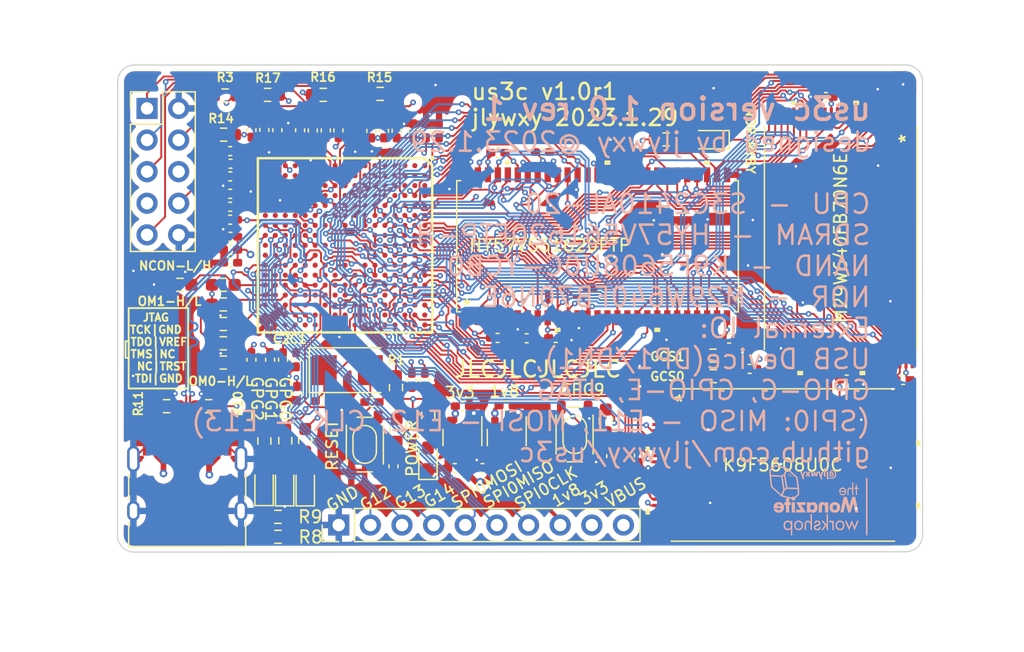
<source format=kicad_pcb>
(kicad_pcb (version 20211014) (generator pcbnew)
  (layers (0 "F.Cu" signal) (1 "In1.Cu" signal) (2 "In2.Cu" signal) (31 "B.Cu" signal) (34 "B.Paste" user) (35 "F.Paste" user) (36 "B.SilkS" user "B.Silkscreen") (37 "F.SilkS" user "F.Silkscreen") (38 "B.Mask" user) (39 "F.Mask" user) (44 "Edge.Cuts" user))
  (net 0 "")
  (net 1 "GND")
  (net 2 "/XTAL_OUT")
  (net 63 "/XTAL_IN")
  (net 64 "/NRESET")
  (net 65 "+3V3")
  (net 67 "+5V")
  (net 68 "+1V8")
  (net 69 "Net-(D1-Pad2)")
  (net 71 "Net-(D2-Pad2)")
  (net 72 "Net-(D3-Pad2)")
  (net 73 "Net-(D4-Pad2)")
  (net 76 "/BUS_DAT15")
  (net 77 "/BUS_DAT11")
  (net 78 "/BUS_DAT6")
  (net 79 "/BUS_DAT1")
  (net 80 "/BUS_ADR21")
  (net 81 "/BUS_ADR16")
  (net 82 "/BUS_ADR13")
  (net 83 "/BUS_ADR6")
  (net 84 "/BUS_ADR2")
  (net 85 "/DRAM_DQML")
  (net 86 "/BUS_DAT13")
  (net 87 "/BUS_DAT9")
  (net 88 "/BUS_DAT5")
  (net 89 "/BUS_DAT0")
  (net 90 "/BUS_ADR24")
  (net 91 "/BUS_ADR17")
  (net 92 "/BUS_ADR12")
  (net 93 "/BUS_ADR8")
  (net 94 "/BUS_ADR4")
  (net 95 "/BUS_ADR0")
  (net 96 "/DRAM_NSRAS")
  (net 97 "/DRAM_DQMU")
  (net 98 "/BUS_DAT12")
  (net 99 "/BUS_DAT7")
  (net 100 "/BUS_DAT4")
  (net 101 "/BUS_ADR14")
  (net 102 "/BUS_ADR7")
  (net 103 "/BUS_ADR3")
  (net 104 "/DRAM_NSCAS")
  (net 105 "/BUS_NOE")
  (net 106 "/BUS_DAT14")
  (net 107 "/BUS_DAT10")
  (net 108 "/BUS_DAT2")
  (net 109 "/BUS_ADR19")
  (net 110 "/BUS_ADR10")
  (net 111 "/BUS_ADR5")
  (net 112 "/BUS_ADR1")
  (net 113 "/DRAM_SCKE")
  (net 114 "/BUS_NGCS0")
  (net 115 "/BUS_DAT3")
  (net 116 "/BUS_ADR23")
  (net 117 "/BUS_ADR18")
  (net 118 "/BUS_ADR11")
  (net 119 "/BUS_NWE")
  (net 120 "/BUS_DAT8")
  (net 121 "/BUS_ADR20")
  (net 122 "/DRAM_SCLK")
  (net 123 "/DRAM_CS")
  (net 124 "/BUS_ADR15")
  (net 125 "/BUS_ADR9")
  (net 126 "/BUS_NWAIT")
  (net 127 "/JTAG_NTRST")
  (net 128 "/JTAG_TCK")
  (net 129 "/JTAG_TDI")
  (net 130 "/JTAG_TMS")
  (net 131 "/JTAG_TDO")
  (net 133 "/USB_DP")
  (net 134 "/USB_DN")
  (net 135 "/GPIO_G12")
  (net 136 "/GPIO_G0")
  (net 137 "/OM0")
  (net 138 "/GPIO_G2")
  (net 139 "/GPIO_G9")
  (net 140 "/GPIO_G14")
  (net 141 "/GPIO_G1")
  (net 142 "/GPIO_G13")
  (net 143 "/OM1")
  (net 144 "Net-(J1-PadA5)")
  (net 145 "Net-(J1-PadB5)")
  (net 146 "Net-(J2-Pad4)")
  (net 173 "Net-(C1-Pad1)")
  (net 174 "Net-(C2-Pad1)")
  (net 175 "/NAND_ALE")
  (net 176 "/NAND_NFWE")
  (net 177 "/NAND_NFRE")
  (net 178 "/NAND_NFCE")
  (net 179 "/NAND_CLE")
  (net 181 "/SPI0_CLK")
  (net 182 "/NAND_RNB")
  (net 183 "/SPI0_MISO")
  (net 184 "/SPI0_MOSI")
  (net 185 "/NAND_NCON")
  (net 215 "/NOR_RYBY")
  (net 216 "Net-(D5-Pad2)")
  (net 247 "/BUS_NGCS1")
  (net 248 "/NOR_CS")
  (footprint "Resistor_SMD:R_0603_1608Metric_Pad0.98x0.95mm_HandSolder" (layer "F.Cu") (at 32.4104 46.2064 -90)
    (fp_text reference "R7" hide)
    (fp_text value "5.6k")
  )
  (footprint "Capacitor_SMD:C_0402_1005Metric_Pad0.74x0.62mm_HandSolder" (layer "F.Cu") (at 33.909 39.676001 -90)
    (fp_text reference "C2")
    (fp_text value "5pF")
  )
  (footprint "Capacitor_SMD:C_0402_1005Metric_Pad0.74x0.62mm_HandSolder" (layer "F.Cu") (at 32.8676 39.676001 90)
    (fp_text reference "C29" hide)
    (fp_text value "100nF")
  )
  (footprint "Capacitor_SMD:C_0402_1005Metric_Pad0.74x0.62mm_HandSolder" (layer "F.Cu") (at 29.6926 29.795401)
    (fp_text reference "C45" hide)
    (fp_text value "100nF")
  )
  (footprint "Capacitor_SMD:C_0402_1005Metric_Pad0.74x0.62mm_HandSolder" (layer "F.Cu") (at 31.369 21.226901 -90)
    (fp_text reference "C21" hide)
    (fp_text value "100nF")
  )
  (footprint "Capacitor_SMD:C_0402_1005Metric_Pad0.74x0.62mm_HandSolder" (layer "F.Cu") (at 36.2966 21.252301 -90)
    (fp_text reference "C40" hide)
    (fp_text value "100nF")
  )
  (footprint "Capacitor_SMD:C_0402_1005Metric_Pad0.74x0.62mm_HandSolder" (layer "F.Cu") (at 49.9197 48.383499)
    (fp_text reference "C7" hide)
    (fp_text value "100nF")
  )
  (footprint "Capacitor_SMD:C_0402_1005Metric_Pad0.74x0.62mm_HandSolder" (layer "F.Cu") (at 29.6926 31.878201)
    (fp_text reference "C43" hide)
    (fp_text value "100nF")
  )
  (footprint "jlywxy:BGA272C80P17X17_1400X1400X116" (layer "F.Cu") (at 38.8874 30.481201 -90)
    (fp_text reference "IC1" hide)
    (fp_text value "S3C2410AXX-YO" hide)
  )
  (footprint "Capacitor_SMD:C_0402_1005Metric_Pad0.74x0.62mm_HandSolder" (layer "F.Cu") (at 53.467 37.948801)
    (fp_text reference "C20" hide)
    (fp_text value "100nF")
  )
  (footprint "Capacitor_SMD:C_0402_1005Metric_Pad0.74x0.62mm_HandSolder" (layer "F.Cu") (at 69.723 37.974201 180)
    (fp_text reference "C13" hide)
    (fp_text value "100nF")
  )
  (footprint "Resistor_SMD:R_0603_1608Metric_Pad0.98x0.95mm_HandSolder" (layer "F.Cu") (at 24.5637 43.4086 180)
    (fp_text reference "R11")
    (fp_text value "470k")
  )
  (footprint "Capacitor_SMD:C_0402_1005Metric_Pad0.74x0.62mm_HandSolder" (layer "F.Cu") (at 40.9956 21.286401 -90)
    (fp_text reference "C28" hide)
    (fp_text value "100nF")
  )
  (footprint "Capacitor_SMD:C_0402_1005Metric_Pad0.74x0.62mm_HandSolder" (layer "F.Cu") (at 29.6672 27.382401)
    (fp_text reference "C26" hide)
    (fp_text value "100nF")
  )
  (footprint "Resistor_SMD:R_0603_1608Metric_Pad0.98x0.95mm_HandSolder" (layer "F.Cu") (at 29.1103 36.805801)
    (fp_text reference "R18" hide)
    (fp_text value "0")
  )
  (footprint "Resistor_SMD:R_0603_1608Metric_Pad0.98x0.95mm_HandSolder" (layer "F.Cu") (at 68.4276 39.3446 180)
    (fp_text reference "R25" hide)
    (fp_text value "0")
  )
  (footprint "Resistor_SMD:R_0603_1608Metric_Pad0.98x0.95mm_HandSolder" (layer "F.Cu") (at 42.9768 41.911201 90)
    (fp_text reference "R1")
    (fp_text value "1.5k")
  )
  (footprint "Capacitor_SMD:C_0402_1005Metric_Pad0.74x0.62mm_HandSolder" (layer "F.Cu") (at 77.4954 18.568601)
    (fp_text reference "C11" hide)
    (fp_text value "100nF")
  )
  (footprint "Package_TO_SOT_SMD:SOT-23" (layer "F.Cu") (at 51.8668 45.9255 -90)
    (fp_text reference "U2" hide)
    (fp_text value "XC6206PxxxMR")
  )
  (footprint "Capacitor_SMD:C_0402_1005Metric_Pad0.74x0.62mm_HandSolder" (layer "F.Cu") (at 45.2882 41.327001 90)
    (fp_text reference "C32" hide)
    (fp_text value "100nF")
  )
  (footprint "Resistor_SMD:R_0603_1608Metric_Pad0.98x0.95mm_HandSolder" (layer "F.Cu") (at 45.5676 44.1455 -90)
    (fp_text reference "R4" hide)
    (fp_text value "5.6k")
  )
  (footprint "Capacitor_SMD:C_0402_1005Metric_Pad0.74x0.62mm_HandSolder" (layer "F.Cu") (at 37.338 21.252301 -90)
    (fp_text reference "C30" hide)
    (fp_text value "100nF")
  )
  (footprint "Capacitor_SMD:C_0402_1005Metric_Pad0.74x0.62mm_HandSolder" (layer "F.Cu") (at 44.2468 41.327001 90)
    (fp_text reference "C24" hide)
    (fp_text value "100nF")
  )
  (footprint "Resistor_SMD:R_0603_1608Metric_Pad0.98x0.95mm_HandSolder" (layer "F.Cu") (at 25.6286 33.655)
    (fp_text reference "R23" hide)
    (fp_text value "0")
  )
  (footprint "Resistor_SMD:R_0603_1608Metric_Pad0.98x0.95mm_HandSolder" (layer "F.Cu") (at 41.7068 18.3134 180)
    (fp_text reference "R15")
    (fp_text value "10k")
  )
  (footprint "Capacitor_SMD:C_0402_1005Metric_Pad0.74x0.62mm_HandSolder" (layer "F.Cu") (at 59.5404 47.4247 90)
    (fp_text reference "C48" hide)
    (fp_text value "100nF")
  )
  (footprint "Connector_USB:USB_C_Receptacle_HRO_TYPE-C-31-M-12" (layer "F.Cu") (at 26.2128 50.7775)
    (fp_text reference "J1" hide)
    (fp_text value "USB_C_Receptacle_USB2.0")
  )
  (footprint "Resistor_SMD:R_0603_1608Metric_Pad0.98x0.95mm_HandSolder" (layer "F.Cu") (at 29.1103 39.904601)
    (fp_text reference "R19" hide)
    (fp_text value "0")
  )
  (footprint "Capacitor_SMD:C_0402_1005Metric_Pad0.74x0.62mm_HandSolder" (layer "F.Cu") (at 41.0464 43.079601 180)
    (fp_text reference "C12" hide)
    (fp_text value "22pF")
  )
  (footprint "Capacitor_SMD:C_0402_1005Metric_Pad0.74x0.62mm_HandSolder" (layer "F.Cu") (at 71.3653 40.4114)
    (fp_text reference "C3" hide)
    (fp_text value "100nF")
  )
  (footprint "Resistor_SMD:R_0603_1608Metric_Pad0.98x0.95mm_HandSolder" (layer "F.Cu") (at 59.8198 44.5886 90)
    (fp_text reference "R21" hide)
    (fp_text value "10k")
  )
  (footprint "jlywxy:SW_SPST_SWD_4x3x2" (layer "F.Cu") (at 57.3278 45.6946 90)
    (fp_text reference "U7" hide)
    (fp_text value "SW_SMD_SPST_4x3x2")
  )
  (footprint "Capacitor_SMD:C_0402_1005Metric_Pad0.74x0.62mm_HandSolder" (layer "F.Cu") (at 29.6672 22.912001)
    (fp_text reference "C41" hide)
    (fp_text value "100nF")
  )
  (footprint "LED_SMD:LED_0603_1608Metric_Pad1.05x0.95mm_HandSolder" (layer "F.Cu") (at 32.385 49.7351 90)
    (fp_text reference "D4" hide)
    (fp_text value "LED")
  )
  (footprint "Resistor_SMD:R_0603_1608Metric_Pad0.98x0.95mm_HandSolder" (layer "F.Cu") (at 34.0868 46.1791 -90)
    (fp_text reference "R6" hide)
    (fp_text value "5.6k")
  )
  (footprint "Resistor_SMD:R_0603_1608Metric_Pad0.98x0.95mm_HandSolder" (layer "F.Cu") (at 29.1084 35.231001 180)
    (fp_text reference "R12" hide)
    (fp_text value "0")
  )
  (footprint "Capacitor_SMD:C_0402_1005Metric_Pad0.74x0.62mm_HandSolder" (layer "F.Cu") (at 37.0586 43.003401 180)
    (fp_text reference "C6" hide)
    (fp_text value "22pF")
  )
  (footprint "Capacitor_SMD:C_0402_1005Metric_Pad0.74x0.62mm_HandSolder" (layer "F.Cu") (at 51.1556 23.039001)
    (fp_text reference "C14" hide)
    (fp_text value "100nF")
  )
  (footprint "Package_TO_SOT_SMD:SOT-23" (layer "F.Cu") (at 48.3108 45.9232 -90)
    (fp_text reference "U3" hide)
    (fp_text value "XC6206PxxxMR")
  )
  (footprint "Resistor_SMD:R_0603_1608Metric_Pad0.98x0.95mm_HandSolder" (layer "F.Cu") (at 33.5026 52.3015 180)
    (fp_text reference "R9")
    (fp_text value "5.1k")
  )
  (footprint "Capacitor_SMD:C_0402_1005Metric_Pad0.74x0.62mm_HandSolder" (layer "F.Cu") (at 44.3484 21.286401 -90)
    (fp_text reference "C38" hide)
    (fp_text value "100nF")
  )
  (footprint "Capacitor_SMD:C_0402_1005Metric_Pad0.74x0.62mm_HandSolder" (layer "F.Cu") (at 34.9504 39.676001 -90)
    (fp_text reference "C1")
    (fp_text value "5pF")
  )
  (footprint "Capacitor_SMD:C_0402_1005Metric_Pad0.74x0.62mm_HandSolder" (layer "F.Cu") (at 42.0116 21.277701 -90)
    (fp_text reference "C22" hide)
    (fp_text value "100nF")
  )
  (footprint "Capacitor_SMD:C_0402_1005Metric_Pad0.74x0.62mm_HandSolder" (layer "F.Cu") (at 35.2806 21.235601 -90)
    (fp_text reference "C39" hide)
    (fp_text value "100nF")
  )
  (footprint "Connector_PinHeader_2.54mm:PinHeader_2x05_P2.54mm_Vertical" (layer "F.Cu") (at 22.987 19.4818)
    (fp_text reference "J2" hide)
    (fp_text value "AVR-JTAG-10")
  )
  (footprint "jlywxy:M29W640FB70N6E" (layer "F.Cu") (at 78.6765 29.887476 -90)
    (fp_text reference "U1" hide)
    (fp_text value "M29W640FB70N6E")
  )
  (footprint "Capacitor_SMD:C_0402_1005Metric_Pad0.74x0.62mm_HandSolder" (layer "F.Cu") (at 38.354 21.252301 -90)
    (fp_text reference "C37" hide)
    (fp_text value "100nF")
  )
  (footprint "Resistor_SMD:R_0603_1608Metric_Pad0.98x0.95mm_HandSolder" (layer "F.Cu") (at 37.1367 18.390801)
    (fp_text reference "R16")
    (fp_text value "10k")
  )
  (footprint "LED_SMD:LED_0603_1608Metric_Pad1.05x0.95mm_HandSolder" (layer "F.Cu") (at 68.072 21.9964 180)
    (fp_text reference "D5" hide)
    (fp_text value "LED")
  )
  (footprint "Capacitor_SMD:C_0402_1005Metric_Pad0.74x0.62mm_HandSolder" (layer "F.Cu") (at 43.0276 21.277701 -90)
    (fp_text reference "C42" hide)
    (fp_text value "100nF")
  )
  (footprint "Resistor_SMD:R_0603_1608Metric_Pad0.98x0.95mm_HandSolder" (layer "F.Cu") (at 35.687 46.1537 -90)
    (fp_text reference "R5" hide)
    (fp_text value "5.6k")
  )
  (footprint "Capacitor_SMD:C_0402_1005Metric_Pad0.74x0.62mm_HandSolder" (layer "F.Cu") (at 32.4104 21.201501 -90)
    (fp_text reference "C46" hide)
    (fp_text value "100nF")
  )
  (footprint "Capacitor_SMD:C_0402_1005Metric_Pad0.74x0.62mm_HandSolder" (layer "F.Cu") (at 79.1631 41.276201 180)
    (fp_text reference "C17" hide)
    (fp_text value "100nF")
  )
  (footprint "Resistor_SMD:R_0603_1608Metric_Pad0.98x0.95mm_HandSolder" (layer "F.Cu") (at 27.9381 43.4086)
    (fp_text reference "R10")
    (fp_text value "1.5k")
  )
  (footprint "Resistor_SMD:R_0603_1608Metric_Pad0.98x0.95mm_HandSolder" (layer "F.Cu") (at 32.6644 18.390801 180)
    (fp_text reference "R17")
    (fp_text value "10k")
  )
  (footprint "LED_SMD:LED_0603_1608Metric_Pad1.05x0.95mm_HandSolder" (layer "F.Cu") (at 34.036 49.7605 90)
    (fp_text reference "D3" hide)
    (fp_text value "LED")
  )
  (footprint "Resistor_SMD:R_0603_1608Metric_Pad0.98x0.95mm_HandSolder" (layer "F.Cu") (at 29.1084 38.355201 180)
    (fp_text reference "R13" hide)
    (fp_text value "0")
  )
  (footprint "Resistor_SMD:R_0603_1608Metric_Pad0.98x0.95mm_HandSolder" (layer "F.Cu") (at 29.2608 18.441601)
    (fp_text reference "R3")
    (fp_text value "0")
  )
  (footprint "Capacitor_SMD:C_0402_1005Metric_Pad0.74x0.62mm_HandSolder" (layer "F.Cu") (at 29.6672 28.423801)
    (fp_text reference "C31" hide)
    (fp_text value "100nF")
  )
  (footprint "Capacitor_SMD:C_0402_1005Metric_Pad0.74x0.62mm_HandSolder" (layer "F.Cu") (at 54.737 22.988201)
    (fp_text reference "C18" hide)
    (fp_text value "100nF")
  )
  (footprint "jlywxy:HY57V561620FTP" (layer "F.Cu") (at 59.1566 30.557401 90)
    (fp_text reference "U4" hide)
    (fp_text value "HY57V561620FTP")
  )
  (footprint "Resistor_SMD:R_0603_1608Metric_Pad0.98x0.95mm_HandSolder" (layer "F.Cu") (at 64.6703 21.971 180)
    (fp_text reference "R22" hide)
    (fp_text value "10k")
  )
  (footprint "Resistor_SMD:R_0603_1608Metric_Pad0.98x0.95mm_HandSolder" (layer "F.Cu") (at 29.1084 33.656201 180)
    (fp_text reference "R20" hide)
    (fp_text value "1.5k")
  )
  (footprint "Resistor_SMD:R_0603_1608Metric_Pad0.98x0.95mm_HandSolder" (layer "F.Cu") (at 33.5026 53.9017 180)
    (fp_text reference "R8")
    (fp_text value "5.1k")
  )
  (footprint "LED_SMD:LED_0603_1608Metric_Pad1.05x0.95mm_HandSolder" (layer "F.Cu") (at 45.5422 47.6367 90)
    (fp_text reference "D1" hide)
    (fp_text value "LED")
  )
  (footprint "Capacitor_SMD:C_0402_1005Metric_Pad0.74x0.62mm_HandSolder" (layer "F.Cu") (at 55.8038 37.923401 180)
    (fp_text reference "C19" hide)
    (fp_text value "100nF")
  )
  (footprint "jlywxy:M29W640FB70N6E" (layer "F.Cu") (at 74.041 48.134201)
    (fp_text reference "U5" hide)
    (fp_text value "K9F5608U0C")
  )
  (footprint "Capacitor_SMD:C_0402_1005Metric_Pad0.74x0.62mm_HandSolder" (layer "F.Cu") (at 29.6672 24.944001)
    (fp_text reference "C33" hide)
    (fp_text value "100nF")
  )
  (footprint "jlywxy:SW_SPST_SWD_4x3x2" (layer "F.Cu") (at 40.4622 46.482 -90)
    (fp_text reference "U6" hide)
    (fp_text value "SW_SMD_SPST_4x3x2")
  )
  (footprint "Resistor_SMD:R_0603_1608Metric_Pad0.98x0.95mm_HandSolder" (layer "F.Cu") (at 68.4549 40.9956 180)
    (fp_text reference "R24" hide)
    (fp_text value "0")
  )
  (footprint "Capacitor_SMD:C_0402_1005Metric_Pad0.74x0.62mm_HandSolder" (layer "F.Cu") (at 33.4518 21.226901 -90)
    (fp_text reference "C47" hide)
    (fp_text value "100nF")
  )
  (footprint "Capacitor_SMD:C_0402_1005Metric_Pad0.74x0.62mm_HandSolder" (layer "F.Cu") (at 46.4312 21.277701 -90)
    (fp_text reference "C23" hide)
    (fp_text value "100nF")
  )
  (footprint "Capacitor_SMD:C_0402_1005Metric_Pad0.74x0.62mm_HandSolder" (layer "F.Cu") (at 62.484 47.363501 90)
    (fp_text reference "C4" hide)
    (fp_text value "100nF")
  )
  (footprint "Capacitor_SMD:C_0402_1005Metric_Pad0.74x0.62mm_HandSolder" (layer "F.Cu") (at 29.6672 26.341001)
    (fp_text reference "C27" hide)
    (fp_text value "100nF")
  )
  (footprint "Capacitor_SMD:C_0402_1005Metric_Pad0.74x0.62mm_HandSolder" (layer "F.Cu") (at 47.6925 48.383499)
    (fp_text reference "C8" hide)
    (fp_text value "100nF")
  )
  (footprint "Crystal:Crystal_SMD_5032-2Pin_5.0x3.2mm" (layer "F.Cu") (at 39.0652 40.514201)
    (fp_text reference "Y1" hide)
    (fp_text value "12MHz")
  )
  (footprint "LED_SMD:LED_0603_1608Metric_Pad1.05x0.95mm_HandSolder" (layer "F.Cu") (at 35.687 49.7605 90)
    (fp_text reference "D2" hide)
    (fp_text value "LED")
  )
  (footprint "Capacitor_SMD:C_0402_1005Metric_Pad0.74x0.62mm_HandSolder" (layer "F.Cu") (at 31.369 39.676001 90)
    (fp_text reference "C35" hide)
    (fp_text value "100nF")
  )
  (footprint "Capacitor_SMD:C_0402_1005Metric_Pad0.74x0.62mm_HandSolder" (layer "F.Cu") (at 35.0266 42.3926 90)
    (fp_text reference "C25" hide)
    (fp_text value "100nF")
  )
  (footprint "Capacitor_SMD:C_0402_1005Metric_Pad0.74x0.62mm_HandSolder" (layer "F.Cu") (at 42.7736 48.2433 -90)
    (fp_text reference "C5" hide)
    (fp_text value "100nF")
  )
  (footprint "Capacitor_SMD:C_0402_1005Metric_Pad0.74x0.62mm_HandSolder" (layer "F.Cu") (at 51.1302 37.923401 180)
    (fp_text reference "C15" hide)
    (fp_text value "100nF")
  )
  (footprint "Resistor_SMD:R_0603_1608Metric_Pad0.98x0.95mm_HandSolder" (layer "F.Cu") (at 43.0276 45.353 -90)
    (fp_text reference "R2" hide)
    (fp_text value "10k")
  )
  (footprint "Capacitor_SMD:C_0402_1005Metric_Pad0.74x0.62mm_HandSolder" (layer "F.Cu") (at 45.3898 21.277701 -90)
    (fp_text reference "C34" hide)
    (fp_text value "100nF")
  )
  (footprint "Capacitor_SMD:C_0402_1005Metric_Pad0.74x0.62mm_HandSolder" (layer "F.Cu") (at 83.693 41.301601)
    (fp_text reference "C16" hide)
    (fp_text value "100nF")
  )
  (footprint "Connector_PinHeader_2.54mm:PinHeader_1x10_P2.54mm_Vertical" (layer "F.Cu") (at 38.3794 52.959 90)
    (fp_text reference "J3" hide)
    (fp_text value "Conn_01x10")
  )
  (footprint "Capacitor_SMD:C_0402_1005Metric_Pad0.74x0.62mm_HandSolder" (layer "F.Cu") (at 29.6926 30.836801)
    (fp_text reference "C36" hide)
    (fp_text value "100nF")
  )
  (footprint "Capacitor_SMD:C_0402_1005Metric_Pad0.74x0.62mm_HandSolder" (layer "F.Cu") (at 51.816 43.3601 180)
    (fp_text reference "C9" hide)
    (fp_text value "100nF")
  )
  (footprint "Capacitor_SMD:C_0402_1005Metric_Pad0.74x0.62mm_HandSolder" (layer "F.Cu") (at 29.6926 23.928001)
    (fp_text reference "C44" hide)
    (fp_text value "100nF")
  )
  (footprint "Capacitor_SMD:C_0402_1005Metric_Pad0.74x0.62mm_HandSolder" (layer "F.Cu") (at 48.3108 43.4086 180)
    (fp_text reference "C10" hide)
    (fp_text value "100nF")
  )
  (footprint "Resistor_SMD:R_0603_1608Metric_Pad0.98x0.95mm_HandSolder" (layer "F.Cu") (at 29.1338 21.591201 180)
    (fp_text reference "R14")
    (fp_text value "10k")
  )
  (footprint "jlywxy:monazite_kicad" (layer "B.Cu") (at 76.8604 51.0032 180)
    (fp_text reference "G***" hide)
    (fp_text value "LOGO" hide)
  )
  (gr_rect (start 21.5138 35.523101) (end 26.289 41.9862) (layer "F.SilkS") (width 0.15) (fill none))
  (gr_rect (start 21.5138 38.194649) (end 21.2598 39.5224) (layer "F.SilkS") (width 0.15) (fill none))
  (gr_arc (start 21.909256 55.133627) (mid 20.9804 54.7116) (end 20.614418 53.759268) (layer "Edge.Cuts") (width 0.1))
  (gr_arc (start 83.957944 15.986373) (mid 84.8868 16.4084) (end 85.252782 17.360732) (layer "Edge.Cuts") (width 0.1))
  (gr_line (start 85.258027 53.808144) (end 85.252782 17.360732) (layer "Edge.Cuts") (width 0.1))
  (gr_arc (start 20.634573 17.286456) (mid 21.0566 16.3576) (end 22.008932 15.991618) (layer "Edge.Cuts") (width 0.1))
  (gr_line (start 20.634573 17.286456) (end 20.614418 53.759268) (layer "Edge.Cuts") (width 0.1))
  (gr_line (start 83.957944 15.986373) (end 22.008932 15.991618) (layer "Edge.Cuts") (width 0.1))
  (gr_arc (start 85.258027 53.808144) (mid 84.836 54.737) (end 83.883668 55.102982) (layer "Edge.Cuts") (width 0.1))
  (gr_line (start 21.909256 55.133627) (end 83.883668 55.102982) (layer "Edge.Cuts") (width 0.1))
  (gr_text "us3c version 1.0 rev 1" (at 81.28 19.5326) (layer "B.SilkS") (effects (font (size 1.778 1.778) (thickness 0.3048)) (justify left mirror)))
  (gr_text "designed by jlywxy @2023.1.29\n\nCPU　-　S3C2410AL-20\nSDRAM　-　HY57V561620FTP-H\nNAND　-　K9F5608U0C-YCB0\nNOR　-　M29W640FB70N6E\nExternal IO: \nUSB Device(DP1/DN1), \nGPIO-G, GPIO-E, JTAG\n(SPI0: MISO - E11, MOSI - E12, CLK - E13)\ngithub.com/jlywxy/us3c" (at 81.2038 34.6456) (layer "B.SilkS") (effects (font (size 1.5494 1.5494) (thickness 0.2032)) (justify left mirror)))
  (gr_text "GND" (at 38.6842 50.8508 30) (layer "F.SilkS") (effects (font (size 0.9 0.9))))
  (gr_text "VBUS" (at 61.4426 50.3428 30) (layer "F.SilkS") (effects (font (size 0.9 0.9))))
  (gr_text "1v8" (at 51.689 42.2148) (layer "F.SilkS") (effects (font (size 0.9 0.9))))
  (gr_text "1v8" (at 56.642 50.546 30) (layer "F.SilkS") (effects (font (size 0.9 0.9))))
  (gr_text "us3c v1.0r1\njlywxy 2023.1.29" (at 48.9204 19.177) (layer "F.SilkS") (effects (font (size 1.3 1.3) (thickness 0.2)) (justify left)))
  (gr_text "OM0-H/L" (at 28.8798 41.402) (layer "F.SilkS") (effects (font (size 0.7 0.7))))
  (gr_text "GPG1" (at 32.9438 42.8498 270) (layer "F.SilkS") (effects (font (size 0.9 0.9))))
  (gr_text "SPI0MOSI" (at 50.2666 49.7332 30) (layer "F.SilkS") (effects (font (size 0.9 0.9))))
  (gr_text "OM1-H/L" (at 24.7904 34.9758) (layer "F.SilkS") (effects (font (size 0.7 0.7))))
  (gr_text "GPG9" (at 57.9374 42.0878) (layer "F.SilkS") (effects (font (size 0.9 0.9))))
  (gr_text "SPI0CLK" (at 55.0164 50.0126 30) (layer "F.SilkS") (effects (font (size 0.9 0.9))))
  (gr_text "NCON-L/H" (at 25.2476 32.131) (layer "F.SilkS") (effects (font (size 0.7 0.7))))
  (gr_text "3v3" (at 58.9026 50.3936 30) (layer "F.SilkS") (effects (font (size 0.9 0.9))))
  (gr_text "G13" (at 44.1198 50.7238 30) (layer "F.SilkS") (effects (font (size 0.9 0.9))))
  (gr_text "GPG0\n" (at 34.0868 42.8244 270) (layer "F.SilkS") (effects (font (size 0.9 0.9))))
  (gr_text "JLCJLCJLCJLC" (at 47.5488 40.4368) (layer "F.SilkS") (effects (font (size 1.3 1.3) (thickness 0.2)) (justify left)))
  (gr_text "G12" (at 41.3258 50.8254 30) (layer "F.SilkS") (effects (font (size 0.9 0.9))))
  (gr_text "SPI0MISO" (at 52.832 49.7078 30) (layer "F.SilkS") (effects (font (size 0.9 0.9))))
  (gr_text "POWER" (at 44.2722 46.7868 90) (layer "F.SilkS") (effects (font (size 0.9 0.9))))
  (gr_text "JTAG\n TCK|GND \n TDO|VREF\n TMS|NC  \n  NC|TRST\n  TDI|GND " (at 23.6982 38.735) (layer "F.SilkS") (effects (font (size 0.6096 0.6096))))
  (gr_text "NOR RYBY" (at 71.4248 22.0726 270) (layer "F.SilkS") (effects (font (size 0.7 0.7))))
  (gr_text "GCS1" (at 64.77 39.4208) (layer "F.SilkS") (effects (font (size 0.7 0.7))))
  (gr_text "GPG2" (at 31.8262 42.799 270) (layer "F.SilkS") (effects (font (size 0.9 0.9))))
  (gr_text "RESET" (at 37.846 46.5582 90) (layer "F.SilkS") (effects (font (size 0.9 0.9))))
  (gr_text "G14" (at 46.4566 50.5714 30) (layer "F.SilkS") (effects (font (size 0.9 0.9))))
  (gr_text "GCS0" (at 64.77 41.021) (layer "F.SilkS") (effects (font (size 0.7 0.7))))
  (gr_text "3v3" (at 48.1076 42.3164) (layer "F.SilkS") (effects (font (size 0.9 0.9))))
  (segment (start 34.036 50.6355) (end 34.036 51.4858) (width 0.1524) (layer "F.Cu") (net 1))
  (segment (start 42.5046 26.064001) (end 41.6702 26.064001) (width 0.1524) (layer "F.Cu") (net 1))
  (segment (start 32.4874 34.481201) (end 31.534801 34.481201) (width 0.1524) (layer "F.Cu") (net 1))
  (segment (start 38.0874 27.281201) (end 38.0874 27.521) (width 0.1524) (layer "F.Cu") (net 1))
  (segment (start 62.484 47.931001) (end 62.9372 48.384201) (width 0.1524) (layer "F.Cu") (net 1))
  (segment (start 31.534801 34.481201) (end 31.17647 34.12287) (width 0.1524) (layer "F.Cu") (net 1))
  (segment (start 35.6874 33.681201) (end 36.0702 34.064001) (width 0.1524) (layer "F.Cu") (net 1))
  (segment (start 45.2874 32.881201) (end 45.7832 32.881201) (width 0.1524) (layer "F.Cu") (net 1))
  (segment (start 43.6874 31.281201) (end 43.319 31.649601) (width 0.1524) (layer "F.Cu") (net 1))
  (segment (start 54.854098 23.6728) (end 54.7624 23.6728) (width 0.1524) (layer "F.Cu") (net 1))
  (segment (start 69.5579 24.817001) (end 70.280599 24.817001) (width 0.1524) (layer "F.Cu") (net 1))
  (segment (start 44.0944 35.733368) (end 44.0874 35.726368) (width 0.1524) (layer "F.Cu") (net 1))
  (segment (start 40.7416 31.535401) (end 41.2874 32.081201) (width 0.1524) (layer "F.Cu") (net 1))
  (segment (start 44.2468 41.894501) (end 42.799 41.894501) (width 0.1524) (layer "F.Cu") (net 1))
  (segment (start 52.8995 37.948801) (end 52.7558 37.805101) (width 0.1524) (layer "F.Cu") (net 1))
  (segment (start 40.9956 20.718901) (end 43.619299 20.718901) (width 0.1524) (layer "F.Cu") (net 1))
  (segment (start 42.799 41.894501) (end 41.6139 43.079601) (width 0.1524) (layer "F.Cu") (net 1))
  (segment (start 36.0702 34.064001) (end 36.0702 34.898401) (width 0.1524) (layer "F.Cu") (net 1))
  (segment (start 42.8874 35.281201) (end 42.8874 35.4208) (width 0.1524) (layer "F.Cu") (net 1))
  (segment (start 23.6512 43.4086) (end 22.479 43.4086) (width 0.1524) (layer "F.Cu") (net 1))
  (segment (start 79.7306 41.276201) (end 80.112801 41.276201) (width 0.1524) (layer "F.Cu") (net 1))
  (segment (start 59.44244 47.89424) (end 59.5404 47.9922) (width 0.1524) (layer "F.Cu") (net 1))
  (segment (start 42.8874 25.681201) (end 42.5046 26.064001) (width 0.1524) (layer "F.Cu") (net 1))
  (segment (start 22.9628 46.3775) (end 22.9628 46.5775) (width 0.1524) (layer "F.Cu") (net 1))
  (segment (start 29.0997 31.852801) (end 29.0997 25.6961) (width 0.1524) (layer "F.Cu") (net 1))
  (segment (start 70.7978 38.481501) (end 70.7978 39.108) (width 0.1524) (layer "F.Cu") (net 1))
  (segment (start 40.4874 30.481201) (end 40.4874 30.685516) (width 0.1524) (layer "F.Cu") (net 1))
  (segment (start 42.4702 36.4753) (end 42.4942 36.4993) (width 0.1524) (layer "F.Cu") (net 1))
  (segment (start 32.385 50.6101) (end 35.6616 50.6101) (width 0.1524) (layer "F.Cu") (net 1))
  (segment (start 70.2905 37.974201) (end 70.7978 38.481501) (width 0.1524) (layer "F.Cu") (net 1))
  (segment (start 49.3522 48.383499) (end 49.3522 47.8282) (width 0.1524) (layer "F.Cu") (net 1))
  (segment (start 36.4874 27.281201) (end 36.1576 27.611001) (width 0.1524) (layer "F.Cu") (net 1))
  (segment (start 48.7553 24.817001) (end 48.7553 23.9903) (width 0.1524) (layer "F.Cu") (net 1))
  (segment (start 46.4225 20.718901) (end 46.4312 20.710201) (width 0.1524) (layer "F.Cu") (net 1))
  (segment (start 40.916364 32.510165) (end 41.2874 32.881201) (width 0.1524) (layer "F.Cu") (net 1))
  (segment (start 54.1695 22.988201) (end 54.935249 23.753951) (width 0.1524) (layer "F.Cu") (net 1))
  (segment (start 49.2252 43.9674) (end 49.2252 43.7555) (width 0.1524) (layer "F.Cu") (net 1))
  (segment (start 29.4628 46.5775) (end 30.5328 47.6475) (width 0.1524) (layer "F.Cu") (net 1))
  (segment (start 38.5046 27.9382) (end 38.5046 28.498401) (width 0.1524) (layer "F.Cu") (net 1))
  (segment (start 49.3522 47.8282) (end 49.4538 47.7266) (width 0.1524) (layer "F.Cu") (net 1))
  (segment (start 56.897201 37.923401) (end 57.0738 38.1) (width 0.1524) (layer "F.Cu") (net 1))
  (segment (start 29.0997 22.912001) (end 29.0997 25.6961) (width 0.1524) (layer "F.Cu") (net 1))
  (segment (start 58.801 23.9014) (end 58.8513 23.9014) (width 0.1524) (layer "F.Cu") (net 1))
  (segment (start 42.7736 47.6758) (end 44.7063 47.6758) (width 0.1524) (layer "F.Cu") (net 1))
  (segment (start 83.1255 41.301601) (end 83.1255 41.7663) (width 0.1524) (layer "F.Cu") (net 1))
  (segment (start 33.2874 37.2498) (end 33.2874 36.881201) (width 0.1524) (layer "F.Cu") (net 1))
  (segment (start 43.619299 20.718901) (end 46.4225 20.718901) (width 0.1524) (layer "F.Cu") (net 1))
  (segment (start 35.6616 50.6101) (end 35.687 50.6355) (width 0.1524) (layer "F.Cu") (net 1))
  (segment (start 41.6702 26.885601) (end 41.6702 26.064001) (width 0.1524) (layer "F.Cu") (net 1))
  (segment (start 36.4874 33.681201) (end 35.6874 33.681201) (width 0.1524) (layer "F.Cu") (net 1))
  (segment (start 34.036 51.4858) (end 34.036 51.9224) (width 0.1524) (layer "F.Cu") (net 1))
  (segment (start 34.0874 35.281201) (end 34.0874 36.081201) (width 0.1524) (layer "F.Cu") (net 1))
  (segment (start 39.2938 35.674801) (end 39.2938 35.7119) (width 0.1524) (layer "F.Cu") (net 1))
  (segment (start 56.3713 37.923401) (end 56.897201 37.923401) (width 0.1524) (layer "F.Cu") (net 1))
  (segment (start 22.9628 46.5775) (end 21.8928 47.6475) (width 0.1524) (layer "F.Cu") (net 1))
  (segment (start 58.40222 47.89424) (end 59.44244 47.89424) (width 0.1524) (layer "F.Cu") (net 1))
  (segment (start 33.2874 34.481201) (end 32.4874 34.481201) (width 0.1524) (layer "F.Cu") (net 1))
  (segment (start 24.7161 33.655) (end 23.5712 33.655) (width 0.1524) (layer "F.Cu") (net 1))
  (segment (start 42.4702 35.838) (end 42.4702 36.1442) (width 0.1524) (layer "F.Cu") (net 1))
  (segment (start 38.5046 28.498401) (end 38.8874 28.881201) (width 0.1524) (layer "F.Cu") (net 1))
  (segment (start 83.1255 41.0297) (end 83.426501 40.728699) (width 0.1524) (layer "F.Cu") (net 1))
  (segment (start 36.095095 27.611001) (end 36.102428 27.618334) (width 0.1524) (layer "F.Cu") (net 1))
  (segment (start 48.7553 23.9903) (end 48.9712 23.7744) (width 0.1524) (layer "F.Cu") (net 1))
  (segment (start 37.6261 43.003401) (end 37.90442 43.003401) (width 0.1524) (layer "F.Cu") (net 1))
  (segment (start 32.4874 34.481201) (end 33.2874 33.681201) (width 0.1524) (layer "F.Cu") (net 1))
  (segment (start 30.5328 47.6475) (end 30.5328 51.8275) (width 0.1524) (layer "F.Cu") (net 1))
  (segment (start 57.5564 36.297801) (end 57.5564 37.0332) (width 0.1524) (layer "F.Cu") (net 1))
  (segment (start 41.2874 30.061801) (end 41.2874 30.481201) (width 0.1524) (layer "F.Cu") (net 1))
  (segment (start 21.8928 47.6475) (end 21.8928 51.8275) (width 0.1524) (layer "F.Cu") (net 1))
  (segment (start 46.4035 49.0497) (end 46.2788 49.1744) (width 0.1524) (layer "F.Cu") (net 1))
  (segment (start 28.1978 36.8008) (end 28.8798 36.1188) (width 0.1524) (layer "F.Cu") (net 1))
  (segment (start 41.6814 25.287201) (end 41.6814 23.420001) (width 0.1524) (layer "F.Cu") (net 1))
  (segment (start 59.1566 24.817001) (end 59.1566 24.257) (width 0.1524) (layer "F.Cu") (net 1))
  (segment (start 38.354 20.684801) (end 38.3286 20.659401) (width 0.1524) (layer "F.Cu") (net 1))
  (segment (start 54.935249 23.753951) (end 54.854098 23.6728) (width 0.1524) (layer "F.Cu") (net 1))
  (segment (start 49.2252 43.7555) (end 48.8783 43.4086) (width 0.3048) (layer "F.Cu") (net 1))
  (segment (start 52.8168 44.988) (end 52.8168 43.7934) (width 0.3048) (layer "F.Cu") (net 1))
  (segment (start 33.4518 37.4142) (end 33.2874 37.2498) (width 0.1524) (layer "F.Cu") (net 1))
  (segment (start 34.3662 42.2997) (end 35.0266 42.9601) (width 0.1524) (layer "F.Cu") (net 1))
  (segment (start 38.3286 20.659401) (end 34.324601 20.659401) (width 0.1524) (layer "F.Cu") (net 1))
  (segment (start 46.4035 48.5117) (end 46.4035 49.0497) (width 0.1524) (layer "F.Cu") (net 1))
  (segment (start 32.8702 26.864001) (end 33.6702 26.864001) (width 0.1524) (layer "F.Cu") (net 1))
  (segment (start 33.6042 30.798001) (end 33.6042 30.836801) (width 0.1524) (layer "F.Cu") (net 1))
  (segment (start 45.5422 48.5117) (end 46.4035 48.5117) (width 0.1524) (layer "F.Cu") (net 1))
  (segment (start 41.2874 32.081201) (end 41.2874 32.881201) (width 0.1524) (layer "F.Cu") (net 1))
  (segment (start 83.1255 41.301601) (end 83.1255 41.0297) (width 0.1524) (layer "F.Cu") (net 1))
  (segment (start 28.1978 39.8742) (end 28.9052 39.1668) (width 0.1524) (layer "F.Cu") (net 1))
  (segment (start 45.847 32.945001) (end 45.9486 32.945001) (width 0.1524) (layer "F.Cu") (net 1))
  (segment (start 46.4035 48.5117) (end 46.996799 48.5117) (width 0.1524) (layer "F.Cu") (net 1))
  (segment (start 46.497555 32.945001) (end 46.51861 32.923946) (width 0.1524) (layer "F.Cu") (net 1))
  (segment (start 49.2608 44.9857) (end 49.2608 44.003) (width 0.3048) (layer "F.Cu") (net 1))
  (segment (start 59.1566 24.257) (end 58.801 23.9014) (width 0.1524) (layer "F.Cu") (net 1))
  (segment (start 50.5881 23.039001) (end 50.3555 23.271601) (width 0.1524) (layer "F.Cu") (net 1))
  (segment (start 39.6987 22.962801) (end 39.6874 22.974101) (width 0.1524) (layer "F.Cu") (net 1))
  (segment (start 23.5712 33.655) (end 23.5458 33.6296) (width 0.1524) (layer "F.Cu") (net 1))
  (segment (start 32.4874 36.881201) (end 32.4874 36.081201) (width 0.1524) (layer "F.Cu") (net 1))
  (segment (start 41.2874 27.268401) (end 41.6702 26.885601) (width 0.1524) (layer "F.Cu") (net 1))
  (segment (start 83.87715 48.384201) (end 82.725001 48.384201) (width 0.1524) (layer "F.Cu") (net 1))
  (segment (start 36.0702 34.898401) (end 35.6874 35.281201) (width 0.1524) (layer "F.Cu") (net 1))
  (segment (start 39.96069 44.435961) (end 41.31705 43.079601) (width 0.1524) (layer "F.Cu") (net 1))
  (segment (start 32.4874 36.081201) (end 33.2874 36.081201) (width 0.1524) (layer "F.Cu") (net 1))
  (segment (start 41.668311 30.061801) (end 41.2874 30.061801) (width 0.1524) (layer "F.Cu") (net 1))
  (segment (start 45.8216 32.919601) (end 45.847 32.945001) (width 0.1524) (layer "F.Cu") (net 1))
  (segment (start 41.2874 28.081201) (end 41.2874 27.268401) (width 0.1524) (layer "F.Cu") (net 1))
  (segment (start 54.935249 23.753951) (end 55.1561 23.974801) (width 0.1524) (layer "F.Cu") (net 1))
  (segment (start 45.7832 32.881201) (end 45.8216 32.919601) (width 0.1524) (layer "F.Cu") (net 1))
  (segment (start 58.40222 43.49496) (end 58.40222 44.30522) (width 0.1524) (layer "F.Cu") (net 1))
  (segment (start 28.1978 36.805801) (end 28.1978 36.8008) (width 0.1524) (layer "F.Cu") (net 1))
  (segment (start 33.2874 36.081201) (end 34.0874 36.081201) (width 0.1524) (layer "F.Cu") (net 1))
  (segment (start 31.17647 34.12287) (end 31.0901 34.12287) (width 0.1524) (layer "F.Cu") (net 1))
  (segment (start 70.7978 40.4114) (end 70.7978 39.108) (width 0.1524) (layer "F.Cu") (net 1))
  (segment (start 41.681811 30.075301) (end 41.668311 30.061801) (width 0.1524) (layer "F.Cu") (net 1))
  (segment (start 44.4874 36.881201) (end 44.4874 36.622562) (width 0.1524) (layer "F.Cu") (net 1))
  (segment (start 42.4702 36.1442) (end 42.4702 36.4753) (width 0.1524) (layer "F.Cu") (net 1))
  (segment (start 42.0874 28.081201) (end 41.699499 27.693301) (width 0.1524) (layer "F.Cu") (net 1))
  (segment (start 44.7063 47.6758) (end 45.5422 48.5117) (width 0.1524) (layer "F.Cu") (net 1))
  (segment (start 34.9504 40.243501) (end 34.3662 40.827701) (width 0.1524) (layer "F.Cu") (net 1))
  (segment (start 39.6874 35.281201) (end 39.2938 35.674801) (width 0.1524) (layer "F.Cu") (net 1))
  (segment (start 83.1255 41.7663) (end 82.8548 42.037) (width 0.1524) (layer "F.Cu") (net 1))
  (segment (start 38.0874 27.521) (end 38.5046 27.9382) (width 0.1524) (layer "F.Cu") (net 1))
  (segment (start 41.6702 26.064001) (end 41.2874 25.681201) (width 0.1524) (layer "F.Cu") (net 1))
  (segment (start 28.1978 39.904601) (end 28.1978 39.8742) (width 0.1524) (layer "F.Cu") (net 1))
  (segment (start 35.6874 29.681201) (end 36.4874 30.481201) (width 0.1524) (layer "F.Cu") (net 1))
  (segment (start 40.7416 30.939716) (end 40.7416 31.535401) (width 0.1524) (layer "F.Cu") (net 1))
  (segment (start 36.1188 23.648601) (end 36.4874 24.017201) (width 0.1524) (layer "F.Cu") (net 1))
  (segment (start 52.8168 43.8556) (end 52.7812 43.8912) (width 0.1524) (layer "F.Cu") (net 1))
  (segment (start 57.5564 37.0332) (end 57.658 37.1348) (width 0.1524) (layer "F.Cu") (net 1))
  (segment (start 42.545 35.7632) (end 42.4702 35.838) (width 0.1524) (layer "F.Cu") (net 1))
  (segment (start 29.4628 46.3775) (end 29.4628 46.5775) (width 0.1524) (layer "F.Cu") (net 1))
  (segment (start 33.2874 30.481201) (end 33.6042 30.798001) (width 0.1524) (layer "F.Cu") (net 1))
  (segment (start 76.9279 18.568601) (end 76.302801 18.568601) (width 0.1524) (layer "F.Cu") (net 1))
  (segment (start 83.426501 40.728699) (end 83.426501 39.723626) (width 0.1524) (layer "F.Cu") (net 1))
  (segment (start 49.2608 44.003) (end 49.2252 43.9674) (width 0.1524) (layer "F.Cu") (net 1))
  (segment (start 46.996799 48.5117) (end 47.125 48.383499) (width 0.1524) (layer "F.Cu") (net 1))
  (segment (start 34.3662 40.9956) (end 34.3662 42.2997) (width 0.1524) (layer "F.Cu") (net 1))
  (segment (start 52.7558 37.805101) (end 52.7558 36.297801) (width 0.1524) (layer "F.Cu") (net 1))
  (segment (start 36.1576 27.611001) (end 36.095095 27.611001) (width 0.1524) (layer "F.Cu") (net 1))
  (segment (start 39.6874 33.681201) (end 40.018401 33.3502) (width 0.1524) (layer "F.Cu") (net 1))
  (segment (start 45.9486 32.945001) (end 46.4312 32.945001) (width 0.1524) (layer "F.Cu") (net 1))
  (segment (start 41.2874 25.681201) (end 41.6814 25.287201) (width 0.1524) (layer "F.Cu") (net 1))
  (segment (start 36.4874 24.017201) (end 36.4874 24.081201) (width 0.1524) (layer "F.Cu") (net 1))
  (segment (start 40.018401 33.3502) (end 40.0304 33.3502) (width 0.1524) (layer "F.Cu") (net 1))
  (segment (start 34.3662 40.827701) (end 34.3662 40.9956) (width 0.1524) (layer "F.Cu") (net 1))
  (segment (start 44.0944 36.229562) (end 44.0944 35.733368) (width 0.1524) (layer "F.Cu") (net 1))
  (segment (start 52.8168 43.7934) (end 52.8168 43.8556) (width 0.1524) (layer "F.Cu") (net 1))
  (segment (start 33.2874 35.281201) (end 33.2874 36.881201) (width 0.1524) (layer "F.Cu") (net 1))
  (segment (start 62.9372 48.384201) (end 64.20485 48.384201) (width 0.1524) (layer "F.Cu") (net 1))
  (segment (start 82.725001 48.384201) (end 82.7024 48.3616) (width 0.1524) (layer "F.Cu") (net 1))
  (segment (start 35.6874 33.681201) (end 34.8874 32.881201) (width 0.1524) (layer "F.Cu") (net 1))
  (segment (start 37.719 26.912801) (end 37.719 26.899801) (width 0.1524) (layer "F.Cu") (net 1))
  (segment (start 43.319 31.649601) (end 43.307 31.649601) (width 0.1524) (layer "F.Cu") (net 1))
  (segment (start 37.90442 43.003401) (end 39.33698 44.435961) (width 0.1524) (layer "F.Cu") (net 1))
  (segment (start 32.4874 26.481201) (end 32.8702 26.864001) (width 0.1524) (layer "F.Cu") (net 1))
  (segment (start 34.4151 53.9017) (end 34.4151 52.3015) (width 0.1524) (layer "F.Cu") (net 1))
  (segment (start 73.8886 38.7604) (end 73.8886 39.685727) (width 0.1524) (layer "F.Cu") (net 1))
  (segment (start 76.302801 18.568601) (end 76.2762 18.542) (width 0.1524) (layer "F.Cu") (net 1))
  (segment (start 38.0874 27.281201) (end 37.719 26.912801) (width 0.1524) (layer "F.Cu") (net 1))
  (segment (start 39.38778 48.68164) (end 39.38778 48.31842) (width 0.1524) (layer "F.Cu") (net 1))
  (segment (start 29.1251 31.878201) (end 29.0997 31.852801) (width 0.1524) (layer "F.Cu") (net 1))
  (segment (start 31.369 40.243501) (end 34.9504 40.243501) (width 0.1524) (layer "F.Cu") (net 1))
  (segment (start 55.1561 23.974801) (end 55.1561 24.817001) (width 0.1524) (layer "F.Cu") (net 1))
  (segment (start 43.307 31.649601) (end 43.307 31.674501) (width 0.1524) (layer "F.Cu") (net 1))
  (segment (start 39.33698 44.435961) (end 39.96069 44.435961) (width 0.1524) (layer "F.Cu") (net 1))
  (segment (start 40.4874 30.685516) (end 40.7416 30.939716) (width 0.1524) (layer "F.Cu") (net 1))
  (segment (start 44.4874 36.622562) (end 44.0944 36.229562) (width 0.1524) (layer "F.Cu") (net 1))
  (segment (start 39.6874 22.974101) (end 39.6874 24.081201) (width 0.1524) (layer "F.Cu") (net 1))
  (segment (start 42.8874 35.4208) (end 42.545 35.7632) (width 0.1524) (layer "F.Cu") (net 1))
  (segment (start 51.6977 37.923401) (end 52.8741 37.923401) (width 0.1524) (layer "F.Cu") (net 1))
  (segment (start 31.369 20.659401) (end 34.324601 20.659401) (width 0.1524) (layer "F.Cu") (net 1))
  (segment (start 41.2874 27.281201) (end 41.699499 27.693301) (width 0.1524) (layer "F.Cu") (net 1))
  (segment (start 50.3555 23.271601) (end 50.3555 24.817001) (width 0.1524) (layer "F.Cu") (net 1))
  (segment (start 46.4312 32.945001) (end 46.497555 32.945001) (width 0.1524) (layer "F.Cu") (net 1))
  (segment (start 52.8741 37.923401) (end 52.8995 37.948801) (width 0.1524) (layer "F.Cu") (net 1))
  (segment (start 70.5612 24.5364) (end 70.625631 24.600831) (width 0.1524) (layer "F.Cu") (net 1))
  (segment (start 33.6702 26.864001) (end 34.0874 27.281201) (width 0.1524) (layer "F.Cu") (net 1))
  (segment (start 39.38778 48.31842) (end 39.9034 47.8028) (width 0.1524) (layer "F.Cu") (net 1))
  (segment (start 70.280599 24.817001) (end 70.5612 24.5364) (width 0.1524) (layer "F.Cu") (net 1))
  (segment (start 22.479 43.4086) (end 22.4028 43.4848) (width 0.1524) (layer "F.Cu") (net 1))
  (segment (start 34.036 51.9224) (end 34.4151 52.3015) (width 0.1524) (layer "F.Cu") (net 1))
  (segment (start 73.8886 39.685727) (end 73.926499 39.723626) (width 0.1524) (layer "F.Cu") (net 1))
  (segment (start 80.112801 41.276201) (end 80.4926 41.656) (width 0.1524) (layer "F.Cu") (net 1))
  (segment (start 41.31705 43.079601) (end 41.6139 43.079601) (width 0.1524) (layer "F.Cu") (net 1))
  (segment (start 41.2874 29.681201) (end 41.2874 30.061801) (width 0.1524) (layer "F.Cu") (net 1))
  (segment (start 45.2882 41.894501) (end 44.2468 41.894501) (width 0.1524) (layer "F.Cu") (net 1))
  (segment (start 58.40222 44.30522) (end 58.4962 44.3992) (width 0.1524) (layer "F.Cu") (net 1))
  (segment (start 52.8168 43.7934) (end 52.3835 43.3601) (width 0.3048) (layer "F.Cu") (net 1))
  (via (at 43.307 31.674501) (size 0.4572) (drill 0.2032) (layers "F.Cu" "B.Cu") (net 1))
  (via (at 55.626 23.7236) (size 0.4572) (drill 0.2032) (layers "F.Cu" "B.Cu") (net 1))
  (via (at 58.8513 23.9014) (size 0.4572) (drill 0.2032) (layers "F.Cu" "B.Cu") (net 1))
  (via (at 82.677 34.9758) (size 0.4572) (drill 0.2032) (layers "F.Cu" "B.Cu") (net 1))
  (via (at 57.658 37.1348) (size 0.4572) (drill 0.2032) (layers "F.Cu" "B.Cu") (net 1))
  (via (at 26.0604 32.6136) (size 0.4572) (drill 0.2032) (layers "F.Cu" "B.Cu") (net 1))
  (via (at 68.0466 45.2882) (size 0.4572) (drill 0.2032) (layers "F.Cu" "B.Cu") (net 1))
  (via (at 64.6938 38.0746) (size 0.4572) (drill 0.2032) (layers "F.Cu" "B.Cu") (net 1))
  (via (at 31.0901 34.12287) (size 0.4572) (drill 0.2032) (layers "F.Cu" "B.Cu") (net 1))
  (via (at 52.7558 37.2364) (size 0.4572) (drill 0.2032) (layers "F.Cu" "B.Cu") (net 1))
  (via (at 21.8948 32.5374) (size 0.4572) (drill 0.2032) (layers "F.Cu" "B.Cu") (net 1))
  (via (at 68.4784 17.8562) (size 0.4572) (drill 0.2032) (layers "F.Cu" "B.Cu") (net 1))
  (via (at 81.656605 17.935407) (size 0.4572) (drill 0.2032) (layers "F.Cu" "B.Cu") (net 1))
  (via (at 31.3182 26.162) (size 0.4572) (drill 0.2032) (layers "F.Cu" "B.Cu") (net 1))
  (via (at 39.6987 22.962801) (size 0.4572) (drill 0.2032) (layers "F.Cu" "B.Cu") (net 1))
  (via (at 34.3662 40.9956) (size 0.4572) (drill 0.2032) (layers "F.Cu" "B.Cu") (net 1))
  (via (at 58.4962 44.3992) (size 0.4572) (drill 0.2032) (layers "F.Cu" "B.Cu") (net 1))
  (via (at 82.7024 48.3616) (size 0.4572) (drill 0.2032) (layers "F.Cu" "B.Cu") (net 1))
  (via (at 44.0874 35.726368) (size 0.4572) (drill 0.2032) (layers "F.Cu" "B.Cu") (net 1))
  (via (at 38.61181 43.710791) (size 0.4572) (drill 0.2032) (layers "F.Cu" "B.Cu") (net 1))
  (via (at 21.8694 40.9702) (size 0.4572) (drill 0.2032) (layers "F.Cu" "B.Cu") (net 1))
  (via (at 55.372 27.2796) (size 0.4572) (drill 0.2032) (layers "F.Cu" "B.Cu") (net 1))
  (via (at 75.0824 24.13) (size 0.4572) (drill 0.2032) (layers "F.Cu" "B.Cu") (net 1))
  (via (at 67.9958 28.3972) (size 0.4572) (drill 0.2032) (layers "F.Cu" "B.Cu") (net 1))
  (via (at 55.3466 35.2552) (size 0.4572) (drill 0.2032) (layers "F.Cu" "B.Cu") (net 1))
  (via (at 62.5856 41.8084) (size 0.4572) (drill 0.2032) (layers "F.Cu" "B.Cu") (net 1))
  (via (at 42.4942 36.4993) (size 0.4572) (drill 0.2032) (layers "F.Cu" "B.Cu") (net 1))
  (via (at 63.223399 48.384201) (size 0.4572) (drill 0.2032) (layers "F.Cu" "B.Cu") (net 1))
  (via (at 71.628 28.448) (size 0.4572) (drill 0.2032) (layers "F.Cu" "B.Cu") (net 1))
  (via (at 33.6702 26.864001) (size 0.4572) (drill 0.2032) (layers "F.Cu" "B.Cu") (net 1))
  (via (at 59.03976 47.89424) (size 0.4572) (drill 0.2032) (layers "F.Cu" "B.Cu") (net 1))
  (via (at 46.2788 49.1744) (size 0.4572) (drill 0.2032) (layers "F.Cu" "B.Cu") (net 1))
  (via (at 73.8886 48.0568) (size 0.4572) (drill 0.2032) (layers "F.Cu" "B.Cu") (net 1))
  (via (at 83.693 17.5514) (size 0.4572) (drill 0.2032) (layers "F.Cu" "B.Cu") (net 1))
  (via (at 34.324601 20.659401) (size 0.4572) (drill 0.2032) (layers "F.Cu" "B.Cu") (net 1))
  (via (at 80.3402 44.5008) (size 0.4572) (drill 0.2032) (layers "F.Cu" "B.Cu") (net 1))
  (via (at 23.5458 33.6296) (size 0.4572) (drill 0.2032) (layers "F.Cu" "B.Cu") (net 1))
  (via (at 49.4538 47.7266) (size 0.4572) (drill 0.2032) (layers "F.Cu" "B.Cu") (net 1))
  (via (at 46.1518 17.6022) (size 0.4572) (drill 0.2032) (layers "F.Cu" "B.Cu") (net 1))
  (via (at 57.0738 38.1) (size 0.4572) (drill 0.2032) (layers "F.Cu" "B.Cu") (net 1))
  (via (at 57.4548 26.0096) (size 0.4572) (drill 0.2032) (layers "F.Cu" "B.Cu") (net 1))
  (via (at 60.5028 31.4198) (size 0.4572) (drill 0.2032) (layers "F.Cu" "B.Cu") (net 1))
  (via (at 43.619299 20.718901) (size 0.4572) (drill 0.2032) (layers "F.Cu" "B.Cu") (net 1))
  (via (at 36.1188 23.648601) (size 0.4572) (drill 0.2032) (layers "F.Cu" "B.Cu") (net 1))
  (via (at 39.2938 35.7119) (size 0.4572) (drill 0.2032) (layers "F.Cu" "B.Cu") (net 1))
  (via (at 35.281 33.274801) (size 0.4572) (drill 0.2032) (layers "F.Cu" "B.Cu") (net 1))
  (via (at 48.9712 23.7744) (size 0.4572) (drill 0.2032) (layers "F.Cu" "B.Cu") (net 1))
  (via (at 81.6864 24.0792) (size 0.4572) (drill 0.2032) (layers "F.Cu" "B.Cu") (net 1))
  (via (at 49.2252 43.9674) (size 0.6096) (drill 0.3048) (layers "F.Cu" "B.Cu") (net 1))
  (via (at 36.0745 30.068301) (size 0.4572) (drill 0.2032) (layers "F.Cu" "B.Cu") (net 1))
  (via (at 75.6412 35.0774) (size 0.4572) (drill 0.2032) (layers "F.Cu" "B.Cu") (net 1))
  (via (at 34.036 51.4858) (size 0.4572) (drill 0.2032) (layers "F.Cu" "B.Cu") (net 1))
  (via (at 68.199 51.181) (size 0.4572) (drill 0.2032) (layers "F.Cu" "B.Cu") (net 1))
  (via (at 32.7914 23.0124) (size 0.4572) (drill 0.2032) (layers "F.Cu" "B.Cu") (net 1))
  (via (at 41.6814 23.420001) (size 0.4572) (drill 0.2032) (layers "F.Cu" "B.Cu") (net 1))
  (via (at 82.8548 42.037) (size 0.4572) (drill 0.2032) (layers "F.Cu" "B.Cu") (net 1))
  (via (at 64.3636 31.1912) (size 0.4572) (drill 0.2032) (layers "F.Cu" "B.Cu") (net 1))
  (via (at 38.4302 37.846) (size 0.4572) (drill 0.2032) (layers "F.Cu" "B.Cu") (net 1))
  (via (at 27.3558 42.418) (size 0.4572) (drill 0.2032) (layers "F.Cu" "B.Cu") (net 1))
  (via (at 50.7492 27.432) (size 0.4572) (drill 0.2032) (layers "F.Cu" "B.Cu") (net 1))
  (via (at 53.1876 23.8252) (size 0.4572) (drill 0.2032) (layers "F.Cu" "B.Cu") (net 1))
  (via (at 28.8798 36.1188) (size 0.4572) (drill 0.2032) (layers "F.Cu" "B.Cu") (net 1))
  (via (at 73.8886 38.7604) (size 0.4572) (drill 0.2032) (layers "F.Cu" "B.Cu") (net 1))
  (via (at 78.5114 29.3878) (size 0.4572) (drill 0.2032) (layers "F.Cu" "B.Cu") (net 1))
  (via (at 41.681811 30.075301) (size 0.4572) (drill 0.2032) (layers "F.Cu" "B.Cu") (net 1))
  (via (at 40.0304 33.3502) (size 0.4572) (drill 0.2032) (layers "F.Cu" "B.Cu") (net 1))
  (via (at 29.0997 29.1933) (size 0.4572) (drill 0.2032) (layers "F.Cu" "B.Cu") (net 1))
  (via (at 28.9052 39.1668) (size 0.4572) (drill 0.2032) (layers "F.Cu" "B.Cu") (net 1))
  (via (at 41.041947 22.932334) (size 0.4572) (drill 0.2032) (layers "F.Cu" "B.Cu") (net 1))
  (via (at 60.198 21.9964) (size 0.4572) (drill 0.2032) (layers "F.Cu" "B.Cu") (net 1))
  (via (at 80.4926 41.656) (size 0.4572) (drill 0.2032) (layers "F.Cu" "B.Cu") (net 1))
  (via (at 41.699499 27.693301) (size 0.4572) (drill 0.2032) (layers "F.Cu" "B.Cu") (net 1))
  (via (at 76.2762 18.542) (size 0.4572) (drill 0.2032) (layers "F.Cu" "B.Cu") (net 1))
  (via (at 52.7812 43.8912) (size 0.6096) (drill 0.3048) (layers "F.Cu" "B.Cu") (net 1))
  (via (at 40.872418 32.510165) (size 0.4572) (drill 0.2032) (layers "F.Cu" "B.Cu") (net 1))
  (via (at 62.5348 40.183501) (size 0.4572) (drill 0.2032) (layers "F.Cu" "B.Cu") (net 1))
  (via (at 36.102428 27.618334) (size 0.4572) (drill 0.2032) (layers "F.Cu" "B.Cu") (net 1))
  (via (at 29.0997 25.6961) (size 0.4572) (drill 0.2032) (layers "F.Cu" "B.Cu") (net 1))
  (via (at 46.51861 32.923946) (size 0.4572) (drill 0.2032) (layers "F.Cu" "B.Cu") (net 1))
  (via (at 63.6778 28.4734) (size 0.4572) (drill 0.2032) (layers "F.Cu" "B.Cu") (net 1))
  (via (at 70.7978 39.108) (size 0.4572) (drill 0.2032) (layers "F.Cu" "B.Cu") (net 1))
  (via (at 54.7624 23.6728) (size 0.4572) (drill 0.2032) (layers "F.Cu" "B.Cu") (net 1))
  (via (at 39.9034 47.8028) (size 0.4572) (drill 0.2032) (layers "F.Cu" "B.Cu") (net 1))
  (via (at 50.3555 23.7871) (size 0.4572) (drill 0.2032) (layers "F.Cu" "B.Cu") (net 1))
  (via (at 22.4028 43.4848) (size 0.4572) (drill 0.2032) (layers "F.Cu" "B.Cu") (net 1))
  (via (at 71.247 32.1056) (size 0.4572) (drill 0.2032) (layers "F.Cu" "B.Cu") (net 1))
  (via (at 33.4518 37.4142) (size 0.4572) (drill 0.2032) (layers "F.Cu" "B.Cu") (net 1))
  (via (at 37.719 26.899801) (size 0.4572) (drill 0.2032) (layers "F.Cu" "B.Cu") (net 1))
  (via (at 70.625631 24.600831) (size 0.4572) (drill 0.2032) (layers "F.Cu" "B.Cu") (net 1))
  (via (at 33.6042 30.836801) (size 0.4572) (drill 0.2032) (layers "F.Cu" "B.Cu") (net 1))
  (via (at 79.9338 51.6382) (size 0.4572) (drill 0.2032) (layers "F.Cu" "B.Cu") (net 1))
  (via (at 47.2694 25.9588) (size 0.4572) (drill 0.2032) (layers "F.Cu" "B.Cu") (net 1))
  (via (at 25.2222 42.3926) (size 0.4572) (drill 0.2032) (layers "F.Cu" "B.Cu") (net 1))
  (segment (start 39.2702 36.498401) (end 39.2702 39.653001) (width 0.1524) (layer "F.Cu") (net 2))
  (segment (start 36.4911 43.003401) (end 37.2152 42.279301) (width 0.1524) (layer "F.Cu") (net 2))
  (segment (start 39.2702 39.653001) (end 37.901 41.022201) (width 0.1524) (layer "F.Cu") (net 2))
  (segment (start 39.6874 36.081201) (end 39.2702 36.498401) (width 0.1524) (layer "F.Cu") (net 2))
  (segment (start 37.2152 42.279301) (end 37.2152 40.514201) (width 0.1524) (layer "F.Cu") (net 2))
  (segment (start 39.6874 36.881201) (end 39.6874 39.612401) (width 0.1524) (layer "F.Cu") (net 63))
  (segment (start 40.9152 42.643301) (end 40.9152 40.514201) (width 0.1524) (layer "F.Cu") (net 63))
  (segment (start 40.4789 43.079601) (end 40.9152 42.643301) (width 0.1524) (layer "F.Cu") (net 63))
  (segment (start 39.6874 39.612401) (end 40.64 40.565001) (width 0.1524) (layer "F.Cu") (net 63))
  (segment (start 37.687399 37.066002) (end 37.2618 37.491601) (width 0.1524) (layer "F.Cu") (net 64))
  (segment (start 38.9636 45.085) (end 39.711753 45.085) (width 0.1524) (layer "F.Cu") (net 64))
  (segment (start 39.711753 45.085) (end 40.360792 44.435961) (width 0.1524) (layer "F.Cu") (net 64))
  (segment (start 40.360792 44.435961) (end 42.81866 44.435961) (width 0.1524) (layer "F.Cu") (net 64))
  (segment (start 35.6616 43.012051) (end 36.14075 43.491201) (width 0.1524) (layer "F.Cu") (net 64))
  (segment (start 41.53662 48.68164) (end 42.64444 48.68164) (width 0.1524) (layer "F.Cu") (net 64))
  (segment (start 35.6616 38.816011) (end 35.6616 43.012051) (width 0.1524) (layer "F.Cu") (net 64))
  (segment (start 37.687399 33.539841) (end 37.687399 37.066002) (width 0.1524) (layer "F.Cu") (net 64))
  (segment (start 42.64444 48.68164) (end 42.7736 48.8108) (width 0.1524) (layer "F.Cu") (net 64))
  (segment (start 37.952039 33.275201) (end 37.687399 33.539841) (width 0.1524) (layer "F.Cu") (net 64))
  (segment (start 36.98601 37.491601) (end 35.6616 38.816011) (width 0.1524) (layer "F.Cu") (net 64))
  (segment (start 37.2618 37.491601) (end 36.98601 37.491601) (width 0.1524) (layer "F.Cu") (net 64))
  (segment (start 38.8874 32.881201) (end 38.4934 33.275201) (width 0.1524) (layer "F.Cu") (net 64))
  (segment (start 38.4934 33.275201) (end 37.952039 33.275201) (width 0.1524) (layer "F.Cu") (net 64))
  (segment (start 36.14075 43.491201) (end 37.369801 43.491201) (width 0.1524) (layer "F.Cu") (net 64))
  (segment (start 41.48582 44.435961) (end 41.48582 48.835241) (width 0.1524) (layer "F.Cu") (net 64))
  (segment (start 42.81866 44.435961) (end 42.9768 44.594101) (width 0.1524) (layer "F.Cu") (net 64))
  (segment (start 37.369801 43.491201) (end 38.9636 45.085) (width 0.1524) (layer "F.Cu") (net 64))
  (segment (start 44.2468 40.759501) (end 44.2468 39.904601) (width 0.1524) (layer "F.Cu") (net 65))
  (segment (start 62.671001 46.796001) (end 63.1952 47.3202) (width 0.1524) (layer "F.Cu") (net 65))
  (segment (start 83.9265 39.723626) (end 83.9265 40.7211) (width 0.1524) (layer "F.Cu") (net 65))
  (segment (start 43.0276 46.2655) (end 44.323 44.9701) (width 0.1524) (layer "F.Cu") (net 65))
  (segment (start 35.528839 29.264001) (end 35.2702 29.005362) (width 0.1524) (layer "F.Cu") (net 65))
  (segment (start 78.545176 21.0566) (end 78.2828 21.0566) (width 0.1524) (layer "F.Cu") (net 65))
  (segment (start 30.786001 21.591201) (end 31.1658 21.591201) (width 0.1524) (layer "F.Cu") (net 65))
  (segment (start 57.0738 37.6174) (end 58.2676 37.6174) (width 0.1524) (layer "F.Cu") (net 65))
  (segment (start 62.484 46.796001) (end 62.671001 46.796001) (width 0.1524) (layer "F.Cu") (net 65))
  (segment (start 30.1733 18.441601) (end 29.970799 18.441601) (width 0.1524) (layer "F.Cu") (net 65))
  (segment (start 38.0238 23.470801) (end 38.0874 23.534401) (width 0.1524) (layer "F.Cu") (net 65))
  (segment (start 52.7558 24.817001) (end 52.7558 24.071701) (width 0.1524) (layer "F.Cu") (net 65))
  (segment (start 42.6193 18.8449) (end 42.6193 18.3134) (width 0.1524) (layer "F.Cu") (net 65))
  (segment (start 33.834001 18.390801) (end 34.3662 18.923) (width 0.1524) (layer "F.Cu") (net 65))
  (segment (start 35.528839 29.298401) (end 35.3046 29.52264) (width 0.1524) (layer "F.Cu") (net 65))
  (segment (start 45.387971 28.081201) (end 46.479971 26.989201) (width 0.1524) (layer "F.Cu") (net 65))
  (segment (start 45.158301 42.823701) (end 45.5676 43.233) (width 0.1524) (layer "F.Cu") (net 65))
  (segment (start 35.0266 41.8251) (end 35.0266 41.1734) (width 0.1524) (layer "F.Cu") (net 65))
  (segment (start 49.7586 37.5666) (end 49.3014 37.5666) (width 0.1524) (layer "F.Cu") (net 65))
  (segment (start 39.2702 34.898401) (end 38.5294 34.898401) (width 0.1524) (layer "F.Cu") (net 65))
  (segment (start 41.7322 32.480911) (end 41.72581 32.487301) (width 0.1524) (layer "F.Cu") (net 65))
  (segment (start 29.970799 18.441601) (end 29.3624 19.05) (width 0.1524) (layer "F.Cu") (net 65))
  (segment (start 69.1555 37.974201) (end 69.5579 37.571801) (width 0.1524) (layer "F.Cu") (net 65))
  (segment (start 63.423802 51.384202) (end 63.1952 51.1556) (width 0.1524) (layer "F.Cu") (net 65))
  (segment (start 71.9328 40.4114) (end 71.9328 39.878) (width 0.1524) (layer "F.Cu") (net 65))
  (segment (start 38.5046 36.498401) (end 38.8874 36.881201) (width 0.1524) (layer "F.Cu") (net 65))
  (segment (start 27.305 37.464301) (end 27.305 36.121901) (width 0.1524) (layer "F.Cu") (net 65))
  (segment (start 36.042232 29.281199) (end 35.935495 29.387936) (width 0.1524) (layer "F.Cu") (net 65))
  (segment (start 32.8676 39.0398) (end 32.8676 39.108501) (width 0.1524) (layer "F.Cu") (net 65))
  (segment (start 71.9328 39.878) (end 72.1868 39.624) (width 0.1524) (layer "F.Cu") (net 65))
  (segment (start 42.0029 21.853901) (end 42.0116 21.845201) (width 0.1524) (layer "F.Cu") (net 65))
  (segment (start 28.8506 43.4086) (end 30.1752 43.4086) (width 0.1524) (layer "F.Cu") (net 65))
  (segment (start 55.855801 22.988201) (end 56.6166 23.749) (width 0.1524) (layer "F.Cu") (net 65))
  (segment (start 34.3662 18.923) (end 34.3662 18.891701) (width 0.1524) (layer "F.Cu") (net 65))
  (segment (start 63.7578 21.971) (end 62.865 21.971) (width 0.1524) (layer "F.Cu") (net 65))
  (segment (start 35.0266 41.1734) (end 34.9758 41.1226) (width 0.1524) (layer "F.Cu") (net 65))
  (segment (start 35.011561 28.464001) (end 30.2749 28.464001) (width 0.1524) (layer "F.Cu") (net 65))
  (segment (start 44.323 42.8498) (end 44.349099 42.823701) (width 0.1524) (layer "F.Cu") (net 65))
  (segment (start 45.8978 22.378601) (end 45.8978 23.404064) (width 0.1524) (layer "F.Cu") (net 65))
  (segment (start 37.338 22.785001) (end 38.0238 23.470801) (width 0.1524) (layer "F.Cu") (net 65))
  (segment (start 78.9265 40.945301) (end 78.5956 41.276201) (width 0.1524) (layer "F.Cu") (net 65))
  (segment (start 45.2882 40.759501) (end 45.2882 40.158601) (width 0.1524) (layer "F.Cu") (net 65))
  (segment (start 50.3555 36.297801) (end 50.3174 36.335901) (width 0.1524) (layer "F.Cu") (net 65))
  (segment (start 56.6166 23.749) (end 56.545645 23.678045) (width 0.1524) (layer "F.Cu") (net 65))
  (segment (start 56.958299 23.876) (end 57.5564 24.474101) (width 0.1524) (layer "F.Cu") (net 65))
  (segment (start 36.4874 28.081201) (end 36.83 27.738601) (width 0.1524) (layer "F.Cu") (net 65))
  (segment (start 42.9768 42.823701) (end 44.349099 42.823701) (width 0.1524) (layer "F.Cu") (net 65))
  (segment (start 28.1959 38.355201) (end 27.305 37.464301) (width 0.1524) (layer "F.Cu") (net 65))
  (segment (start 44.1186 26.112401) (end 44.0944 26.112401) (width 0.1524) (layer "F.Cu") (net 65))
  (segment (start 59.1566 36.7284) (end 59.1566 36.297801) (width 0.1524) (layer "F.Cu") (net 65))
  (segment (start 36.0426 36.436401) (end 36.0426 36.475601) (width 0.1524) (layer "F.Cu") (net 65))
  (segment (start 55.1561 36.297801) (end 55.1561 37.843201) (width 0.1524) (layer "F.Cu") (net 65))
  (segment (start 35.6874 36.081201) (end 36.0426 36.436401) (width 0.1524) (layer "F.Cu") (net 65))
  (segment (start 69.5579 37.571801) (end 69.5579 36.297801) (width 0.1524) (layer "F.Cu") (net 65))
  (segment (start 35.3046 29.52264) (end 35.3046 30.098401) (width 0.1524) (layer "F.Cu") (net 65))
  (segment (start 78.0629 18.568601) (end 77.926499 18.705002) (width 0.1524) (layer "F.Cu") (net 65))
  (segment (start 63.1952 47.625) (end 63.454401 47.884201) (width 0.1524) (layer "F.Cu") (net 65))
  (segment (start 35.2702 29.005362) (end 35.2702 28.72264) (width 0.1524) (layer "F.Cu") (net 65))
  (segment (start 38.8874 32.081201) (end 38.3796 32.081201) (width 0.1524) (layer "F.Cu") (net 65))
  (segment (start 42.8874 29.681201) (end 42.57 29.998601) (width 0.1524) (layer "F.Cu") (net 65))
  (segment (start 33.5769 18.390801) (end 33.834001 18.390801) (width 0.1524) (layer "F.Cu") (net 65))
  (segment (start 55.1561 37.2745) (end 56.7309 37.2745) (width 0.1524) (layer "F.Cu") (net 65))
  (segment (start 42.0874 27.236035) (end 42.0874 27.281201) (width 0.1524) (layer "F.Cu") (net 65))
  (segment (start 63.454401 47.884201) (end 64.20485 47.884201) (width 0.1524) (layer "F.Cu") (net 65))
  (segment (start 50.5627 37.923401) (end 49.658201 37.923401) (width 0.1524) (layer "F.Cu") (net 65))
  (segment (start 50.3174 36.335901) (end 50.3174 37.0078) (width 0.1524) (layer "F.Cu") (net 65))
  (segment (start 44.8702 25.946201) (end 44.4874 26.329001) (width 0.1524) (layer "F.Cu") (net 65))
  (segment (start 38.0874 23.534401) (end 38.0874 24.081201) (width 0.1524) (layer "F.Cu") (net 65))
  (segment (start 38.3032 32.157601) (end 38.0492 32.411601) (width 0.1524) (layer "F.Cu") (net 65))
  (segment (start 56.6166 23.749) (end 56.7436 23.876) (width 0.1524) (layer "F.Cu") (net 65))
  (segment (start 37.338 21.819801) (end 37.338 22.785001) (width 0.1524) (layer "F.Cu") (net 65))
  (segment (start 77.926499 18.705002) (end 77.926499 20.051326) (width 0.1524) (layer "F.Cu") (net 65))
  (segment (start 44.323 44.9701) (end 44.323 42.8498) (width 0.1524) (layer "F.Cu") (net 65))
  (segment (start 30.0463 21.591201) (end 30.786001 21.591201) (width 0.1524) (layer "F.Cu") (net 65))
  (segment (start 36.025034 29.264001) (end 35.528839 29.264001) (width 0.1524) (layer "F.Cu") (net 65))
  (segment (start 35.688201 18.390801) (end 35.4838 18.1864) (width 0.1524) (layer "F.Cu") (net 65))
  (segment (start 58.2676 37.6174) (end 59.1566 36.7284) (width 0.1524) (layer "F.Cu") (net 65))
  (segment (start 42.0874 32.081201) (end 41.7322 32.436401) (width 0.1524) (layer "F.Cu") (net 65))
  (segment (start 60.5028 44.2722) (end 59.9067 43.6761) (width 0.1524) (layer "F.Cu") (net 65))
  (segment (start 48.7553 37.0205) (end 49.3014 37.5666) (width 0.1524) (layer "F.Cu") (net 65))
  (segment (start 44.349099 42.823701) (end 45.158301 42.823701) (width 0.1524) (layer "F.Cu") (net 65))
  (segment (start 44.2468 39.904601) (end 44.196 39.853801) (width 0.1524) (layer "F.Cu") (net 65))
  (segment (start 83.9265 40.967601) (end 84.2605 41.301601) (width 0.1524) (layer "F.Cu") (net 65))
  (segment (start 48.9839 26.989201) (end 49.403 26.570101) (width 0.1524) (layer "F.Cu") (net 65))
  (segment (start 45.2882 40.158601) (end 44.9834 39.853801) (width 0.1524) (layer "F.Cu") (net 65))
  (segment (start 44.4874 26.481201) (end 44.1186 26.112401) (width 0.1524) (layer "F.Cu") (net 65))
  (segment (start 38.3796 32.081201) (end 38.3032 32.157601) (width 0.1524) (layer "F.Cu") (net 65))
  (segment (start 42.4874 26.836035) (end 42.0874 27.236035) (width 0.1524) (layer "F.Cu") (net 65))
  (segment (start 43.079601 19.305201) (end 42.6193 18.8449) (width 0.1524) (layer "F.Cu") (net 65))
  (segment (start 44.8702 25.489001) (end 44.8702 25.946201) (width 0.1524) (layer "F.Cu") (net 65))
  (segment (start 45.8978 23.404064) (end 45.6946 23.607264) (width 0.1524) (layer "F.Cu") (net 65))
  (segment (start 55.3045 22.988201) (end 55.855801 22.988201) (width 0.1524) (layer "F.Cu") (net 65))
  (segment (start 45.2874 28.081201) (end 45.387971 28.081201) (width 0.1524) (layer "F.Cu") (net 65))
  (segment (start 44.3484 18.9992) (end 44.042399 19.305201) (width 0.1524) (layer "F.Cu") (net 65))
  (segment (start 37.785838 32.411601) (end 37.741709 32.45573) (width 0.1524) (layer "F.Cu") (net 65))
  (segment (start 78.5956 44.585) (end 81.894801 47.884201) (width 0.1524) (layer "F.Cu") (net 65))
  (segment (start 45.669 35.662801) (end 45.7708 35.662801) (width 0.1524) (layer "F.Cu") (net 65))
  (segment (start 59.9067 43.6761) (end 59.8198 43.6761) (width 0.1524) (layer "F.Cu") (net 65))
  (segment (start 35.845961 29.298401) (end 35.528839 29.298401) (width 0.1524) (layer "F.Cu") (net 65))
  (segment (start 46.4312 21.845201) (end 45.8978 22.378601) (width 0.1524) (layer "F.Cu") (net 65))
  (segment (start 44.042399 19.305201) (end 43.079601 19.305201) (width 0.1524) (layer "F.Cu") (net 65))
  (segment (start 32.2834 38.4556) (end 32.8676 39.0398) (width 0.1524) (layer "F.Cu") (net 65))
  (segment (start 39.6874 34.481201) (end 39.2702 34.898401) (width 0.1524) (layer "F.Cu") (net 65))
  (segment (start 81.894801 47.884201) (end 83.87715 47.884201) (width 0.1524) (layer "F.Cu") (net 65))
  (segment (start 36.042232 29.281199) (end 36.025034 29.264001) (width 0.1524) (layer "F.Cu") (net 65))
  (segment (start 62.865 21.971) (end 62.7634 22.0726) (width 0.1524) (layer "F.Cu") (net 65))
  (segment (start 78.9265 20.051326) (end 78.9265 20.675276) (width 0.1524) (layer "F.Cu") (net 65))
  (segment (start 38.0492 32.411601) (end 37.8968 32.411601) (width 0.1524) (layer "F.Cu") (net 65))
  (segment (start 54.0345 37.948801) (end 55.2109 37.948801) (width 0.1524) (layer "F.Cu") (net 65))
  (segment (start 35.3046 30.098401) (end 35.6874 30.481201) (width 0.1524) (layer "F.Cu") (net 65))
  (segment (start 35.2702 28.72264) (end 35.011561 28.464001) (width 0.1524) (layer "F.Cu") (net 65))
  (segment (start 45.6946 25.015362) (end 45.445961 25.264001) (width 0.1524) (layer "F.Cu") (net 65))
  (segment (start 47.7433 44.6032) (end 47.3608 44.9857) (width 0.3048) (layer "F.Cu") (net 65))
  (segment (start 38.5046 34.877201) (end 38.5046 36.498401) (width 0.1524) (layer "F.Cu") (net 65))
  (segment (start 30.2749 28.464001) (end 30.2347 28.423801) (width 0.1524) (layer "F.Cu") (net 65))
  (segment (start 45.445961 25.264001) (end 45.0952 25.264001) (width 0.1524) (layer "F.Cu") (net 65))
  (segment (start 28.1959 33.656201) (end 28.1959 35.231001) (width 0.1524) (layer "F.Cu") (net 65))
  (segment (start 45.2874 35.281201) (end 45.669 35.662801) (width 0.1524) (layer "F.Cu") (net 65))
  (segment (start 51.7231 23.039001) (end 52.403949 23.719851) (width 0.1524) (layer "F.Cu") (net 65))
  (segment (start 60.5028 44.7548) (end 60.5028 44.2722) (width 0.1524) (layer "F.Cu") (net 65))
  (segment (start 63.1952 47.3202) (end 63.1952 47.625) (width 0.1524) (layer "F.Cu") (net 65))
  (segment (start 78.9265 39.723626) (end 78.9265 40.945301) (width 0.1524) (layer "F.Cu") (net 65))
  (segment (start 45.6946 23.607264) (end 45.6946 25.015362) (width 0.1524) (layer "F.Cu") (net 65))
  (segment (start 56.545645 23.678045) (end 56.488866 23.678045) (width 0.1524) (layer "F.Cu") (net 65))
  (segment (start 78.5956 41.276201) (end 78.5956 44.585) (width 0.1524) (layer "F.Cu") (net 65))
  (segment (start 40.9956 21.853901) (end 42.0029 21.853901) (width 0.1524) (layer "F.Cu") (net 65))
  (segment (start 41.7322 32.436401) (end 41.7322 32.480911) (width 0.1524) (layer "F.Cu") (net 65))
  (segment (start 42.57 29.998601) (end 42.4942 29.998601) (width 0.1524) (layer "F.Cu") (net 65))
  (segment (start 48.7553 36.297801) (end 48.7553 37.0205) (width 0.1524) (layer "F.Cu") (net 65))
  (segment (start 38.0492 32.411601) (end 37.785838 32.411601) (width 0.1524) (layer "F.Cu") (net 65))
  (segment (start 44.4874 26.329001) (end 44.4874 26.481201) (width 0.1524) (layer "F.Cu") (net 65))
  (segment (start 34.8874 35.281201) (end 35.6874 36.081201) (width 0.1524) (layer "F.Cu") (net 65))
  (segment (start 31.1658 21.591201) (end 31.369 21.794401) (width 0.1524) (layer "F.Cu") (net 65))
  (segment (start 83.9265 40.7211) (end 83.9265 40.967601) (width 0.1524) (layer "F.Cu") (net 65))
  (segment (start 55.1561 37.843201) (end 55.2363 37.923401) (width 0.1524) (layer "F.Cu") (net 65))
  (segment (start 78.2828 21.0566) (end 77.926499 20.700299) (width 0.1524) (layer "F.Cu") (net 65))
  (segment (start 47.7433 43.4086) (end 47.7433 44.6032) (width 0.3048) (layer "F.Cu") (net 65))
  (segment (start 49.658201 37.923401) (end 49.3014 37.5666) (width 0.1524) (layer "F.Cu") (net 65))
  (segment (start 45.0952 25.264001) (end 44.8702 25.489001) (width 0.1524) (layer "F.Cu") (net 65))
  (segment (start 27.305 36.121901) (end 28.1959 35.231001) (width 0.1524) (layer "F.Cu") (net 65))
  (segment (start 50.3174 37.0078) (end 49.7586 37.5666) (width 0.1524) (layer "F.Cu") (net 65))
  (segment (start 36.2242 18.390801) (end 35.688201 18.390801) (width 0.1524) (layer "F.Cu") (net 65))
  (segment (start 77.926499 20.700299) (end 77.926499 20.051326) (width 0.1524) (layer "F.Cu") (net 65))
  (segment (start 42.4942 29.998601) (end 42.4942 30.068901) (width 0.1524) (layer "F.Cu") (net 65))
  (segment (start 35.935495 29.387936) (end 35.845961 29.298401) (width 0.1524) (layer "F.Cu") (net 65))
  (segment (start 56.7436 23.876) (end 56.958299 23.876) (width 0.1524) (layer "F.Cu") (net 65))
  (segment (start 64.20485 51.384202) (end 63.423802 51.384202) (width 0.1524) (layer "F.Cu") (net 65))
  (segment (start 57.5564 24.474101) (end 57.5564 24.817001) (width 0.1524) (layer "F.Cu") (net 65))
  (segment (start 56.7309 37.2745) (end 57.0738 37.6174) (width 0.1524) (layer "F.Cu") (net 65))
  (segment (start 55.2109 37.948801) (end 55.2363 37.923401) (width 0.1524) (layer "F.Cu") (net 65))
  (segment (start 78.9265 20.675276) (end 78.545176 21.0566) (width 0.1524) (layer "F.Cu") (net 65))
  (segment (start 30.2347 26.341001) (end 30.2347 28.423801) (width 0.1524) (layer "F.Cu") (net 65))
  (segment (start 46.479971 26.989201) (end 48.9839 26.989201) (width 0.1524) (layer "F.Cu") (net 65))
  (segment (start 52.7558 24.071701) (end 52.403949 23.719851) (width 0.1524) (layer "F.Cu") (net 65))
  (via (at 44.196 39.853801) (size 0.4572) (drill 0.2032) (layers "F.Cu" "B.Cu") (net 65))
  (via (at 41.72581 32.487301) (size 0.4572) (drill 0.2032) (layers "F.Cu" "B.Cu") (net 65))
  (via (at 41.519099 21.853901) (size 0.4572) (drill 0.2032) (layers "F.Cu" "B.Cu") (net 65))
  (via (at 42.4942 30.068901) (size 0.4572) (drill 0.2032) (layers "F.Cu" "B.Cu") (net 65))
  (via (at 36.83 27.738601) (size 0.4572) (drill 0.2032) (layers "F.Cu" "B.Cu") (net 65))
  (via (at 38.5064 34.875401) (size 0.4572) (drill 0.2032) (layers "F.Cu" "B.Cu") (net 65))
  (via (at 44.9834 39.853801) (size 0.4572) (drill 0.2032) (layers "F.Cu" "B.Cu") (net 65))
  (via (at 49.403 26.570101) (size 0.4572) (drill 0.2032) (layers "F.Cu" "B.Cu") (net 65))
  (via (at 32.2834 38.4556) (size 0.4572) (drill 0.2032) (layers "F.Cu" "B.Cu") (net 65))
  (via (at 83.9265 40.7211) (size 0.4572) (drill 0.2032) (layers "F.Cu" "B.Cu") (net 65))
  (via (at 62.7634 22.0726) (size 0.4572) (drill 0.2032) (layers "F.Cu" "B.Cu") (net 65))
  (via (at 36.042232 29.281199) (size 0.4572) (drill 0.2032) (layers "F.Cu" "B.Cu") (net 65))
  (via (at 34.3662 18.891701) (size 0.4572) (drill 0.2032) (layers "F.Cu" "B.Cu") (net 65))
  (via (at 49.3014 37.5666) (size 0.4572) (drill 0.2032) (layers "F.Cu" "B.Cu") (net 65))
  (via (at 69.5579 37.2745) (size 0.4572) (drill 0.2032) (layers "F.Cu" "B.Cu") (net 65))
  (via (at 34.9758 41.1226) (size 0.4572) (drill 0.2032) (layers "F.Cu" "B.Cu") (net 65))
  (via (at 72.1868 39.624) (size 0.4572) (drill 0.2032) (layers "F.Cu" "B.Cu") (net 65))
  (via (at 47.7433 44.0095) (size 0.6096) (drill 0.3048) (layers "F.Cu" "B.Cu") (net 65))
  (via (at 29.3624 19.05) (size 0.4572) (drill 0.2032) (layers "F.Cu" "B.Cu") (net 65))
  (via (at 63.1952 47.625) (size 0.4572) (drill 0.2032) (layers "F.Cu" "B.Cu") (net 65))
  (via (at 45.7708 35.662801) (size 0.4572) (drill 0.2032) (layers "F.Cu" "B.Cu") (net 65))
  (via (at 77.926499 19.101501) (size 0.4572) (drill 0.2032) (layers "F.Cu" "B.Cu") (net 65))
  (via (at 36.0426 36.475601) (size 0.4572) (drill 0.2032) (layers "F.Cu" "B.Cu") (net 65))
  (via (at 35.4838 18.1864) (size 0.4572) (drill 0.2032) (layers "F.Cu" "B.Cu") (net 65))
  (via (at 37.741709 32.45573) (size 0.4572) (drill 0.2032) (layers "F.Cu" "B.Cu") (net 65))
  (via (at 78.5956 41.8512) (size 0.4572) (drill 0.2032) (layers "F.Cu" "B.Cu") (net 65))
  (via (at 44.0944 26.112401) (size 0.4572) (drill 0.2032) (layers "F.Cu" "B.Cu") (net 65))
  (via (at 44.3484 18.9992) (size 0.4572) (drill 0.2032) (layers "F.Cu" "B.Cu") (net 65))
  (via (at 30.1752 43.4086) (size 0.4572) (drill 0.2032) (layers "F.Cu" "B.Cu") (net 65))
  (via (at 56.488866 23.678045) (size 0.4572) (drill 0.2032) (layers "F.Cu" "B.Cu") (net 65))
  (via (at 28.1959 34.3897) (size 0.4572) (drill 0.2032) (layers "F.Cu" "B.Cu") (net 65))
  (via (at 60.5028 44.7548) (size 0.4572) (drill 0.2032) (layers "F.Cu" "B.Cu") (net 65))
  (via (at 38.0238 23.470801) (size 0.4572) (drill 0.2032) (layers "F.Cu" "B.Cu") (net 65))
  (via (at 63.1952 51.1556) (size 0.4572) (drill 0.2032) (layers "F.Cu" "B.Cu") (net 65))
  (via (at 31.0134 28.4734) (size 0.4572) (drill 0.2032) (layers "F.Cu" "B.Cu") (net 65))
  (via (at 30.786001 21.591201) (size 0.4572) (drill 0.2032) (layers "F.Cu" "B.Cu") (net 65))
  (via (at 44.349099 42.823701) (size 0.4572) (drill 0.2032) (layers "F.Cu" "B.Cu") (net 65))
  (via (at 55.1561 37.2745) (size 0.4572) (drill 0.2032) (layers "F.Cu" "B.Cu") (net 65))
  (via (at 52.403949 23.719851) (size 0.4572) (drill 0.2032) (layers "F.Cu" "B.Cu") (net 65))
  (via (at 42.4874 26.836035) (size 0.4572) (drill 0.2032) (layers "F.Cu" "B.Cu") (net 65))
  (segment (start 27.9654 48.1838) (end 27.9654 48.895) (width 0.4572) (layer "F.Cu") (net 67))
  (segment (start 28.6628 47.4864) (end 27.9654 48.1838) (width 0.4572) (layer "F.Cu") (net 67))
  (segment (start 24.3078 48.8188) (end 24.3078 47.9044) (width 0.4572) (layer "F.Cu") (net 67))
  (segment (start 48.3108 48.006) (end 48.3108 48.332699) (width 0.4572) (layer "F.Cu") (net 67))
  (segment (start 48.3108 48.395775) (end 49.394225 49.4792) (width 0.4572) (layer "F.Cu") (net 67))
  (segment (start 50.4872 49.0808) (end 50.4872 48.383499) (width 0.4572) (layer "F.Cu") (net 67))
  (segment (start 24.3078 47.9044) (end 24.2824 47.9044) (width 0.4572) (layer "F.Cu") (net 67))
  (segment (start 49.394225 49.4792) (end 50.0888 49.4792) (width 0.4572) (layer "F.Cu") (net 67))
  (segment (start 50.0888 49.4792) (end 50.4872 49.0808) (width 0.4572) (layer "F.Cu") (net 67))
  (segment (start 50.4872 48.2426) (end 51.8668 46.863) (width 0.4572) (layer "F.Cu") (net 67))
  (segment (start 28.6628 46.3775) (end 28.6628 47.4864) (width 0.4572) (layer "F.Cu") (net 67))
  (segment (start 48.3108 46.8607) (end 48.3108 48.006) (width 0.4572) (layer "F.Cu") (net 67))
  (segment (start 24.2824 47.9044) (end 23.7628 47.3848) (width 0.4572) (layer "F.Cu") (net 67))
  (segment (start 48.3108 48.332699) (end 48.26 48.383499) (width 0.1524) (layer "F.Cu") (net 67))
  (segment (start 23.7628 47.3848) (end 23.7628 46.3775) (width 0.4572) (layer "F.Cu") (net 67))
  (segment (start 48.3108 48.006) (end 48.3108 48.395775) (width 0.4572) (layer "F.Cu") (net 67))
  (segment (start 27.9654 48.895) (end 27.9908 48.9204) (width 0.3048) (layer "F.Cu") (net 67))
  (segment (start 50.4872 48.383499) (end 50.4872 48.2426) (width 0.4572) (layer "F.Cu") (net 67))
  (via (at 49.7332 49.4792) (size 0.6096) (drill 0.3048) (layers "F.Cu" "B.Cu") (net 67))
  (via (at 24.3078 48.8188) (size 0.6096) (drill 0.3048) (layers "F.Cu" "B.Cu") (net 67))
  (via (at 27.9908 48.9204) (size 0.6096) (drill 0.3048) (layers "F.Cu" "B.Cu") (net 67))
  (segment (start 36.957 31.750801) (end 37.2874 32.081201) (width 0.1524) (layer "F.Cu") (net 68))
  (segment (start 37.122199 26.098401) (end 36.8702 26.3504) (width 0.1524) (layer "F.Cu") (net 68))
  (segment (start 52.8066 46.286642) (end 52.8066 49.2252) (width 0.3048) (layer "F.Cu") (net 68))
  (segment (start 43.6874 37.0834) (end 43.6874 36.881201) (width 0.1524) (layer "F.Cu") (net 68))
  (segment (start 35.011561 25.264001) (end 35.3046 25.55704) (width 0.1524) (layer "F.Cu") (net 68))
  (segment (start 34.5046 35.698401) (end 34.8874 36.081201) (width 0.1524) (layer "F.Cu") (net 68))
  (segment (start 43.6874 29.681201) (end 43.643583 29.681201) (width 0.1524) (layer "F.Cu") (net 68))
  (segment (start 50.9168 43.9826) (end 50.9168 44.988) (width 0.3048) (layer "F.Cu") (net 68))
  (segment (start 36.1316 28.525401) (end 36.1188 28.525401) (width 0.1524) (layer "F.Cu") (net 68))
  (segment (start 38.354 22.3266) (end 38.1254 22.5552) (width 0.1524) (layer "F.Cu") (net 68))
  (segment (start 38.5572 34.037201) (end 38.5064 34.088001) (width 0.1524) (layer "F.Cu") (net 68))
  (segment (start 36.8702 23.536401) (end 36.8702 26.7822) (width 0.1524) (layer "F.Cu") (net 68))
  (segment (start 42.8874 32.017401) (end 42.5704 31.700401) (width 0.1524) (layer "F.Cu") (net 68))
  (segment (start 40.4874 28.499801) (end 40.8176 28.499801) (width 0.1524) (layer "F.Cu") (net 68))
  (segment (start 45.382039 21.845201) (end 43.2816 23.94564) (width 0.1524) (layer "F.Cu") (net 68))
  (segment (start 56.1594 52.578) (end 56.1594 52.959) (width 0.3048) (layer "F.Cu") (net 68))
  (segment (start 36.8702 26.7822) (end 36.8702 26.863801) (width 0.1524) (layer "F.Cu") (net 68))
  (segment (start 50.9168 43.6918) (end 50.9168 44.988) (width 0.3048) (layer "F.Cu") (net 68))
  (segment (start 45.3898 21.845201) (end 45.382039 21.845201) (width 0.1524) (layer "F.Cu") (net 68))
  (segment (start 34.5046 34.864001) (end 34.5046 35.698401) (width 0.1524) (layer "F.Cu") (net 68))
  (segment (start 40.4874 28.499801) (end 40.4874 28.881201) (width 0.1524) (layer "F.Cu") (net 68))
  (segment (start 31.369 38.660001) (end 31.5722 38.456801) (width 0.1524) (layer "F.Cu") (net 68))
  (segment (start 37.7444 26.010801) (end 37.6568 26.098401) (width 0.1524) (layer "F.Cu") (net 68))
  (segment (start 30.2347 22.912001) (end 31.875799 22.912001) (width 0.1524) (layer "F.Cu") (net 68))
  (segment (start 35.3046 26.898401) (end 35.6874 27.281201) (width 0.1524) (layer "F.Cu") (net 68))
  (segment (start 42.8874 32.081201) (end 42.8874 32.017401) (width 0.1524) (layer "F.Cu") (net 68))
  (segment (start 36.4874 32.881201) (end 36.8554 33.249201) (width 0.1524) (layer "F.Cu") (net 68))
  (segment (start 35.2806 28.215762) (end 35.2806 27.688001) (width 0.1524) (layer "F.Cu") (net 68))
  (segment (start 51.7952 44.988) (end 52.2628 45.4556) (width 0.3048) (layer "F.Cu") (net 68))
  (segment (start 52.2628 45.4556) (end 52.2628 45.742842) (width 0.3048) (layer "F.Cu") (net 68))
  (segment (start 43.2816 23.94564) (end 43.2816 26.075401) (width 0.1524) (layer "F.Cu") (net 68))
  (segment (start 36.7538 30.8864) (end 36.957 31.0896) (width 0.1524) (layer "F.Cu") (net 68))
  (segment (start 36.2799 21.803101) (end 36.2966 21.819801) (width 0.1524) (layer "F.Cu") (net 68))
  (segment (start 38.0874 25.681201) (end 37.7578 26.010801) (width 0.1524) (layer "F.Cu") (net 68))
  (segment (start 34.0874 24.081201) (end 34.4422 24.436001) (width 0.1524) (layer "F.Cu") (net 68))
  (segment (start 31.875799 22.912001) (end 32.4104 22.3774) (width 0.1524) (layer "F.Cu") (net 68))
  (segment (start 35.2806 21.946801) (end 36.8702 23.536401) (width 0.1524) (layer "F.Cu") (net 68))
  (segment (start 38.8874 34.037201) (end 38.8874 34.481201) (width 0.1524) (layer "F.Cu") (net 68))
  (segment (start 52.2628 45.742842) (end 52.8066 46.286642) (width 0.3048) (layer "F.Cu") (net 68))
  (segment (start 37.7046 23.735801) (end 37.7046 25.298401) (width 0.1524) (layer "F.Cu") (net 68))
  (segment (start 52.8066 49.2252) (end 56.1594 52.578) (width 0.3048) (layer "F.Cu") (net 68))
  (segment (start 34.8874 36.081201) (end 35.2552 36.449001) (width 0.1524) (layer "F.Cu") (net 68))
  (segment (start 31.369 39.108501) (end 31.369 38.660001) (width 0.1524) (layer "F.Cu") (net 68))
  (segment (start 38.354 21.819801) (end 38.354 22.3266) (width 0.1524) (layer "F.Cu") (net 68))
  (segment (start 45.3898 21.845201) (end 45.3898 22.912001) (width 0.1524) (layer "F.Cu") (net 68))
  (segment (start 36.4874 28.881201) (end 36.1316 28.525401) (width 0.1524) (layer "F.Cu") (net 68))
  (segment (start 42.5704 31.700401) (end 42.4942 31.700401) (width 0.1524) (layer "F.Cu") (net 68))
  (segment (start 43.793991 37.39185) (end 43.793991 37.189991) (width 0.1524) (layer "F.Cu") (net 68))
  (segment (start 36.0934 30.8864) (end 36.7538 30.8864) (width 0.1524) (layer "F.Cu") (net 68))
  (segment (start 35.563239 28.498401) (end 35.2806 28.215762) (width 0.1524) (layer "F.Cu") (net 68))
  (segment (start 36.082201 30.8864) (end 36.0934 30.8864) (width 0.1524) (layer "F.Cu") (net 68))
  (segment (start 32.4104 21.769001) (end 33.7046 23.063201) (width 0.1524) (layer "F.Cu") (net 68))
  (segment (start 33.4518 21.794401) (end 34.0874 22.430001) (width 0.1524) (layer "F.Cu") (net 68))
  (segment (start 35.2806 21.803101) (end 36.2799 21.803101) (width 0.1524) (layer "F.Cu") (net 68))
  (segment (start 36.8554 33.249201) (end 36.8554 33.249801) (width 0.1524) (layer "F.Cu") (net 68))
  (segment (start 33.928839 25.264001) (end 35.011561 25.264001) (width 0.1524) (layer "F.Cu") (net 68))
  (segment (start 50.9168 44.988) (end 51.7952 44.988) (width 0.3048) (layer "F.Cu") (net 68))
  (segment (start 35.6874 31.281201) (end 36.082201 30.8864) (width 0.1524) (layer "F.Cu") (net 68))
  (segment (start 38.8874 33.681201) (end 38.8874 34.037201) (width 0.1524) (layer "F.Cu") (net 68))
  (segment (start 45.3898 22.912001) (end 45.2374 23.064401) (width 0.1524) (layer "F.Cu") (net 68))
  (segment (start 35.3046 25.55704) (end 35.3046 26.898401) (width 0.1524) (layer "F.Cu") (net 68))
  (segment (start 32.4104 22.3774) (end 32.4104 21.769001) (width 0.1524) (layer "F.Cu") (net 68))
  (segment (start 36.0918 28.498401) (end 35.563239 28.498401) (width 0.1524) (layer "F.Cu") (net 68))
  (segment (start 40.4874 28.081201) (end 40.4874 28.499801) (width 0.1524) (layer "F.Cu") (net 68))
  (segment (start 50.9168 43.6918) (end 51.2485 43.3601) (width 0.3048) (layer "F.Cu") (net 68))
  (segment (start 30.913001 30.836801) (end 31.2928 31.2166) (width 0.1524) (layer "F.Cu") (net 68))
  (segment (start 30.2347 24.944001) (end 30.2347 22.912001) (width 0.1524) (layer "F.Cu") (net 68))
  (segment (start 33.7046 25.039762) (end 33.928839 25.264001) (width 0.1524) (layer "F.Cu") (net 68))
  (segment (start 43.793991 37.189991) (end 43.6874 37.0834) (width 0.1524) (layer "F.Cu") (net 68))
  (segment (start 36.9046 33.200601) (end 36.8554 33.249801) (width 0.1524) (layer "F.Cu") (net 68))
  (segment (start 36.957 31.0896) (end 36.957 31.750801) (width 0.1524) (layer "F.Cu") (net 68))
  (segment (start 36.8702 26.3504) (end 36.8702 26.7822) (width 0.1524) (layer "F.Cu") (net 68))
  (segment (start 40.8176 28.499801) (end 40.8178 28.500001) (width 0.1524) (layer "F.Cu") (net 68))
  (segment (start 35.2806 27.688001) (end 35.6874 27.281201) (width 0.1524) (layer "F.Cu") (net 68))
  (segment (start 36.9062 26.900001) (end 36.9062 26.899801) (width 0.1524) (layer "F.Cu") (net 68))
  (segment (start 34.8874 34.481201) (end 34.5046 34.864001) (width 0.1524) (layer "F.Cu") (net 68))
  (segment (start 43.643583 29.681201) (end 43.265697 29.303315) (width 0.1524) (layer "F.Cu") (net 68))
  (segment (start 36.8702 26.863801) (end 36.9062 26.899801) (width 0.1524) (layer "F.Cu") (net 68))
  (segment (start 36.092199 30.887601) (end 36.0934 30.8864) (width 0.1524) (layer "F.Cu") (net 68))
  (segment (start 30.2601 31.878201) (end 30.2601 29.795401) (width 0.1524) (layer "F.Cu") (net 68))
  (segment (start 36.2966 21.819801) (end 36.2966 22.327801) (width 0.1524) (layer "F.Cu") (net 68))
  (segment (start 36.2966 22.327801) (end 37.7046 23.735801) (width 0.1524) (layer "F.Cu") (net 68))
  (segment (start 30.2601 30.836801) (end 30.913001 30.836801) (width 0.1524) (layer "F.Cu") (net 68))
  (segment (start 36.9046 32.464001) (end 36.9046 33.200601) (width 0.1524) (layer "F.Cu") (net 68))
  (segment (start 37.6568 26.098401) (end 37.122199 26.098401) (width 0.1524) (layer "F.Cu") (net 68))
  (segment (start 43.2816 26.075401) (end 43.6874 26.481201) (width 0.1524) (layer "F.Cu") (net 68))
  (segment (start 36.1188 28.525401) (end 36.0918 28.498401) (width 0.1524) (layer "F.Cu") (net 68))
  (segment (start 33.7046 23.063201) (end 33.7046 25.039762) (width 0.1524) (layer "F.Cu") (net 68))
  (segment (start 37.2874 32.081201) (end 36.9046 32.464001) (width 0.1524) (layer "F.Cu") (net 68))
  (segment (start 43.0276 21.845201) (end 45.3898 21.845201) (width 0.1524) (layer "F.Cu") (net 68))
  (segment (start 34.0874 22.430001) (end 34.0874 24.081201) (width 0.1524) (layer "F.Cu") (net 68))
  (segment (start 38.8874 34.037201) (end 38.5572 34.037201) (width 0.1524) (layer "F.Cu") (net 68))
  (segment (start 37.7046 25.298401) (end 38.0874 25.681201) (width 0.1524) (layer "F.Cu") (net 68))
  (segment (start 35.2552 36.449001) (end 35.2552 36.475601) (width 0.1524) (layer "F.Cu") (net 68))
  (segment (start 35.2806 21.803101) (end 35.2806 21.946801) (width 0.1524) (layer "F.Cu") (net 68))
  (segment (start 37.2874 27.281201) (end 36.9062 26.900001) (width 0.1524) (layer "F.Cu") (net 68))
  (via (at 37.7444 26.010801) (size 0.4572) (drill 0.2032) (layers "F.Cu" "B.Cu") (net 68))
  (via (at 35.2552 36.475601) (size 0.4572) (drill 0.2032) (layers "F.Cu" "B.Cu") (net 68))
  (via (at 31.2928 31.2166) (size 0.6096) (drill 0.3048) (layers "F.Cu" "B.Cu") (net 68))
  (via (at 43.265697 29.303315) (size 0.4572) (drill 0.2032) (layers "F.Cu" "B.Cu") (net 68))
  (via (at 36.1188 28.525401) (size 0.4572) (drill 0.2032) (layers "F.Cu" "B.Cu") (net 68))
  (via (at 43.793991 37.39185) (size 0.4572) (drill 0.2032) (layers "F.Cu" "B.Cu") (net 68))
  (via (at 31.5722 38.456801) (size 0.4572) (drill 0.2032) (layers "F.Cu" "B.Cu") (net 68))
  (via (at 38.1254 22.5552) (size 0.4572) (drill 0.2032) (layers "F.Cu" "B.Cu") (net 68))
  (via (at 45.2374 23.064401) (size 0.4572) (drill 0.2032) (layers "F.Cu" "B.Cu") (net 68))
  (via (at 42.4942 31.700401) (size 0.4572) (drill 0.2032) (layers "F.Cu" "B.Cu") (net 68))
  (via (at 50.9168 43.9826) (size 0.6096) (drill 0.3048) (layers "F.Cu" "B.Cu") (net 68))
  (via (at 34.4422 24.436001) (size 0.4572) (drill 0.2032) (layers "F.Cu" "B.Cu") (net 68))
  (via (at 36.8554 33.249801) (size 0.4572) (drill 0.2032) (layers "F.Cu" "B.Cu") (net 68))
  (via (at 38.5064 34.088001) (size 0.4572) (drill 0.2032) (layers "F.Cu" "B.Cu") (net 68))
  (via (at 40.8178 28.500001) (size 0.4572) (drill 0.2032) (layers "F.Cu" "B.Cu") (net 68))
  (segment (start 45.5676 46.7363) (end 45.5422 46.7617) (width 0.1524) (layer "F.Cu") (net 69))
  (segment (start 45.5676 45.058) (end 45.5676 46.7363) (width 0.1524) (layer "F.Cu") (net 69))
  (segment (start 35.687 47.0662) (end 35.687 48.8855) (width 0.1524) (layer "F.Cu") (net 71))
  (segment (start 34.0868 48.8347) (end 34.036 48.8855) (width 0.1524) (layer "F.Cu") (net 72))
  (segment (start 34.0868 47.0916) (end 34.0868 48.8347) (width 0.1524) (layer "F.Cu") (net 72))
  (segment (start 32.4104 47.1189) (end 32.4104 48.8347) (width 0.1524) (layer "F.Cu") (net 73))
  (segment (start 32.4104 48.8347) (end 32.385 48.8601) (width 0.1524) (layer "F.Cu") (net 73))
  (segment (start 49.6824 24.690001) (end 49.5554 24.817001) (width 0.1524) (layer "F.Cu") (net 76))
  (segment (start 49.5554 25.159901) (end 48.2341 26.481201) (width 0.1524) (layer "F.Cu") (net 76))
  (segment (start 49.6824 23.826401) (end 49.6824 24.690001) (width 0.1524) (layer "F.Cu") (net 76))
  (segment (start 82.926499 39.723626) (end 82.926499 38.735395) (width 0.1524) (layer "F.Cu") (net 76))
  (segment (start 80.539705 36.348601) (end 79.17541 36.348601) (width 0.1524) (layer "F.Cu") (net 76))
  (segment (start 72.54601 29.719201) (end 59.4106 29.719201) (width 0.1524) (layer "F.Cu") (net 76))
  (segment (start 59.4106 29.719201) (end 58.85508 29.163681) (width 0.1524) (layer "F.Cu") (net 76))
  (segment (start 49.5554 24.817001) (end 49.5554 25.159901) (width 0.1524) (layer "F.Cu") (net 76))
  (segment (start 82.926499 38.735395) (end 80.539705 36.348601) (width 0.1524) (layer "F.Cu") (net 76))
  (segment (start 48.2341 26.481201) (end 45.2874 26.481201) (width 0.1524) (layer "F.Cu") (net 76))
  (segment (start 79.17541 36.348601) (end 72.54601 29.719201) (width 0.1524) (layer "F.Cu") (net 76))
  (segment (start 58.85508 29.163681) (end 58.85508 28.808081) (width 0.1524) (layer "F.Cu") (net 76))
  (via (at 49.6824 23.826401) (size 0.4572) (drill 0.2032) (layers "F.Cu" "B.Cu") (net 76))
  (via (at 58.85508 28.808081) (size 0.4572) (drill 0.2032) (layers "F.Cu" "B.Cu") (net 76))
  (segment (start 58.85508 28.808081) (end 58.4454 28.398401) (width 0.1524) (layer "B.Cu") (net 76))
  (segment (start 57.8104 22.937401) (end 50.5714 22.937401) (width 0.1524) (layer "B.Cu") (net 76))
  (segment (start 50.5714 22.937401) (end 49.6824 23.826401) (width 0.1524) (layer "B.Cu") (net 76))
  (segment (start 58.4454 28.398401) (end 58.4454 23.572401) (width 0.1524) (layer "B.Cu") (net 76))
  (segment (start 58.4454 23.572401) (end 57.8104 22.937401) (width 0.1524) (layer "B.Cu") (net 76))
  (segment (start 56.193183 30.101901) (end 56.826483 30.735201) (width 0.1524) (layer "F.Cu") (net 77))
  (segment (start 45.2874 27.281201) (end 44.9046 26.898401) (width 0.1524) (layer "F.Cu") (net 77))
  (segment (start 45.743 26.064001) (end 49.4284 22.378601) (width 0.1524) (layer "F.Cu") (net 77))
  (segment (start 55.566389 30.101901) (end 56.193183 30.101901) (width 0.1524) (layer "F.Cu") (net 77))
  (segment (start 56.826483 30.735201) (end 72.119317 30.735201) (width 0.1524) (layer "F.Cu") (net 77))
  (segment (start 52.324 22.378601) (end 54.356 24.410601) (width 0.1524) (layer "F.Cu") (net 77))
  (segment (start 53.7718 26.528264) (end 53.7718 25.794901) (width 0.1524) (layer "F.Cu") (net 77))
  (segment (start 78.4265 39.099674) (end 78.4265 39.723626) (width 0.1524) (layer "F.Cu") (net 77))
  (segment (start 44.9046 26.318201) (end 45.1588 26.064001) (width 0.1524) (layer "F.Cu") (net 77))
  (segment (start 53.2384 26.798701) (end 53.254837 26.782264) (width 0.1524) (layer "F.Cu") (net 77))
  (segment (start 53.7718 25.794901) (end 54.356 25.210701) (width 0.1524) (layer "F.Cu") (net 77))
  (segment (start 44.9046 26.898401) (end 44.9046 26.318201) (width 0.1524) (layer "F.Cu") (net 77))
  (segment (start 75.184 35.857174) (end 78.4265 39.099674) (width 0.1524) (layer "F.Cu") (net 77))
  (segment (start 72.119317 30.735201) (end 75.184 33.799884) (width 0.1524) (layer "F.Cu") (net 77))
  (segment (start 49.4284 22.378601) (end 52.324 22.378601) (width 0.1524) (layer "F.Cu") (net 77))
  (segment (start 54.356 25.210701) (end 54.356 24.817001) (width 0.1524) (layer "F.Cu") (net 77))
  (segment (start 45.1588 26.064001) (end 45.743 26.064001) (width 0.1524) (layer "F.Cu") (net 77))
  (segment (start 75.184 33.799884) (end 75.184 35.857174) (width 0.1524) (layer "F.Cu") (net 77))
  (segment (start 53.254837 26.782264) (end 53.5178 26.782264) (width 0.1524) (layer "F.Cu") (net 77))
  (segment (start 54.356 24.410601) (end 54.356 24.817001) (width 0.1524) (layer "F.Cu") (net 77))
  (segment (start 53.5178 26.782264) (end 53.7718 26.528264) (width 0.1524) (layer "F.Cu") (net 77))
  (via (at 55.566389 30.101901) (size 0.4572) (drill 0.2032) (layers "F.Cu" "B.Cu") (net 77))
  (via (at 53.2384 26.798701) (size 0.4572) (drill 0.2032) (layers "F.Cu" "B.Cu") (net 77))
  (segment (start 53.0352 27.262621) (end 53.0352 27.001901) (width 0.1524) (layer "B.Cu") (net 77))
  (segment (start 55.566389 29.79381) (end 53.0352 27.262621) (width 0.1524) (layer "B.Cu") (net 77))
  (segment (start 53.0352 27.001901) (end 53.2384 26.798701) (width 0.1524) (layer "B.Cu") (net 77))
  (segment (start 55.566389 30.101901) (end 55.566389 29.79381) (width 0.1524) (layer "B.Cu") (net 77))
  (segment (start 52.338016 30.946347) (end 53.018451 30.946347) (width 0.1524) (layer "F.Cu") (net 78))
  (segment (start 45.4506 28.718001) (end 46.824757 28.718001) (width 0.1524) (layer "F.Cu") (net 78))
  (segment (start 49.392185 30.909536) (end 50.00475 31.522101) (width 0.1524) (layer "F.Cu") (net 78))
  (segment (start 79.4766 37.009001) (end 79.4766 37.230381) (width 0.1524) (layer "F.Cu") (net 78))
  (segment (start 47.861687 28.982601) (end 49.392185 30.513099) (width 0.1524) (layer "F.Cu") (net 78))
  (segment (start 46.824757 28.718001) (end 47.089357 28.982601) (width 0.1524) (layer "F.Cu") (net 78))
  (segment (start 57.3278 35.154801) (end 57.3024 35.154801) (width 0.1524) (layer "F.Cu") (net 78))
  (segment (start 81.4265 40.559101) (end 82.1725 41.305101) (width 0.1524) (layer "F.Cu") (net 78))
  (segment (start 79.4766 37.230381) (end 81.4265 39.180281) (width 0.1524) (layer "F.Cu") (net 78))
  (segment (start 47.089357 28.982601) (end 47.861687 28.982601) (width 0.1524) (layer "F.Cu") (net 78))
  (segment (start 55.62911 33.325501) (end 56.7563 34.452691) (width 0.1524) (layer "F.Cu") (net 78))
  (segment (start 51.762262 31.522101) (end 52.338016 30.946347) (width 0.1524) (layer "F.Cu") (net 78))
  (segment (start 57.3024 35.154801) (end 56.7563 35.700901) (width 0.1524) (layer "F.Cu") (net 78))
  (segment (start 49.392185 30.513099) (end 49.392185 30.909536) (width 0.1524) (layer "F.Cu") (net 78))
  (segment (start 83.253199 44.8842) (end 83.87715 44.8842) (width 0.1524) (layer "F.Cu") (net 78))
  (segment (start 50.00475 31.522101) (end 51.762262 31.522101) (width 0.1524) (layer "F.Cu") (net 78))
  (segment (start 55.611719 33.325501) (end 55.62911 33.325501) (width 0.1524) (layer "F.Cu") (net 78))
  (segment (start 53.018451 30.946347) (end 53.170851 31.098747) (width 0.1524) (layer "F.Cu") (net 78))
  (segment (start 53.170851 31.098747) (end 53.384965 31.098747) (width 0.1524) (layer "F.Cu") (net 78))
  (segment (start 56.7563 34.452691) (end 56.7563 36.297801) (width 0.1524) (layer "F.Cu") (net 78))
  (segment (start 53.384965 31.098747) (end 55.611719 33.325501) (width 0.1524) (layer "F.Cu") (net 78))
  (segment (start 81.4265 39.180281) (end 81.4265 39.723626) (width 0.1524) (layer "F.Cu") (net 78))
  (segment (start 45.2874 28.881201) (end 45.4506 28.718001) (width 0.1524) (layer "F.Cu") (net 78))
  (segment (start 82.1725 43.803501) (end 83.253199 44.8842) (width 0.1524) (layer "F.Cu") (net 78))
  (segment (start 81.4265 39.723626) (end 81.4265 40.559101) (width 0.1524) (layer "F.Cu") (net 78))
  (segment (start 82.1725 41.305101) (end 82.1725 43.803501) (width 0.1524) (layer "F.Cu") (net 78))
  (via (at 57.3278 35.154801) (size 0.4572) (drill 0.2032) (layers "F.Cu" "B.Cu") (net 78))
  (via (at 79.4766 37.009001) (size 0.4572) (drill 0.2032) (layers "F.Cu" "B.Cu") (net 78))
  (segment (start 79.0194 36.551801) (end 77.993937 36.551801) (width 0.1524) (layer "B.Cu") (net 78))
  (segment (start 74.32401 36.653401) (end 73.99381 36.323201) (width 0.1524) (layer "B.Cu") (net 78))
  (segment (start 73.99381 36.323201) (end 70.969973 36.323201) (width 0.1524) (layer "B.Cu") (net 78))
  (segment (start 79.4766 37.009001) (end 79.0194 36.551801) (width 0.1524) (layer "B.Cu") (net 78))
  (segment (start 57.497985 34.984616) (end 57.3278 35.154801) (width 0.1524) (layer "B.Cu") (net 78))
  (segment (start 59.091755 34.984616) (end 57.497985 34.984616) (width 0.1524) (layer "B.Cu") (net 78))
  (segment (start 69.783288 35.136516) (end 59.243655 35.136516) (width 0.1524) (layer "B.Cu") (net 78))
  (segment (start 77.993937 36.551801) (end 77.892337 36.653401) (width 0.1524) (layer "B.Cu") (net 78))
  (segment (start 77.892337 36.653401) (end 74.32401 36.653401) (width 0.1524) (layer "B.Cu") (net 78))
  (segment (start 70.969973 36.323201) (end 69.783288 35.136516) (width 0.1524) (layer "B.Cu") (net 78))
  (segment (start 59.243655 35.136516) (end 59.091755 34.984616) (width 0.1524) (layer "B.Cu") (net 78))
  (segment (start 76.672501 40.542776) (end 76.672501 40.583912) (width 0.1524) (layer "F.Cu") (net 79))
  (segment (start 75.9265 39.723626) (end 75.9265 40.347577) (width 0.1524) (layer "F.Cu") (net 79))
  (segment (start 83.253199 51.3842) (end 83.87715 51.3842) (width 0.1524) (layer "F.Cu") (net 79))
  (segment (start 82.55 50.021021) (end 82.55 50.681001) (width 0.1524) (layer "F.Cu") (net 79))
  (segment (start 76.121699 40.542776) (end 76.672501 40.542776) (width 0.1524) (layer "F.Cu") (net 79))
  (segment (start 72.182919 34.70028) (end 72.182919 34.9151) (width 0.1524) (layer "F.Cu") (net 79))
  (segment (start 46.442408 30.378802) (end 47.821048 30.378802) (width 0.1524) (layer "F.Cu") (net 79))
  (segment (start 45.674433 29.947501) (end 46.011107 29.947501) (width 0.1524) (layer "F.Cu") (net 79))
  (segment (start 51.1556 34.109791) (end 51.1556 36.297801) (width 0.1524) (layer "F.Cu") (net 79))
  (segment (start 45.2874 29.681201) (end 45.408133 29.681201) (width 0.1524) (layer "F.Cu") (net 79))
  (segment (start 48.376185 30.933939) (end 48.376185 31.330376) (width 0.1524) (layer "F.Cu") (net 79))
  (segment (start 47.821048 30.378802) (end 48.376185 30.933939) (width 0.1524) (layer "F.Cu") (net 79))
  (segment (start 77.418502 44.889523) (end 82.55 50.021021) (width 0.1524) (layer "F.Cu") (net 79))
  (segment (start 48.376185 31.330376) (end 51.1556 34.109791) (width 0.1524) (layer "F.Cu") (net 79))
  (segment (start 46.011107 29.947501) (end 46.442408 30.378802) (width 0.1524) (layer "F.Cu") (net 79))
  (segment (start 77.418502 41.329913) (end 77.418502 44.889523) (width 0.1524) (layer "F.Cu") (net 79))
  (segment (start 75.9265 38.658681) (end 75.9265 39.723626) (width 0.1524) (layer "F.Cu") (net 79))
  (segment (start 82.55 50.681001) (end 83.253199 51.3842) (width 0.1524) (layer "F.Cu") (net 79))
  (segment (start 45.408133 29.681201) (end 45.674433 29.947501) (width 0.1524) (layer "F.Cu") (net 79))
  (segment (start 75.9265 40.347577) (end 76.121699 40.542776) (width 0.1524) (layer "F.Cu") (net 79))
  (segment (start 76.672501 40.583912) (end 77.418502 41.329913) (width 0.1524) (layer "F.Cu") (net 79))
  (segment (start 72.182919 34.9151) (end 75.9265 38.658681) (width 0.1524) (layer "F.Cu") (net 79))
  (via (at 51.2064 34.519801) (size 0.4572) (drill 0.2032) (layers "F.Cu" "B.Cu") (net 79))
  (via (at 72.182919 34.70028) (size 0.4572) (drill 0.2032) (layers "F.Cu" "B.Cu") (net 79))
  (segment (start 56.549968 33.714616) (end 56.405183 33.859401) (width 0.1524) (layer "B.Cu") (net 79))
  (segment (start 59.769705 33.866516) (end 59.617805 33.714616) (width 0.1524) (layer "B.Cu") (net 79))
  (segment (start 70.309338 33.866516) (end 59.769705 33.866516) (width 0.1524) (layer "B.Cu") (net 79))
  (segment (start 56.405183 33.859401) (end 51.8668 33.859401) (width 0.1524) (layer "B.Cu") (net 79))
  (segment (start 72.182919 34.70028) (end 72.083998 34.799201) (width 0.1524) (layer "B.Cu") (net 79))
  (segment (start 72.083998 34.799201) (end 71.242023 34.799201) (width 0.1524) (layer "B.Cu") (net 79))
  (segment (start 51.8668 33.859401) (end 51.2064 34.519801) (width 0.1524) (layer "B.Cu") (net 79))
  (segment (start 59.617805 33.714616) (end 56.549968 33.714616) (width 0.1524) (layer "B.Cu") (net 79))
  (segment (start 71.242023 34.799201) (end 70.309338 33.866516) (width 0.1524) (layer "B.Cu") (net 79))
  (segment (start 45.028761 30.481201) (end 44.622361 30.074801) (width 0.1524) (layer "F.Cu") (net 80))
  (segment (start 45.2874 30.481201) (end 45.028761 30.481201) (width 0.1524) (layer "F.Cu") (net 80))
  (segment (start 40.859433 29.264001) (end 40.007 29.264001) (width 0.1524) (layer "F.Cu") (net 80))
  (segment (start 74.514137 18.848001) (end 72.5932 18.848001) (width 0.1524) (layer "F.Cu") (net 80))
  (segment (start 78.6389 18.035701) (end 75.326437 18.035701) (width 0.1524) (layer "F.Cu") (net 80))
  (segment (start 75.326437 18.035701) (end 74.514137 18.848001) (width 0.1524) (layer "F.Cu") (net 80))
  (segment (start 47.12385 22.887101) (end 46.5836 22.887101) (width 0.1524) (layer "F.Cu") (net 80))
  (segment (start 78.89248 18.847921) (end 78.89248 18.289281) (width 0.1524) (layer "F.Cu") (net 80))
  (segment (start 78.89248 18.289281) (end 78.6389 18.035701) (width 0.1524) (layer "F.Cu") (net 80))
  (segment (start 78.4265 19.313901) (end 78.89248 18.847921) (width 0.1524) (layer "F.Cu") (net 80))
  (segment (start 40.007 29.264001) (end 39.4462 28.703201) (width 0.1524) (layer "F.Cu") (net 80))
  (segment (start 44.3484 30.074801) (end 44.0944 30.328801) (width 0.1524) (layer "F.Cu") (net 80))
  (segment (start 48.90235 21.108601) (end 47.12385 22.887101) (width 0.1524) (layer "F.Cu") (net 80))
  (segment (start 44.622361 30.074801) (end 44.3484 30.074801) (width 0.1524) (layer "F.Cu") (net 80))
  (segment (start 44.0944 30.328801) (end 44.0944 30.829035) (width 0.1524) (layer "F.Cu") (net 80))
  (segment (start 70.3326 21.108601) (end 48.90235 21.108601) (width 0.1524) (layer "F.Cu") (net 80))
  (segment (start 78.4265 20.051326) (end 78.4265 19.313901) (width 0.1524) (layer "F.Cu") (net 80))
  (segment (start 72.5932 18.848001) (end 70.3326 21.108601) (width 0.1524) (layer "F.Cu") (net 80))
  (segment (start 40.8874 29.236034) (end 40.859433 29.264001) (width 0.1524) (layer "F.Cu") (net 80))
  (segment (start 44.0944 30.829035) (end 44.0874 30.836035) (width 0.1524) (layer "F.Cu") (net 80))
  (via (at 44.0874 30.836035) (size 0.4572) (drill 0.2032) (layers "F.Cu" "B.Cu") (net 80))
  (via (at 46.5836 22.887101) (size 0.4572) (drill 0.2032) (layers "F.Cu" "B.Cu") (net 80))
  (via (at 40.8874 29.236034) (size 0.4572) (drill 0.2032) (layers "F.Cu" "B.Cu") (net 80))
  (via (at 39.4462 28.703201) (size 0.4572) (drill 0.2032) (layers "F.Cu" "B.Cu") (net 80))
  (segment (start 42.480997 25.350401) (end 42.23646 25.350401) (width 0.1524) (layer "B.Cu") (net 80))
  (segment (start 42.92321 30.220801) (end 43.15871 30.456301) (width 0.1524) (layer "B.Cu") (net 80))
  (segment (start 40.8874 29.236034) (end 41.319767 29.668401) (width 0.1524) (layer "B.Cu") (net 80))
  (segment (start 42.662537 29.662501) (end 42.92321 29.923174) (width 0.1524) (layer "B.Cu") (net 80))
  (segment (start 46.5836 22.887101) (end 46.2783 22.581801) (width 0.1524) (layer "B.Cu") (net 80))
  (segment (start 45.00506 22.581801) (end 43.6118 23.975061) (width 0.1524) (layer "B.Cu") (net 80))
  (segment (start 43.707666 30.456301) (end 44.0874 30.836035) (width 0.1524) (layer "B.Cu") (net 80))
  (segment (start 41.6365 29.662501) (end 42.662537 29.662501) (width 0.1524) (layer "B.Cu") (net 80))
  (segment (start 41.319767 29.668401) (end 41.6306 29.668401) (width 0.1524) (layer "B.Cu") (net 80))
  (segment (start 43.6118 24.219598) (end 42.480997 25.350401) (width 0.1524) (layer "B.Cu") (net 80))
  (segment (start 39.4462 28.140661) (end 39.4462 28.703201) (width 0.1524) (layer "B.Cu") (net 80))
  (segment (start 43.6118 23.975061) (end 43.6118 24.219598) (width 0.1524) (layer "B.Cu") (net 80))
  (segment (start 46.2783 22.581801) (end 45.00506 22.581801) (width 0.1524) (layer "B.Cu") (net 80))
  (segment (start 42.92321 29.923174) (end 42.92321 30.220801) (width 0.1524) (layer "B.Cu") (net 80))
  (segment (start 41.6306 29.668401) (end 41.6365 29.662501) (width 0.1524) (layer "B.Cu") (net 80))
  (segment (start 43.15871 30.456301) (end 43.707666 30.456301) (width 0.1524) (layer "B.Cu") (net 80))
  (segment (start 42.23646 25.350401) (end 39.4462 28.140661) (width 0.1524) (layer "B.Cu") (net 80))
  (segment (start 45.704563 31.699602) (end 46.041237 31.699602) (width 0.1524) (layer "F.Cu") (net 81))
  (segment (start 45.2874 31.282439) (end 45.704563 31.699602) (width 0.1524) (layer "F.Cu") (net 81))
  (segment (start 46.192838 31.548001) (end 47.122353 31.548001) (width 0.1524) (layer "F.Cu") (net 81))
  (segment (start 46.041237 31.699602) (end 46.192838 31.548001) (width 0.1524) (layer "F.Cu") (net 81))
  (segment (start 48.620953 33.046601) (end 48.7172 33.046601) (width 0.1524) (layer "F.Cu") (net 81))
  (segment (start 84.2313 38.904476) (end 84.426501 39.099677) (width 0.1524) (layer "F.Cu") (net 81))
  (segment (start 83.45479 38.904476) (end 84.2313 38.904476) (width 0.1524) (layer "F.Cu") (net 81))
  (segment (start 60.8843 29.313301) (end 61.0362 29.465201) (width 0.1524) (layer "F.Cu") (net 81))
  (segment (start 61.0362 29.465201) (end 72.65122 29.465201) (width 0.1524) (layer "F.Cu") (net 81))
  (segment (start 59.7154 29.313301) (end 60.8843 29.313301) (width 0.1524) (layer "F.Cu") (net 81))
  (segment (start 72.65122 29.465201) (end 79.28062 36.094601) (width 0.1524) (layer "F.Cu") (net 81))
  (segment (start 79.28062 36.094601) (end 80.644915 36.094601) (width 0.1524) (layer "F.Cu") (net 81))
  (segment (start 45.2874 31.281201) (end 45.2874 31.282439) (width 0.1524) (layer "F.Cu") (net 81))
  (segment (start 84.426501 39.099677) (end 84.426501 39.723626) (width 0.1524) (layer "F.Cu") (net 81))
  (segment (start 80.644915 36.094601) (end 83.45479 38.904476) (width 0.1524) (layer "F.Cu") (net 81))
  (segment (start 47.122353 31.548001) (end 48.620953 33.046601) (width 0.1524) (layer "F.Cu") (net 81))
  (via (at 48.7172 33.046601) (size 0.4572) (drill 0.2032) (layers "F.Cu" "B.Cu") (net 81))
  (via (at 59.7154 29.313301) (size 0.4572) (drill 0.2032) (layers "F.Cu" "B.Cu") (net 81))
  (segment (start 55.264545 32.335401) (end 50.0888 32.335401) (width 0.1524) (layer "B.Cu") (net 81))
  (segment (start 48.895 33.224401) (end 48.7172 33.046601) (width 0.1524) (layer "B.Cu") (net 81))
  (segment (start 50.0888 32.335401) (end 49.1998 33.224401) (width 0.1524) (layer "B.Cu") (net 81))
  (segment (start 59.7154 29.313301) (end 59.4863 29.313301) (width 0.1524) (layer "B.Cu") (net 81))
  (segment (start 49.1998 33.224401) (end 48.895 33.224401) (width 0.1524) (layer "B.Cu") (net 81))
  (segment (start 57.843415 30.956186) (end 56.643761 30.956186) (width 0.1524) (layer "B.Cu") (net 81))
  (segment (start 59.4863 29.313301) (end 57.843415 30.956186) (width 0.1524) (layer "B.Cu") (net 81))
  (segment (start 56.643761 30.956186) (end 55.264545 32.335401) (width 0.1524) (layer "B.Cu") (net 81))
  (segment (start 62.2173 26.353701) (end 64.24208 26.353701) (width 0.1524) (layer "F.Cu") (net 82))
  (segment (start 48.7934 33.91839) (end 48.7934 33.70538) (width 0.1524) (layer "F.Cu") (net 82))
  (segment (start 46.902073 32.244401) (end 45.4506 32.244401) (width 0.1524) (layer "F.Cu") (net 82))
  (segment (start 60.0456 28.525401) (end 62.2173 26.353701) (width 0.1524) (layer "F.Cu") (net 82))
  (segment (start 75.568406 27.280801) (end 80.089606 22.759601) (width 0.1524) (layer "F.Cu") (net 82))
  (segment (start 48.408479 33.320459) (end 47.978131 33.320459) (width 0.1524) (layer "F.Cu") (net 82))
  (segment (start 45.4506 32.244401) (end 45.2874 32.081201) (width 0.1524) (layer "F.Cu") (net 82))
  (segment (start 81.342174 22.759601) (end 83.426501 20.675274) (width 0.1524) (layer "F.Cu") (net 82))
  (segment (start 67.822977 27.280801) (end 75.568406 27.280801) (width 0.1524) (layer "F.Cu") (net 82))
  (segment (start 80.089606 22.759601) (end 81.342174 22.759601) (width 0.1524) (layer "F.Cu") (net 82))
  (segment (start 48.7934 33.70538) (end 48.408479 33.320459) (width 0.1524) (layer "F.Cu") (net 82))
  (segment (start 83.426501 20.675274) (end 83.426501 20.051326) (width 0.1524) (layer "F.Cu") (net 82))
  (segment (start 47.978131 33.320459) (end 46.902073 32.244401) (width 0.1524) (layer "F.Cu") (net 82))
  (segment (start 65.44858 27.560201) (end 67.543577 27.560201) (width 0.1524) (layer "F.Cu") (net 82))
  (segment (start 64.24208 26.353701) (end 65.44858 27.560201) (width 0.1524) (layer "F.Cu") (net 82))
  (segment (start 67.543577 27.560201) (end 67.822977 27.280801) (width 0.1524) (layer "F.Cu") (net 82))
  (via (at 48.7934 33.91839) (size 0.4572) (drill 0.2032) (layers "F.Cu" "B.Cu") (net 82))
  (via (at 60.0456 28.525401) (size 0.4572) (drill 0.2032) (layers "F.Cu" "B.Cu") (net 82))
  (segment (start 57.948625 31.210186) (end 56.748971 31.210186) (width 0.1524) (layer "B.Cu") (net 82))
  (segment (start 59.883737 29.719701) (end 59.43911 29.719701) (width 0.1524) (layer "B.Cu") (net 82))
  (segment (start 59.43911 29.719701) (end 57.948625 31.210186) (width 0.1524) (layer "B.Cu") (net 82))
  (segment (start 60.1218 29.481638) (end 59.883737 29.719701) (width 0.1524) (layer "B.Cu") (net 82))
  (segment (start 50.221653 32.589401) (end 48.892664 33.91839) (width 0.1524) (layer "B.Cu") (net 82))
  (segment (start 60.0456 28.525401) (end 60.1218 28.601601) (width 0.1524) (layer "B.Cu") (net 82))
  (segment (start 55.369756 32.589401) (end 50.221653 32.589401) (width 0.1524) (layer "B.Cu") (net 82))
  (segment (start 60.1218 28.601601) (end 60.1218 29.481638) (width 0.1524) (layer "B.Cu") (net 82))
  (segment (start 48.892664 33.91839) (end 48.7934 33.91839) (width 0.1524) (layer "B.Cu") (net 82))
  (segment (start 56.748971 31.210186) (end 55.369756 32.589401) (width 0.1524) (layer "B.Cu") (net 82))
  (segment (start 48.263542 34.32429) (end 47.373879 33.434627) (width 0.1524) (layer "F.Cu") (net 83))
  (segment (start 46.480247 33.434627) (end 46.327847 33.282227) (width 0.1524) (layer "F.Cu") (net 83))
  (segment (start 75.426499 21.889322) (end 75.426499 20.051326) (width 0.1524) (layer "F.Cu") (net 83))
  (segment (start 67.1068 25.985401) (end 67.1576 25.934601) (width 0.1524) (layer "F.Cu") (net 83))
  (segment (start 45.686374 33.282227) (end 45.2874 33.681201) (width 0.1524) (layer "F.Cu") (net 83))
  (segment (start 47.373879 33.434627) (end 46.480247 33.434627) (width 0.1524) (layer "F.Cu") (net 83))
  (segment (start 67.1322 26.010801) (end 71.30502 26.010801) (width 0.1524) (layer "F.Cu") (net 83))
  (segment (start 67.1068 25.985401) (end 67.1322 26.010801) (width 0.1524) (layer "F.Cu") (net 83))
  (segment (start 46.327847 33.282227) (end 45.686374 33.282227) (width 0.1524) (layer "F.Cu") (net 83))
  (segment (start 67.1576 25.934601) (end 67.1576 24.817001) (width 0.1524) (layer "F.Cu") (net 83))
  (segment (start 71.30502 26.010801) (end 75.426499 21.889322) (width 0.1524) (layer "F.Cu") (net 83))
  (via (at 48.263542 34.32429) (size 0.4572) (drill 0.2032) (layers "F.Cu" "B.Cu") (net 83))
  (via (at 67.1068 25.985401) (size 0.4572) (drill 0.2032) (layers "F.Cu" "B.Cu") (net 83))
  (segment (start 56.854181 31.464186) (end 55.474966 32.843401) (width 0.1524) (layer "B.Cu") (net 83))
  (segment (start 48.962237 34.32429) (end 48.263542 34.32429) (width 0.1524) (layer "B.Cu") (net 83))
  (segment (start 67.1068 25.985401) (end 66.0405 27.051701) (width 0.1524) (layer "B.Cu") (net 83))
  (segment (start 65.389063 27.051701) (end 65.236663 26.899301) (width 0.1524) (layer "B.Cu") (net 83))
  (segment (start 49.1998 34.086727) (end 48.962237 34.32429) (width 0.1524) (layer "B.Cu") (net 83))
  (segment (start 49.1998 33.970464) (end 49.1998 34.086727) (width 0.1524) (layer "B.Cu") (net 83))
  (segment (start 58.498462 31.464186) (end 56.854181 31.464186) (width 0.1524) (layer "B.Cu") (net 83))
  (segment (start 55.474966 32.843401) (end 50.326863 32.843401) (width 0.1524) (layer "B.Cu") (net 83))
  (segment (start 60.50641 28.373001) (end 60.50641 29.456238) (width 0.1524) (layer "B.Cu") (net 83))
  (segment (start 60.50641 29.456238) (end 58.498462 31.464186) (width 0.1524) (layer "B.Cu") (net 83))
  (segment (start 66.0405 27.051701) (end 65.389063 27.051701) (width 0.1524) (layer "B.Cu") (net 83))
  (segment (start 50.326863 32.843401) (end 49.1998 33.970464) (width 0.1524) (layer "B.Cu") (net 83))
  (segment (start 65.236663 26.899301) (end 61.98011 26.899301) (width 0.1524) (layer "B.Cu") (net 83))
  (segment (start 61.98011 26.899301) (end 60.50641 28.373001) (width 0.1524) (layer "B.Cu") (net 83))
  (segment (start 73.4265 21.621501) (end 72.898 22.150001) (width 0.1524) (layer "F.Cu") (net 84))
  (segment (start 67.9577 34.837301) (end 67.9577 36.297801) (width 0.1524) (layer "F.Cu") (net 84))
  (segment (start 47.0159 36.135438) (end 47.0159 36.933467) (width 0.1524) (layer "F.Cu") (net 84))
  (segment (start 49.439332 39.523601) (end 64.537956 39.523601) (width 0.1524) (layer "F.Cu") (net 84))
  (segment (start 45.2874 34.481201) (end 46.164 34.481201) (width 0.1524) (layer "F.Cu") (net 84))
  (segment (start 48.728999 38.813268) (end 49.439332 39.523601) (width 0.1524) (layer "F.Cu") (net 84))
  (segment (start 67.4624 32.698616) (end 67.4624 34.342001) (width 0.1524) (layer "F.Cu") (net 84))
  (segment (start 66.735056 37.326501) (end 67.3354 37.326501) (width 0.1524) (layer "F.Cu") (net 84))
  (segment (start 48.728999 38.646567) (end 48.728999 38.813268) (width 0.1524) (layer "F.Cu") (net 84))
  (segment (start 73.4265 20.051326) (end 73.4265 21.621501) (width 0.1524) (layer "F.Cu") (net 84))
  (segment (start 67.3354 37.326501) (end 67.9577 36.704201) (width 0.1524) (layer "F.Cu") (net 84))
  (segment (start 67.9577 36.704201) (end 67.9577 36.297801) (width 0.1524) (layer "F.Cu") (net 84))
  (segment (start 46.164 34.481201) (end 47.1932 35.510401) (width 0.1524) (layer "F.Cu") (net 84))
  (segment (start 47.0159 36.933467) (end 48.728999 38.646567) (width 0.1524) (layer "F.Cu") (net 84))
  (segment (start 64.537956 39.523601) (end 66.735056 37.326501) (width 0.1524) (layer "F.Cu") (net 84))
  (segment (start 47.1932 35.958138) (end 47.0159 36.135438) (width 0.1524) (layer "F.Cu") (net 84))
  (segment (start 47.1932 35.510401) (end 47.1932 35.958138) (width 0.1524) (layer "F.Cu") (net 84))
  (segment (start 67.4624 34.342001) (end 67.9577 34.837301) (width 0.1524) (layer "F.Cu") (net 84))
  (via (at 72.898 22.150001) (size 0.4572) (drill 0.2032) (layers "F.Cu" "B.Cu") (net 84))
  (via (at 67.4624 32.698616) (size 0.4572) (drill 0.2032) (layers "F.Cu" "B.Cu") (net 84))
  (segment (start 68.961 30.949626) (end 68.961 25.332221) (width 0.1524) (layer "B.Cu") (net 84))
  (segment (start 68.961 25.332221) (end 71.78762 22.505601) (width 0.1524) (layer "B.Cu") (net 84))
  (segment (start 67.4624 32.448226) (end 68.961 30.949626) (width 0.1524) (layer "B.Cu") (net 84))
  (segment (start 67.4624 32.698616) (end 67.4624 32.448226) (width 0.1524) (layer "B.Cu") (net 84))
  (segment (start 72.5424 22.505601) (end 72.898 22.150001) (width 0.1524) (layer "B.Cu") (net 84))
  (segment (start 71.78762 22.505601) (end 72.5424 22.505601) (width 0.1524) (layer "B.Cu") (net 84))
  (segment (start 58.7502 38.507601) (end 59.9567 37.301101) (width 0.1524) (layer "F.Cu") (net 85))
  (segment (start 45.847401 36.881201) (end 45.2874 36.881201) (width 0.1524) (layer "F.Cu") (net 85))
  (segment (start 45.847401 36.881201) (end 46.2277 36.881201) (width 0.1524) (layer "F.Cu") (net 85))
  (segment (start 49.897399 38.329301) (end 50.075699 38.507601) (width 0.1524) (layer "F.Cu") (net 85))
  (segment (start 46.2277 36.881201) (end 46.4312 37.084701) (width 0.1524) (layer "F.Cu") (net 85))
  (segment (start 50.075699 38.507601) (end 58.7502 38.507601) (width 0.1524) (layer "F.Cu") (net 85))
  (segment (start 59.9567 37.301101) (end 59.9567 36.297801) (width 0.1524) (layer "F.Cu") (net 85))
  (via (at 46.4312 37.084701) (size 0.4572) (drill 0.2032) (layers "F.Cu" "B.Cu") (net 85))
  (via (at 49.897399 38.329301) (size 0.4572) (drill 0.2032) (layers "F.Cu" "B.Cu") (net 85))
  (segment (start 49.897399 38.329301) (end 49.566498 37.9984) (width 0.1524) (layer "B.Cu") (net 85))
  (segment (start 46.701033 37.354534) (end 47.616134 37.354534) (width 0.1524) (layer "B.Cu") (net 85))
  (segment (start 48.26 37.9984) (end 47.616134 37.354534) (width 0.1524) (layer "B.Cu") (net 85))
  (segment (start 49.566498 37.9984) (end 48.26 37.9984) (width 0.1524) (layer "B.Cu") (net 85))
  (segment (start 46.4312 37.084701) (end 46.701033 37.354534) (width 0.1524) (layer "B.Cu") (net 85))
  (segment (start 58.22008 29.747881) (end 57.91528 29.747881) (width 0.1524) (layer "F.Cu") (net 86))
  (segment (start 78.1558 36.053264) (end 72.329737 30.227201) (width 0.1524) (layer "F.Cu") (net 86))
  (segment (start 72.329737 30.227201) (end 58.6994 30.227201) (width 0.1524) (layer "F.Cu") (net 86))
  (segment (start 51.6123 26.5204) (end 51.6123 26.849001) (width 0.1524) (layer "F.Cu") (net 86))
  (segment (start 48.33931 26.735201) (end 49.06371 26.010801) (width 0.1524) (layer "F.Cu") (net 86))
  (segment (start 51.356701 26.264801) (end 51.6123 26.5204) (width 0.1524) (layer "F.Cu") (net 86))
  (segment (start 45.445961 27.664001) (end 46.374761 26.735201) (width 0.1524) (layer "F.Cu") (net 86))
  (segment (start 51.519064 26.102438) (end 51.519064 25.765764) (width 0.1524) (layer "F.Cu") (net 86))
  (segment (start 44.9046 27.439762) (end 45.128839 27.664001) (width 0.1524) (layer "F.Cu") (net 86))
  (segment (start 58.6994 30.227201) (end 58.22008 29.747881) (width 0.1524) (layer "F.Cu") (net 86))
  (segment (start 51.9557 25.329128) (end 51.9557 24.817001) (width 0.1524) (layer "F.Cu") (net 86))
  (segment (start 78.1558 36.268791) (end 78.1558 36.053264) (width 0.1524) (layer "F.Cu") (net 86))
  (segment (start 50.453863 26.010801) (end 50.707863 26.264801) (width 0.1524) (layer "F.Cu") (net 86))
  (segment (start 80.926501 39.039492) (end 78.1558 36.268791) (width 0.1524) (layer "F.Cu") (net 86))
  (segment (start 44.9046 27.257611) (end 44.9046 27.439762) (width 0.1524) (layer "F.Cu") (net 86))
  (segment (start 46.374761 26.735201) (end 48.33931 26.735201) (width 0.1524) (layer "F.Cu") (net 86))
  (segment (start 80.926501 39.723626) (end 80.926501 39.039492) (width 0.1524) (layer "F.Cu") (net 86))
  (segment (start 51.519064 25.765764) (end 51.9557 25.329128) (width 0.1524) (layer "F.Cu") (net 86))
  (segment (start 51.356701 26.264801) (end 51.519064 26.102438) (width 0.1524) (layer "F.Cu") (net 86))
  (segment (start 49.06371 26.010801) (end 50.453863 26.010801) (width 0.1524) (layer "F.Cu") (net 86))
  (segment (start 45.128839 27.664001) (end 45.445961 27.664001) (width 0.1524) (layer "F.Cu") (net 86))
  (segment (start 50.707863 26.264801) (end 51.356701 26.264801) (width 0.1524) (layer "F.Cu") (net 86))
  (segment (start 44.4874 27.281201) (end 44.707795 27.060806) (width 0.1524) (layer "F.Cu") (net 86))
  (segment (start 44.707795 27.060806) (end 44.9046 27.257611) (width 0.1524) (layer "F.Cu") (net 86))
  (via (at 57.91528 29.747881) (size 0.4572) (drill 0.2032) (layers "F.Cu" "B.Cu") (net 86))
  (via (at 51.6123 26.849001) (size 0.4572) (drill 0.2032) (layers "F.Cu" "B.Cu") (net 86))
  (segment (start 54.202999 26.315001) (end 54.4576 26.569602) (width 0.1524) (layer "B.Cu") (net 86))
  (segment (start 51.6123 26.849001) (end 51.7139 26.950601) (width 0.1524) (layer "B.Cu") (net 86))
  (segment (start 56.23888 29.747881) (end 57.91528 29.747881) (width 0.1524) (layer "B.Cu") (net 86))
  (segment (start 54.4576 27.966601) (end 56.23888 29.747881) (width 0.1524) (layer "B.Cu") (net 86))
  (segment (start 51.9938 26.950601) (end 53.116735 25.827666) (width 0.1524) (layer "B.Cu") (net 86))
  (segment (start 53.116735 25.827666) (end 53.715665 25.827666) (width 0.1524) (layer "B.Cu") (net 86))
  (segment (start 54.4576 26.569602) (end 54.4576 27.966601) (width 0.1524) (layer "B.Cu") (net 86))
  (segment (start 54.202999 26.315001) (end 53.721 25.833001) (width 0.1524) (layer "B.Cu") (net 86))
  (segment (start 51.7139 26.950601) (end 51.9938 26.950601) (width 0.1524) (layer "B.Cu") (net 86))
  (segment (start 53.715665 25.827666) (end 53.721 25.833001) (width 0.1524) (layer "B.Cu") (net 86))
  (segment (start 55.397552 29.696001) (end 57.13257 29.696001) (width 0.1524) (layer "F.Cu") (net 87))
  (segment (start 55.3466 30.456849) (end 55.159989 30.270238) (width 0.1524) (layer "F.Cu") (net 87))
  (segment (start 56.7563 27.115701) (end 56.7563 24.817001) (width 0.1524) (layer "F.Cu") (net 87))
  (segment (start 56.7563 27.342274) (end 56.7563 24.817001) (width 0.1524) (layer "F.Cu") (net 87))
  (segment (start 45.445961 28.464001) (end 45.991961 27.918001) (width 0.1524) (layer "F.Cu") (net 87))
  (segment (start 73.0504 34.993024) (end 73.0504 35.423371) (width 0.1524) (layer "F.Cu") (net 87))
  (segment (start 57.13257 29.696001) (end 57.777385 29.051186) (width 0.1524) (layer "F.Cu") (net 87))
  (segment (start 55.794996 31.497201) (end 55.3466 31.048805) (width 0.1524) (layer "F.Cu") (net 87))
  (segment (start 73.0504 35.423371) (end 76.426499 38.79947) (width 0.1524) (layer "F.Cu") (net 87))
  (segment (start 76.426499 38.79947) (end 76.426499 39.723626) (width 0.1524) (layer "F.Cu") (net 87))
  (segment (start 56.762176 27.121577) (end 56.7563 27.115701) (width 0.1524) (layer "F.Cu") (net 87))
  (segment (start 55.159989 29.933564) (end 55.397552 29.696001) (width 0.1524) (layer "F.Cu") (net 87))
  (segment (start 44.4874 28.081201) (end 44.8702 28.464001) (width 0.1524) (layer "F.Cu") (net 87))
  (segment (start 71.990833 34.176062) (end 72.233438 34.176062) (width 0.1524) (layer "F.Cu") (net 87))
  (segment (start 45.991961 27.918001) (end 56.180573 27.918001) (width 0.1524) (layer "F.Cu") (net 87))
  (segment (start 58.2676 31.497201) (end 55.794996 31.497201) (width 0.1524) (layer "F.Cu") (net 87))
  (segment (start 44.8702 28.464001) (end 45.445961 28.464001) (width 0.1524) (layer "F.Cu") (net 87))
  (segment (start 72.233438 34.176062) (end 73.0504 34.993024) (width 0.1524) (layer "F.Cu") (net 87))
  (segment (start 58.717185 31.946786) (end 58.2676 31.497201) (width 0.1524) (layer "F.Cu") (net 87))
  (segment (start 55.159989 30.270238) (end 55.159989 29.933564) (width 0.1524) (layer "F.Cu") (net 87))
  (segment (start 58.783215 31.946786) (end 58.717185 31.946786) (width 0.1524) (layer "F.Cu") (net 87))
  (segment (start 56.180573 27.918001) (end 56.7563 27.342274) (width 0.1524) (layer "F.Cu") (net 87))
  (segment (start 55.3466 31.048805) (end 55.3466 30.456849) (width 0.1524) (layer "F.Cu") (net 87))
  (via (at 57.777385 29.051186) (size 0.4572) (drill 0.2032) (layers "F.Cu" "B.Cu") (net 87))
  (via (at 56.762176 27.121577) (size 0.4572) (drill 0.2032) (layers "F.Cu" "B.Cu") (net 87))
  (via (at 58.783215 31.946786) (size 0.4572) (drill 0.2032) (layers "F.Cu" "B.Cu") (net 87))
  (via (at 71.990833 34.176062) (size 0.4572) (drill 0.2032) (layers "F.Cu" "B.Cu") (net 87))
  (segment (start 57.8104 28.169801) (end 57.8104 29.018171) (width 0.1524) (layer "B.Cu") (net 87))
  (segment (start 71.990833 34.176062) (end 71.173287 33.358516) (width 0.1524) (layer "B.Cu") (net 87))
  (segment (start 57.8104 29.018171) (end 57.777385 29.051186) (width 0.1524) (layer "B.Cu") (net 87))
  (segment (start 59.980125 33.358516) (end 58.783215 32.161606) (width 0.1524) (layer "B.Cu") (net 87))
  (segment (start 56.762176 27.121577) (end 57.8104 28.169801) (width 0.1524) (layer "B.Cu") (net 87))
  (segment (start 71.173287 33.358516) (end 59.980125 33.358516) (width 0.1524) (layer "B.Cu") (net 87))
  (segment (start 58.783215 32.161606) (end 58.783215 31.946786) (width 0.1524) (layer "B.Cu") (net 87))
  (segment (start 49.138185 31.014746) (end 49.89954 31.776101) (width 0.1524) (layer "F.Cu") (net 88))
  (segment (start 55.506509 33.579501) (end 55.5239 33.579501) (width 0.1524) (layer "F.Cu") (net 88))
  (segment (start 77.7494 36.221601) (end 80.426499 38.8987) (width 0.1524) (layer "F.Cu") (net 88))
  (segment (start 56.3504 35.052701) (end 55.9562 35.446901) (width 0.1524) (layer "F.Cu") (net 88))
  (segment (start 53.279755 31.352747) (end 55.506509 33.579501) (width 0.1524) (layer "F.Cu") (net 88))
  (segment (start 47.756477 29.236601) (end 49.138185 30.618309) (width 0.1524) (layer "F.Cu") (net 88))
  (segment (start 81.9185 41.839575) (end 81.9185 44.0495) (width 0.1524) (layer "F.Cu") (net 88))
  (segment (start 83.253201 45.384201) (end 83.87715 45.384201) (width 0.1524) (layer "F.Cu") (net 88))
  (segment (start 52.913241 31.200347) (end 53.065641 31.352747) (width 0.1524) (layer "F.Cu") (net 88))
  (segment (start 81.9185 44.0495) (end 83.253201 45.384201) (width 0.1524) (layer "F.Cu") (net 88))
  (segment (start 55.5239 33.579501) (end 55.9562 34.011801) (width 0.1524) (layer "F.Cu") (net 88))
  (segment (start 80.426499 38.8987) (end 80.426499 39.723626) (width 0.1524) (layer "F.Cu") (net 88))
  (segment (start 80.426499 39.723626) (end 80.426499 40.347574) (width 0.1524) (layer "F.Cu") (net 88))
  (segment (start 45.445961 29.264001) (end 45.625761 29.084201) (width 0.1524) (layer "F.Cu") (net 88))
  (segment (start 55.9562 35.446901) (end 55.9562 36.297801) (width 0.1524) (layer "F.Cu") (net 88))
  (segment (start 51.867472 31.776101) (end 52.443226 31.200347) (width 0.1524) (layer "F.Cu") (net 88))
  (segment (start 44.4874 28.881201) (end 44.8702 29.264001) (width 0.1524) (layer "F.Cu") (net 88))
  (segment (start 52.443226 31.200347) (end 52.913241 31.200347) (width 0.1524) (layer "F.Cu") (net 88))
  (segment (start 46.984147 29.236601) (end 47.756477 29.236601) (width 0.1524) (layer "F.Cu") (net 88))
  (segment (start 53.065641 31.352747) (end 53.279755 31.352747) (width 0.1524) (layer "F.Cu") (net 88))
  (segment (start 55.9562 34.011801) (end 55.9562 36.297801) (width 0.1524) (layer "F.Cu") (net 88))
  (segment (start 45.625761 29.084201) (end 46.831747 29.084201) (width 0.1524) (layer "F.Cu") (net 88))
  (segment (start 44.8702 29.264001) (end 45.445961 29.264001) (width 0.1524) (layer "F.Cu") (net 88))
  (segment (start 49.89954 31.776101) (end 51.867472 31.776101) (width 0.1524) (layer "F.Cu") (net 88))
  (segment (start 80.426499 40.347574) (end 81.9185 41.839575) (width 0.1524) (layer "F.Cu") (net 88))
  (segment (start 49.138185 30.618309) (end 49.138185 31.014746) (width 0.1524) (layer "F.Cu") (net 88))
  (segment (start 46.831747 29.084201) (end 46.984147 29.236601) (width 0.1524) (layer "F.Cu") (net 88))
  (via (at 77.7494 36.221601) (size 0.4572) (drill 0.2032) (layers "F.Cu" "B.Cu") (net 88))
  (via (at 56.3504 35.052701) (size 0.4572) (drill 0.2032) (layers "F.Cu" "B.Cu") (net 88))
  (segment (start 56.970808 34.730616) (end 56.648723 35.052701) (width 0.1524) (layer "B.Cu") (net 88))
  (segment (start 59.196965 34.730616) (end 56.970808 34.730616) (width 0.1524) (layer "B.Cu") (net 88))
  (segment (start 74.09902 36.069201) (end 71.075183 36.069201) (width 0.1524) (layer "B.Cu") (net 88))
  (segment (start 77.7494 36.221601) (end 77.5716 36.399401) (width 0.1524) (layer "B.Cu") (net 88))
  (segment (start 71.075183 36.069201) (end 69.888498 34.882516) (width 0.1524) (layer "B.Cu") (net 88))
  (segment (start 69.888498 34.882516) (end 59.348865 34.882516) (width 0.1524) (layer "B.Cu") (net 88))
  (segment (start 77.5716 36.399401) (end 74.42922 36.399401) (width 0.1524) (layer "B.Cu") (net 88))
  (segment (start 56.648723 35.052701) (end 56.3504 35.052701) (width 0.1524) (layer "B.Cu") (net 88))
  (segment (start 59.348865 34.882516) (end 59.196965 34.730616) (width 0.1524) (layer "B.Cu") (net 88))
  (segment (start 74.42922 36.399401) (end 74.09902 36.069201) (width 0.1524) (layer "B.Cu") (net 88))
  (segment (start 45.128839 30.064001) (end 44.9046 29.839762) (width 0.1524) (layer "F.Cu") (net 89))
  (segment (start 59.876015 32.901216) (end 61.501015 31.276216) (width 0.1524) (layer "F.Cu") (net 89))
  (segment (start 44.9046 29.820801) (end 44.765 29.681201) (width 0.1524) (layer "F.Cu") (net 89))
  (segment (start 45.411561 30.064001) (end 45.128839 30.064001) (width 0.1524) (layer "F.Cu") (net 89))
  (segment (start 44.765 29.681201) (end 44.4874 29.681201) (width 0.1524) (layer "F.Cu") (net 89))
  (segment (start 49.5554 35.637401) (end 49.5554 36.297801) (width 0.1524) (layer "F.Cu") (net 89))
  (segment (start 63.927961 31.8516) (end 68.400999 31.8516) (width 0.1524) (layer "F.Cu") (net 89))
  (segment (start 83.253201 51.884201) (end 83.87715 51.884201) (width 0.1524) (layer "F.Cu") (net 89))
  (segment (start 74.9265 38.377101) (end 74.9265 39.723626) (width 0.1524) (layer "F.Cu") (net 89))
  (segment (start 48.122185 31.039149) (end 47.715838 30.632802) (width 0.1524) (layer "F.Cu") (net 89))
  (segment (start 77.164502 41.435123) (end 77.164502 44.994733) (width 0.1524) (layer "F.Cu") (net 89))
  (segment (start 61.501015 31.276216) (end 63.352577 31.276216) (width 0.1524) (layer "F.Cu") (net 89))
  (segment (start 68.400999 31.8516) (end 74.9265 38.377101) (width 0.1524) (layer "F.Cu") (net 89))
  (segment (start 50.4952 33.808601) (end 48.122185 31.435586) (width 0.1524) (layer "F.Cu") (net 89))
  (segment (start 76.526155 40.796776) (end 77.164502 41.435123) (width 0.1524) (layer "F.Cu") (net 89))
  (segment (start 74.9265 39.723626) (end 74.9265 40.347575) (width 0.1524) (layer "F.Cu") (net 89))
  (segment (start 77.164502 44.994733) (end 82.296 50.126231) (width 0.1524) (layer "F.Cu") (net 89))
  (segment (start 82.296 50.126231) (end 82.296 50.927) (width 0.1524) (layer "F.Cu") (net 89))
  (segment (start 48.122185 31.435586) (end 48.122185 31.039149) (width 0.1524) (layer "F.Cu") (net 89))
  (segment (start 45.980362 30.632802) (end 45.411561 30.064001) (width 0.1524) (layer "F.Cu") (net 89))
  (segment (start 50.4952 34.697601) (end 49.5554 35.637401) (width 0.1524) (layer "F.Cu") (net 89))
  (segment (start 50.4952 34.697601) (end 50.4952 33.808601) (width 0.1524) (layer "F.Cu") (net 89))
  (segment (start 63.352577 31.276216) (end 63.927961 31.8516) (width 0.1524) (layer "F.Cu") (net 89))
  (segment (start 75.375701 40.796776) (end 76.526155 40.796776) (width 0.1524) (layer "F.Cu") (net 89))
  (segment (start 74.9265 40.347575) (end 75.375701 40.796776) (width 0.1524) (layer "F.Cu") (net 89))
  (segment (start 58.589584 32.901216) (end 59.876015 32.901216) (width 0.1524) (layer "F.Cu") (net 89))
  (segment (start 82.296 50.927) (end 83.253201 51.884201) (width 0.1524) (layer "F.Cu") (net 89))
  (segment (start 44.9046 29.839762) (end 44.9046 29.820801) (width 0.1524) (layer "F.Cu") (net 89))
  (segment (start 47.715838 30.632802) (end 45.980362 30.632802) (width 0.1524) (layer "F.Cu") (net 89))
  (via (at 58.589584 32.901216) (size 0.4572) (drill 0.2032) (layers "F.Cu" "B.Cu") (net 89))
  (via (at 50.4952 34.697601) (size 0.4572) (drill 0.2032) (layers "F.Cu" "B.Cu") (net 89))
  (segment (start 51.546063 33.605401) (end 50.4952 34.656264) (width 0.1524) (layer "B.Cu") (net 89))
  (segment (start 58.589584 32.901216) (end 58.393399 33.097401) (width 0.1524) (layer "B.Cu") (net 89))
  (segment (start 58.393399 33.097401) (end 56.807973 33.097401) (width 0.1524) (layer "B.Cu") (net 89))
  (segment (start 56.299973 33.605401) (end 51.546063 33.605401) (width 0.1524) (layer "B.Cu") (net 89))
  (segment (start 50.4952 34.656264) (end 50.4952 34.697601) (width 0.1524) (layer "B.Cu") (net 89))
  (segment (start 56.807973 33.097401) (end 56.299973 33.605401) (width 0.1524) (layer "B.Cu") (net 89))
  (segment (start 58.863131 33.561616) (end 59.015531 33.409216) (width 0.1524) (layer "F.Cu") (net 90))
  (segment (start 47.543176 30.886802) (end 44.893001 30.886802) (width 0.1524) (layer "F.Cu") (net 90))
  (segment (start 51.77603 30.608201) (end 52.38393 30.000301) (width 0.1524) (layer "F.Cu") (net 90))
  (segment (start 57.637685 32.242764) (end 57.637685 32.883262) (width 0.1524) (layer "F.Cu") (net 90))
  (segment (start 47.715785 31.059411) (end 47.543176 30.886802) (width 0.1524) (layer "F.Cu") (net 90))
  (segment (start 61.711435 31.784216) (end 63.142157 31.784216) (width 0.1524) (layer "F.Cu") (net 90))
  (segment (start 57.637685 32.883262) (end 58.316039 33.561616) (width 0.1524) (layer "F.Cu") (net 90))
  (segment (start 44.893001 30.886802) (end 44.4874 30.481201) (width 0.1524) (layer "F.Cu") (net 90))
  (segment (start 57.400122 32.005201) (end 57.637685 32.242764) (width 0.1524) (layer "F.Cu") (net 90))
  (segment (start 51.539515 30.810901) (end 51.742215 30.608201) (width 0.1524) (layer "F.Cu") (net 90))
  (segment (start 64.7573 33.399359) (end 64.7573 36.297801) (width 0.1524) (layer "F.Cu") (net 90))
  (segment (start 58.316039 33.561616) (end 58.863131 33.561616) (width 0.1524) (layer "F.Cu") (net 90))
  (segment (start 52.38393 30.000301) (end 53.579676 30.000301) (width 0.1524) (layer "F.Cu") (net 90))
  (segment (start 59.015531 33.409216) (end 60.086435 33.409216) (width 0.1524) (layer "F.Cu") (net 90))
  (segment (start 53.579676 30.000301) (end 55.584576 32.005201) (width 0.1524) (layer "F.Cu") (net 90))
  (segment (start 63.142157 31.784216) (end 64.7573 33.399359) (width 0.1524) (layer "F.Cu") (net 90))
  (segment (start 51.742215 30.608201) (end 51.77603 30.608201) (width 0.1524) (layer "F.Cu") (net 90))
  (segment (start 47.715785 31.207486) (end 47.715785 31.059411) (width 0.1524) (layer "F.Cu") (net 90))
  (segment (start 55.584576 32.005201) (end 57.400122 32.005201) (width 0.1524) (layer "F.Cu") (net 90))
  (segment (start 60.086435 33.409216) (end 61.711435 31.784216) (width 0.1524) (layer "F.Cu") (net 90))
  (via (at 51.539515 30.810901) (size 0.4572) (drill 0.2032) (layers "F.Cu" "B.Cu") (net 90))
  (via (at 47.715785 31.207486) (size 0.4572) (drill 0.2032) (layers "F.Cu" "B.Cu") (net 90))
  (segment (start 50.930415 30.201801) (end 48.72147 30.201801) (width 0.1524) (layer "B.Cu") (net 90))
  (segment (start 51.539515 30.810901) (end 50.930415 30.201801) (width 0.1524) (layer "B.Cu") (net 90))
  (segment (start 48.72147 30.201801) (end 47.715785 31.207486) (width 0.1524) (layer "B.Cu") (net 90))
  (segment (start 73.9145 18.594001) (end 74.0664 18.442101) (width 0.1524) (layer "F.Cu") (net 91))
  (segment (start 70.22739 20.854601) (end 72.48799 18.594001) (width 0.1524) (layer "F.Cu") (net 91))
  (segment (start 75.899576 19.232176) (end 76.2313 19.232176) (width 0.1524) (layer "F.Cu") (net 91))
  (segment (start 39.650025 30.820318) (end 39.552081 30.722374) (width 0.1524) (layer "F.Cu") (net 91))
  (segment (start 38.129298 30.722374) (end 37.904401 30.497477) (width 0.1524) (layer "F.Cu") (net 91))
  (segment (start 44.8564 31.624201) (end 44.8564 31.674501) (width 0.1524) (layer "F.Cu") (net 91))
  (segment (start 48.79714 20.854601) (end 70.22739 20.854601) (width 0.1524) (layer "F.Cu") (net 91))
  (segment (start 76.2313 19.232176) (end 76.426499 19.427375) (width 0.1524) (layer "F.Cu") (net 91))
  (segment (start 44.4874 31.281201) (end 44.8304 31.624201) (width 0.1524) (layer "F.Cu") (net 91))
  (segment (start 72.48799 18.594001) (end 73.9145 18.594001) (width 0.1524) (layer "F.Cu") (net 91))
  (segment (start 75.109604 18.849805) (end 75.517205 18.849805) (width 0.1524) (layer "F.Cu") (net 91))
  (segment (start 40.073992 30.820318) (end 39.650025 30.820318) (width 0.1524) (layer "F.Cu") (net 91))
  (segment (start 76.426499 19.427375) (end 76.426499 20.051326) (width 0.1524) (layer "F.Cu") (net 91))
  (segment (start 39.552081 30.722374) (end 38.129298 30.722374) (width 0.1524) (layer "F.Cu") (net 91))
  (segment (start 47.32394 22.327801) (end 48.79714 20.854601) (width 0.1524) (layer "F.Cu") (net 91))
  (segment (start 47.0154 22.327801) (end 47.32394 22.327801) (width 0.1524) (layer "F.Cu") (net 91))
  (segment (start 75.517205 18.849805) (end 75.899576 19.232176) (width 0.1524) (layer "F.Cu") (net 91))
  (segment (start 44.8304 31.624201) (end 44.8564 31.624201) (width 0.1524) (layer "F.Cu") (net 91))
  (segment (start 75.097984 18.838185) (end 75.109604 18.849805) (width 0.1524) (layer "F.Cu") (net 91))
  (via (at 75.097984 18.838185) (size 0.4572) (drill 0.2032) (layers "F.Cu" "B.Cu") (net 91))
  (via (at 40.073992 30.820318) (size 0.4572) (drill 0.2032) (layers "F.Cu" "B.Cu") (net 91))
  (via (at 74.0664 18.442101) (size 0.4572) (drill 0.2032) (layers "F.Cu" "B.Cu") (net 91))
  (via (at 44.8564 31.674501) (size 0.4572) (drill 0.2032) (layers "F.Cu" "B.Cu") (net 91))
  (via (at 37.904401 30.497477) (size 0.4572) (drill 0.2032) (layers "F.Cu" "B.Cu") (net 91))
  (via (at 47.0154 22.327801) (size 0.4572) (drill 0.2032) (layers "F.Cu" "B.Cu") (net 91))
  (segment (start 38.572744 29.00192) (end 38.5318 29.042864) (width 0.1524) (layer "B.Cu") (net 91))
  (segment (start 38.5318 29.042864) (end 38.5318 29.066021) (width 0.1524) (layer "B.Cu") (net 91))
  (segment (start 44.06539 32.106801) (end 44.31939 31.852801) (width 0.1524) (layer "B.Cu") (net 91))
  (segment (start 44.89985 22.327801) (end 43.3578 23.869851) (width 0.1524) (layer "B.Cu") (net 91))
  (segment (start 43.3578 23.869851) (end 43.3578 24.114388) (width 0.1524) (layer "B.Cu") (net 91))
  (segment (start 74.0664 18.442101) (end 74.462484 18.838185) (width 0.1524) (layer "B.Cu") (net 91))
  (segment (start 42.279257 32.106801) (end 44.06539 32.106801) (width 0.1524) (layer "B.Cu") (net 91))
  (segment (start 47.0154 22.327801) (end 44.89985 22.327801) (width 0.1524) (layer "B.Cu") (net 91))
  (segment (start 40.073992 30.820318) (end 40.518307 30.820318) (width 0.1524) (layer "B.Cu") (net 91))
  (segment (start 44.31939 31.852801) (end 44.6781 31.852801) (width 0.1524) (layer "B.Cu") (net 91))
  (segment (start 40.518307 30.820318) (end 40.965389 31.2674) (width 0.1524) (layer "B.Cu") (net 91))
  (segment (start 38.572744 28.654907) (end 38.572744 29.00192) (width 0.1524) (layer "B.Cu") (net 91))
  (segment (start 38.5318 29.066021) (end 38.0746 29.523221) (width 0.1524) (layer "B.Cu") (net 91))
  (segment (start 38.0746 29.523221) (end 38.0746 30.327278) (width 0.1524) (layer "B.Cu") (net 91))
  (segment (start 41.439856 31.2674) (end 42.279257 32.106801) (width 0.1524) (layer "B.Cu") (net 91))
  (segment (start 38.0746 30.327278) (end 37.904401 30.497477) (width 0.1524) (layer "B.Cu") (net 91))
  (segment (start 40.965389 31.2674) (end 41.439856 31.2674) (width 0.1524) (layer "B.Cu") (net 91))
  (segment (start 44.6781 31.852801) (end 44.8564 31.674501) (width 0.1524) (layer "B.Cu") (net 91))
  (segment (start 42.375787 25.096401) (end 42.13125 25.096401) (width 0.1524) (layer "B.Cu") (net 91))
  (segment (start 43.3578 24.114388) (end 42.375787 25.096401) (width 0.1524) (layer "B.Cu") (net 91))
  (segment (start 42.13125 25.096401) (end 38.572744 28.654907) (width 0.1524) (layer "B.Cu") (net 91))
  (segment (start 74.462484 18.838185) (end 75.097984 18.838185) (width 0.1524) (layer "B.Cu") (net 91))
  (segment (start 48.025321 33.726859) (end 46.796863 32.498401) (width 0.1524) (layer "F.Cu") (net 92))
  (segment (start 57.116985 28.808806) (end 57.116985 28.777639) (width 0.1524) (layer "F.Cu") (net 92))
  (segment (start 61.79272 25.845701) (end 62.5348 25.845701) (width 0.1524) (layer "F.Cu") (net 92))
  (segment (start 62.5348 25.845701) (end 63.1571 25.223401) (width 0.1524) (layer "F.Cu") (net 92))
  (segment (start 52.83702 29.188001) (end 56.73779 29.188001) (width 0.1524) (layer "F.Cu") (net 92))
  (segment (start 73.1012 17.426101) (end 73.2536 17.273701) (width 0.1524) (layer "F.Cu") (net 92))
  (segment (start 50.9519 30.354201) (end 51.67082 30.354201) (width 0.1524) (layer "F.Cu") (net 92))
  (segment (start 63.510834 23.738166) (end 63.1571 24.0919) (width 0.1524) (layer "F.Cu") (net 92))
  (segment (start 63.1571 25.223401) (end 63.1571 24.817001) (width 0.1524) (layer "F.Cu") (net 92))
  (segment (start 50.1904 31.115701) (end 50.9519 30.354201) (width 0.1524) (layer "F.Cu") (net 92))
  (segment (start 48.240142 33.726859) (end 48.025321 33.726859) (width 0.1524) (layer "F.Cu") (net 92))
  (segment (start 56.73779 29.188001) (end 57.116985 28.808806) (width 0.1524) (layer "F.Cu") (net 92))
  (segment (start 82.5754 18.898801) (end 82.926499 19.2499) (width 0.1524) (layer "F.Cu") (net 92))
  (segment (start 51.67082 30.354201) (end 52.83702 29.188001) (width 0.1524) (layer "F.Cu") (net 92))
  (segment (start 81.10581 18.898801) (end 82.5754 18.898801) (width 0.1524) (layer "F.Cu") (net 92))
  (segment (start 82.926499 19.2499) (end 82.926499 20.051326) (width 0.1524) (layer "F.Cu") (net 92))
  (segment (start 60.23062 27.407801) (end 61.79272 25.845701) (width 0.1524) (layer "F.Cu") (net 92))
  (segment (start 44.9046 32.498401) (end 44.4874 32.081201) (width 0.1524) (layer "F.Cu") (net 92))
  (segment (start 63.1571 24.0919) (end 63.1571 24.817001) (width 0.1524) (layer "F.Cu") (net 92))
  (segment (start 58.486823 27.407801) (end 60.23062 27.407801) (width 0.1524) (layer "F.Cu") (net 92))
  (segment (start 46.796863 32.498401) (end 44.9046 32.498401) (width 0.1524) (layer "F.Cu") (net 92))
  (segment (start 79.48071 17.273701) (end 81.10581 18.898801) (width 0.1524) (layer "F.Cu") (net 92))
  (segment (start 57.116985 28.777639) (end 58.486823 27.407801) (width 0.1524) (layer "F.Cu") (net 92))
  (segment (start 73.2536 17.273701) (end 79.48071 17.273701) (width 0.1524) (layer "F.Cu") (net 92))
  (via (at 48.240142 33.726859) (size 0.4572) (drill 0.2032) (layers "F.Cu" "B.Cu") (net 92))
  (via (at 63.510834 23.738166) (size 0.4572) (drill 0.2032) (layers "F.Cu" "B.Cu") (net 92))
  (via (at 73.1012 17.426101) (size 0.4572) (drill 0.2032) (layers "F.Cu" "B.Cu") (net 92))
  (via (at 50.1904 31.115701) (size 0.4572) (drill 0.2032) (layers "F.Cu" "B.Cu") (net 92))
  (segment (start 48.240142 33.726859) (end 48.240142 32.006879) (width 0.1524) (layer "B.Cu") (net 92))
  (segment (start 63.600399 23.648601) (end 69.20778 23.648601) (width 0.1524) (layer "B.Cu") (net 92))
  (segment (start 63.510834 23.738166) (end 63.600399 23.648601) (width 0.1524) (layer "B.Cu") (net 92))
  (segment (start 69.20778 23.648601) (end 72.136 20.720381) (width 0.1524) (layer "B.Cu") (net 92))
  (segment (start 72.136 20.720381) (end 72.136 18.391301) (width 0.1524) (layer "B.Cu") (net 92))
  (segment (start 48.240142 32.006879) (end 49.13132 31.115701) (width 0.1524) (layer "B.Cu") (net 92))
  (segment (start 49.13132 31.115701) (end 50.1904 31.115701) (width 0.1524) (layer "B.Cu") (net 92))
  (segment (start 72.136 18.391301) (end 73.1012 17.426101) (width 0.1524) (layer "B.Cu") (net 92))
  (segment (start 67.380347 26.645801) (end 67.507347 26.518801) (width 0.1524) (layer "F.Cu") (net 93))
  (segment (start 80.926501 20.051326) (end 80.926501 20.845076) (width 0.1524) (layer "F.Cu") (net 93))
  (segment (start 44.9072 33.275201) (end 44.8814 33.275201) (width 0.1524) (layer "F.Cu") (net 93))
  (segment (start 65.5574 26.336166) (end 65.5574 24.817001) (width 0.1524) (layer "F.Cu") (net 93))
  (segment (start 65.867035 26.645801) (end 65.5574 26.336166) (width 0.1524) (layer "F.Cu") (net 93))
  (segment (start 44.8814 33.275201) (end 44.4874 32.881201) (width 0.1524) (layer "F.Cu") (net 93))
  (segment (start 80.926501 20.845076) (end 75.252776 26.518801) (width 0.1524) (layer "F.Cu") (net 93))
  (segment (start 75.252776 26.518801) (end 67.507347 26.518801) (width 0.1524) (layer "F.Cu") (net 93))
  (segment (start 65.867035 26.645801) (end 67.380347 26.645801) (width 0.1524) (layer "F.Cu") (net 93))
  (via (at 44.9072 33.275201) (size 0.4572) (drill 0.2032) (layers "F.Cu" "B.Cu") (net 93))
  (via (at 65.867035 26.645801) (size 0.4572) (drill 0.2032) (layers "F.Cu" "B.Cu") (net 93))
  (segment (start 59.26148 28.734784) (end 59.26148 28.976418) (width 0.1524) (layer "B.Cu") (net 93))
  (segment (start 60.4012 28.119001) (end 59.877263 28.119001) (width 0.1524) (layer "B.Cu") (net 93))
  (segment (start 49.628024 28.982601) (end 48.64822 28.982601) (width 0.1524) (layer "B.Cu") (net 93))
  (segment (start 65.867035 26.645801) (end 65.866535 26.645301) (width 0.1524) (layer "B.Cu") (net 93))
  (segment (start 57.535712 30.702186) (end 56.538551 30.702186) (width 0.1524) (layer "B.Cu") (net 93))
  (segment (start 50.312186 29.330089) (end 49.975512 29.330089) (width 0.1524) (layer "B.Cu") (net 93))
  (segment (start 65.866535 26.645301) (end 61.8749 26.645301) (width 0.1524) (layer "B.Cu") (net 93))
  (segment (start 59.877263 28.119001) (end 59.26148 28.734784) (width 0.1524) (layer "B.Cu") (net 93))
  (segment (start 50.710474 28.931801) (end 50.312186 29.330089) (width 0.1524) (layer "B.Cu") (net 93))
  (segment (start 49.975512 29.330089) (end 49.628024 28.982601) (width 0.1524) (layer "B.Cu") (net 93))
  (segment (start 51.171037 28.931801) (end 50.710474 28.931801) (width 0.1524) (layer "B.Cu") (net 93))
  (segment (start 59.26148 28.976418) (end 57.535712 30.702186) (width 0.1524) (layer "B.Cu") (net 93))
  (segment (start 56.538551 30.702186) (end 55.159335 32.081401) (width 0.1524) (layer "B.Cu") (net 93))
  (segment (start 52.2986 30.059364) (end 51.171037 28.931801) (width 0.1524) (layer "B.Cu") (net 93))
  (segment (start 52.644821 32.081401) (end 52.2986 31.73518) (width 0.1524) (layer "B.Cu") (net 93))
  (segment (start 46.7868 30.844021) (end 46.7868 31.672459) (width 0.1524) (layer "B.Cu") (net 93))
  (segment (start 45.34622 32.614801) (end 45.1358 32.614801) (width 0.1524) (layer "B.Cu") (net 93))
  (segment (start 61.8749 26.645301) (end 60.4012 28.119001) (width 0.1524) (layer "B.Cu") (net 93))
  (segment (start 45.753419 32.207602) (end 45.34622 32.614801) (width 0.1524) (layer "B.Cu") (net 93))
  (segment (start 48.64822 28.982601) (end 46.7868 30.844021) (width 0.1524) (layer "B.Cu") (net 93))
  (segment (start 46.251657 32.207602) (end 45.753419 32.207602) (width 0.1524) (layer "B.Cu") (net 93))
  (segment (start 52.2986 31.73518) (end 52.2986 30.059364) (width 0.1524) (layer "B.Cu") (net 93))
  (segment (start 44.9072 32.843401) (end 44.9072 33.275201) (width 0.1524) (layer "B.Cu") (net 93))
  (segment (start 45.1358 32.614801) (end 44.9072 32.843401) (width 0.1524) (layer "B.Cu") (net 93))
  (segment (start 55.159335 32.081401) (end 52.644821 32.081401) (width 0.1524) (layer "B.Cu") (net 93))
  (segment (start 46.7868 31.672459) (end 46.251657 32.207602) (width 0.1524) (layer "B.Cu") (net 93))
  (segment (start 69.317801 23.7236) (end 68.7578 24.283601) (width 0.1524) (layer "F.Cu") (net 94))
  (segment (start 74.426501 20.051326) (end 74.426501 22.1709) (width 0.1524) (layer "F.Cu") (net 94))
  (segment (start 46.101 23.775601) (end 46.5836 23.293001) (width 0.1524) (layer "F.Cu") (net 94))
  (segment (start 57.996621 21.362601) (end 59.457786 22.823766) (width 0.1524) (layer "F.Cu") (net 94))
  (segment (start 72.873801 23.7236) (end 69.317801 23.7236) (width 0.1524) (layer "F.Cu") (net 94))
  (segment (start 59.457786 22.823766) (end 67.170965 22.823766) (width 0.1524) (layer "F.Cu") (net 94))
  (segment (start 47.07716 23.293001) (end 49.00756 21.362601) (width 0.1524) (layer "F.Cu") (net 94))
  (segment (start 44.1198 34.048801) (end 44.1198 34.088001) (width 0.1524) (layer "F.Cu") (net 94))
  (segment (start 44.4874 33.681201) (end 44.1198 34.048801) (width 0.1524) (layer "F.Cu") (net 94))
  (segment (start 49.00756 21.362601) (end 57.996621 21.362601) (width 0.1524) (layer "F.Cu") (net 94))
  (segment (start 46.5836 23.293001) (end 47.07716 23.293001) (width 0.1524) (layer "F.Cu") (net 94))
  (segment (start 68.7578 24.410601) (end 68.7578 24.817001) (width 0.1524) (layer "F.Cu") (net 94))
  (segment (start 67.170965 22.823766) (end 68.7578 24.410601) (width 0.1524) (layer "F.Cu") (net 94))
  (segment (start 68.7578 24.283601) (end 68.7578 24.817001) (width 0.1524) (layer "F.Cu") (net 94))
  (segment (start 74.426501 22.1709) (end 72.873801 23.7236) (width 0.1524) (layer "F.Cu") (net 94))
  (via (at 44.1198 34.088001) (size 0.4572) (drill 0.2032) (layers "F.Cu" "B.Cu") (net 94))
  (via (at 46.101 23.775601) (size 0.4572) (drill 0.2032) (layers "F.Cu" "B.Cu") (net 94))
  (segment (start 38.481 31.602411) (end 38.5826 31.500811) (width 0.1524) (layer "B.Cu") (net 94))
  (segment (start 41.061837 33.649532) (end 40.725163 33.649532) (width 0.1524) (layer "B.Cu") (net 94))
  (segment (start 42.275063 33.630801) (end 42.045262 33.401) (width 0.1524) (layer "B.Cu") (net 94))
  (segment (start 40.298768 32.932768) (end 39.078367 32.932768) (width 0.1524) (layer "B.Cu") (net 94))
  (segment (start 40.1066 28.976748) (end 40.1066 28.198681) (width 0.1524) (layer "B.Cu") (net 94))
  (segment (start 40.1066 28.198681) (end 42.44688 25.858401) (width 0.1524) (layer "B.Cu") (net 94))
  (segment (start 46.101 23.996981) (end 46.101 23.775601) (width 0.1524) (layer "B.Cu") (net 94))
  (segment (start 39.681274 29.402074) (end 40.1066 28.976748) (width 0.1524) (layer "B.Cu") (net 94))
  (segment (start 40.725163 33.649532) (end 40.4871 33.411469) (width 0.1524) (layer "B.Cu") (net 94))
  (segment (start 43.017096 33.630801) (end 42.275063 33.630801) (width 0.1524) (layer "B.Cu") (net 94))
  (segment (start 38.481 32.335401) (end 38.481 31.602411) (width 0.1524) (layer "B.Cu") (net 94))
  (segment (start 42.045262 33.401) (end 41.310369 33.401) (width 0.1524) (layer "B.Cu") (net 94))
  (segment (start 41.310369 33.401) (end 41.061837 33.649532) (width 0.1524) (layer "B.Cu") (net 94))
  (segment (start 44.1198 34.088001) (end 43.474296 34.088001) (width 0.1524) (layer "B.Cu") (net 94))
  (segment (start 40.4871 33.411469) (end 40.4871 33.1211) (width 0.1524) (layer "B.Cu") (net 94))
  (segment (start 42.44688 25.858401) (end 42.691417 25.858401) (width 0.1524) (layer "B.Cu") (net 94))
  (segment (start 38.5826 31.500811) (end 38.5826 29.733641) (width 0.1524) (layer "B.Cu") (net 94))
  (segment (start 42.691417 25.858401) (end 43.809017 24.740801) (width 0.1524) (layer "B.Cu") (net 94))
  (segment (start 40.4871 33.1211) (end 40.298768 32.932768) (width 0.1524) (layer "B.Cu") (net 94))
  (segment (start 43.474296 34.088001) (end 43.017096 33.630801) (width 0.1524) (layer "B.Cu") (net 94))
  (segment (start 43.809017 24.740801) (end 45.35718 24.740801) (width 0.1524) (layer "B.Cu") (net 94))
  (segment (start 39.078367 32.932768) (end 38.481 32.335401) (width 0.1524) (layer "B.Cu") (net 94))
  (segment (start 45.35718 24.740801) (end 46.101 23.996981) (width 0.1524) (layer "B.Cu") (net 94))
  (segment (start 38.5826 29.733641) (end 38.914167 29.402074) (width 0.1524) (layer "B.Cu") (net 94))
  (segment (start 38.914167 29.402074) (end 39.681274 29.402074) (width 0.1524) (layer "B.Cu") (net 94))
  (segment (start 49.649752 39.015601) (end 64.327536 39.015601) (width 0.1524) (layer "F.Cu") (net 95))
  (segment (start 66.3575 36.985637) (end 66.3575 36.297801) (width 0.1524) (layer "F.Cu") (net 95))
  (segment (start 66.4464 32.530279) (end 66.4464 36.208901) (width 0.1524) (layer "F.Cu") (net 95))
  (segment (start 46.14041 34.098401) (end 47.8282 35.786191) (width 0.1524) (layer "F.Cu") (net 95))
  (segment (start 66.4464 36.208901) (end 66.3575 36.297801) (width 0.1524) (layer "F.Cu") (net 95))
  (segment (start 68.1482 32.106801) (end 66.869878 32.106801) (width 0.1524) (layer "F.Cu") (net 95))
  (segment (start 44.4874 34.481201) (end 44.8702 34.098401) (width 0.1524) (layer "F.Cu") (net 95))
  (segment (start 47.8282 35.786191) (end 47.8282 37.027347) (width 0.1524) (layer "F.Cu") (net 95))
  (segment (start 72.926501 39.723626) (end 72.926501 36.885102) (width 0.1524) (layer "F.Cu") (net 95))
  (segment (start 49.236999 38.436146) (end 49.236999 38.602848) (width 0.1524) (layer "F.Cu") (net 95))
  (segment (start 66.869878 32.106801) (end 66.4464 32.530279) (width 0.1524) (layer "F.Cu") (net 95))
  (segment (start 49.236999 38.602848) (end 49.649752 39.015601) (width 0.1524) (layer "F.Cu") (net 95))
  (segment (start 64.327536 39.015601) (end 66.3575 36.985637) (width 0.1524) (layer "F.Cu") (net 95))
  (segment (start 72.926501 36.885102) (end 68.1482 32.106801) (width 0.1524) (layer "F.Cu") (net 95))
  (segment (start 44.8702 34.098401) (end 46.14041 34.098401) (width 0.1524) (layer "F.Cu") (net 95))
  (segment (start 47.8282 37.027347) (end 49.236999 38.436146) (width 0.1524) (layer "F.Cu") (net 95))
  (segment (start 56.262201 32.259201) (end 58.072616 34.069616) (width 0.1524) (layer "F.Cu") (net 96))
  (segment (start 44.4874 35.281201) (end 44.8702 34.898401) (width 0.1524) (layer "F.Cu") (net 96))
  (segment (start 62.931737 32.292216) (end 63.7032 33.063679) (width 0.1524) (layer "F.Cu") (net 96))
  (segment (start 55.479366 32.259201) (end 56.262201 32.259201) (width 0.1524) (layer "F.Cu") (net 96))
  (segment (start 44.8702 34.898401) (end 45.87 34.898401) (width 0.1524) (layer "F.Cu") (net 96))
  (segment (start 52.197 30.546441) (end 52.48914 30.254301) (width 0.1524) (layer "F.Cu") (net 96))
  (segment (start 53.474466 30.254301) (end 55.479366 32.259201) (width 0.1524) (layer "F.Cu") (net 96))
  (segment (start 62.357 35.891401) (end 62.357 36.297801) (width 0.1524) (layer "F.Cu") (net 96))
  (segment (start 59.225951 33.917216) (end 60.296855 33.917216) (width 0.1524) (layer "F.Cu") (net 96))
  (segment (start 45.87 34.898401) (end 46.2788 35.307201) (width 0.1524) (layer "F.Cu") (net 96))
  (segment (start 51.255706 31.217301) (end 51.707852 31.217301) (width 0.1524) (layer "F.Cu") (net 96))
  (segment (start 52.197 30.728153) (end 52.197 30.546441) (width 0.1524) (layer "F.Cu") (net 96))
  (segment (start 51.0027 30.964295) (end 51.255706 31.217301) (width 0.1524) (layer "F.Cu") (net 96))
  (segment (start 51.707852 31.217301) (end 52.197 30.728153) (width 0.1524) (layer "F.Cu") (net 96))
  (segment (start 63.7032 33.063679) (end 63.7032 34.545201) (width 0.1524) (layer "F.Cu") (net 96))
  (segment (start 63.7032 34.545201) (end 62.357 35.891401) (width 0.1524) (layer "F.Cu") (net 96))
  (segment (start 52.48914 30.254301) (end 53.474466 30.254301) (width 0.1524) (layer "F.Cu") (net 96))
  (segment (start 59.073551 34.069616) (end 59.225951 33.917216) (width 0.1524) (layer "F.Cu") (net 96))
  (segment (start 61.921855 32.292216) (end 62.931737 32.292216) (width 0.1524) (layer "F.Cu") (net 96))
  (segment (start 60.296855 33.917216) (end 61.921855 32.292216) (width 0.1524) (layer "F.Cu") (net 96))
  (segment (start 58.072616 34.069616) (end 59.073551 34.069616) (width 0.1524) (layer "F.Cu") (net 96))
  (via (at 46.2788 35.307201) (size 0.4572) (drill 0.2032) (layers "F.Cu" "B.Cu") (net 96))
  (via (at 51.0027 30.964295) (size 0.4572) (drill 0.2032) (layers "F.Cu" "B.Cu") (net 96))
  (segment (start 50.494206 30.455801) (end 49.0728 30.455801) (width 0.1524) (layer "B.Cu") (net 96))
  (segment (start 51.0027 30.964295) (end 50.494206 30.455801) (width 0.1524) (layer "B.Cu") (net 96))
  (segment (start 47.5488 34.285348) (end 46.526947 35.307201) (width 0.1524) (layer "B.Cu") (net 96))
  (segment (start 49.0728 30.455801) (end 47.5488 31.979801) (width 0.1524) (layer "B.Cu") (net 96))
  (segment (start 46.526947 35.307201) (end 46.2788 35.307201) (width 0.1524) (layer "B.Cu") (net 96))
  (segment (start 47.5488 31.979801) (end 47.5488 34.285348) (width 0.1524) (layer "B.Cu") (net 96))
  (segment (start 59.91499 26.645801) (end 60.7568 25.803991) (width 0.1524) (layer "F.Cu") (net 97))
  (segment (start 58.171193 26.645801) (end 59.91499 26.645801) (width 0.1524) (layer "F.Cu") (net 97))
  (segment (start 44.8702 36.464001) (end 46.1126 36.464001) (width 0.1524) (layer "F.Cu") (net 97))
  (segment (start 51.1048 29.440301) (end 51.50709 29.440301) (width 0.1524) (layer "F.Cu") (net 97))
  (segment (start 52.52139 28.426001) (end 56.390993 28.426001) (width 0.1524) (layer "F.Cu") (net 97))
  (segment (start 51.50709 29.440301) (end 52.52139 28.426001) (width 0.1524) (layer "F.Cu") (net 97))
  (segment (start 46.1126 36.464001) (end 46.6344 35.942201) (width 0.1524) (layer "F.Cu") (net 97))
  (segment (start 60.7568 25.803991) (end 60.7568 24.817001) (width 0.1524) (layer "F.Cu") (net 97))
  (segment (start 56.390993 28.426001) (end 58.171193 26.645801) (width 0.1524) (layer "F.Cu") (net 97))
  (segment (start 44.4874 36.081201) (end 44.8702 36.464001) (width 0.1524) (layer "F.Cu") (net 97))
  (via (at 51.1048 29.440301) (size 0.4572) (drill 0.2032) (layers "F.Cu" "B.Cu") (net 97))
  (via (at 46.6344 35.942201) (size 0.4572) (drill 0.2032) (layers "F.Cu" "B.Cu") (net 97))
  (segment (start 51.554458 31.370695) (end 50.834363 31.370695) (width 0.1524) (layer "B.Cu") (net 97))
  (segment (start 50.927 29.618101) (end 50.927 29.795401) (width 0.1524) (layer "B.Cu") (net 97))
  (segment (start 51.1048 29.440301) (end 50.927 29.618101) (width 0.1524) (layer "B.Cu") (net 97))
  (segment (start 50.834363 31.370695) (end 50.5963 31.132632) (width 0.1524) (layer "B.Cu") (net 97))
  (segment (start 47.8028 32.085011) (end 47.8028 34.390558) (width 0.1524) (layer "B.Cu") (net 97))
  (segment (start 50.5963 30.946864) (end 50.359237 30.709801) (width 0.1524) (layer "B.Cu") (net 97))
  (segment (start 50.359237 30.709801) (end 49.17801 30.709801) (width 0.1524) (layer "B.Cu") (net 97))
  (segment (start 46.6344 35.558958) (end 46.6344 35.942201) (width 0.1524) (layer "B.Cu") (net 97))
  (segment (start 51.945915 30.642564) (end 51.945915 30.979238) (width 0.1524) (layer "B.Cu") (net 97))
  (segment (start 49.17801 30.709801) (end 47.8028 32.085011) (width 0.1524) (layer "B.Cu") (net 97))
  (segment (start 51.945915 30.979238) (end 51.554458 31.370695) (width 0.1524) (layer "B.Cu") (net 97))
  (segment (start 51.707852 30.404501) (end 51.945915 30.642564) (width 0.1524) (layer "B.Cu") (net 97))
  (segment (start 47.8028 34.390558) (end 46.6344 35.558958) (width 0.1524) (layer "B.Cu") (net 97))
  (segment (start 51.5361 30.404501) (end 51.707852 30.404501) (width 0.1524) (layer "B.Cu") (net 97))
  (segment (start 50.5963 31.132632) (end 50.5963 30.946864) (width 0.1524) (layer "B.Cu") (net 97))
  (segment (start 50.927 29.795401) (end 51.5361 30.404501) (width 0.1524) (layer "B.Cu") (net 97))
  (segment (start 56.8198 30.153781) (end 57.746443 30.153781) (width 0.1524) (layer "F.Cu") (net 98))
  (segment (start 53.5559 25.223401) (end 53.5559 24.817001) (width 0.1524) (layer "F.Cu") (net 98))
  (segment (start 72.224527 30.481201) (end 77.343 35.599674) (width 0.1524) (layer "F.Cu") (net 98))
  (segment (start 77.343 36.471991) (end 79.9265 39.055491) (width 0.1524) (layer "F.Cu") (net 98))
  (segment (start 77.343 35.599674) (end 77.343 36.471991) (width 0.1524) (layer "F.Cu") (net 98))
  (segment (start 53.0865 25.985401) (end 53.335165 26.234066) (width 0.1524) (layer "F.Cu") (net 98))
  (segment (start 44.0426 27.636401) (end 44.069 27.636401) (width 0.1524) (layer "F.Cu") (net 98))
  (segment (start 51.925464 25.934101) (end 52.8452 25.934101) (width 0.1524) (layer "F.Cu") (net 98))
  (segment (start 58.083617 30.154281) (end 58.100836 30.137062) (width 0.1524) (layer "F.Cu") (net 98))
  (segment (start 57.746943 30.154281) (end 58.083617 30.154281) (width 0.1524) (layer "F.Cu") (net 98))
  (segment (start 79.9265 39.055491) (end 79.9265 39.723626) (width 0.1524) (layer "F.Cu") (net 98))
  (segment (start 51.925464 25.934101) (end 51.976764 25.985401) (width 0.1524) (layer "F.Cu") (net 98))
  (segment (start 58.100836 30.137062) (end 58.250051 30.137062) (width 0.1524) (layer "F.Cu") (net 98))
  (segment (start 58.250051 30.137062) (end 58.59419 30.481201) (width 0.1524) (layer "F.Cu") (net 98))
  (segment (start 57.746443 30.153781) (end 57.746943 30.154281) (width 0.1524) (layer "F.Cu") (net 98))
  (segment (start 58.59419 30.481201) (end 72.224527 30.481201) (width 0.1524) (layer "F.Cu") (net 98))
  (segment (start 52.8452 25.934101) (end 53.5559 25.223401) (width 0.1524) (layer "F.Cu") (net 98))
  (segment (start 43.6874 27.281201) (end 44.0426 27.636401) (width 0.1524) (layer "F.Cu") (net 98))
  (segment (start 51.976764 25.985401) (end 53.0865 25.985401) (width 0.1524) (layer "F.Cu") (net 98))
  (via (at 51.925464 25.934101) (size 0.4572) (drill 0.2032) (layers "F.Cu" "B.Cu") (net 98))
  (via (at 56.8198 30.153781) (size 0.4572) (drill 0.2032) (layers "F.Cu" "B.Cu") (net 98))
  (via (at 53.335165 26.234066) (size 0.4572) (drill 0.2032) (layers "F.Cu" "B.Cu") (net 98))
  (via (at 44.069 27.636401) (size 0.4572) (drill 0.2032) (layers "F.Cu" "B.Cu") (net 98))
  (segment (start 56.6679 30.001881) (end 56.13367 30.001881) (width 0.1524) (layer "B.Cu") (net 98))
  (segment (start 53.335165 26.259966) (end 53.9242 26.849001) (width 0.1524) (layer "B.Cu") (net 98))
  (segment (start 51.925464 25.934101) (end 51.900564 25.909201) (width 0.1524) (layer "B.Cu") (net 98))
  (segment (start 51.900564 25.909201) (end 51.58379 25.909201) (width 0.1524) (layer "B.Cu") (net 98))
  (segment (start 56.8198 30.153781) (end 56.6679 30.001881) (width 0.1524) (layer "B.Cu") (net 98))
  (segment (start 44.2214 27.484001) (end 44.069 27.636401) (width 0.1524) (layer "B.Cu") (net 98))
  (segment (start 56.13367 30.001881) (end 53.9242 27.792411) (width 0.1524) (layer "B.Cu") (net 98))
  (segment (start 50.00899 27.484001) (end 44.2214 27.484001) (width 0.1524) (layer "B.Cu") (net 98))
  (segment (start 53.9242 26.849001) (end 53.9242 26.950601) (width 0.1524) (layer "B.Cu") (net 98))
  (segment (start 51.58379 25.909201) (end 50.00899 27.484001) (width 0.1524) (layer "B.Cu") (net 98))
  (segment (start 53.335165 26.234066) (end 53.335165 26.259966) (width 0.1524) (layer "B.Cu") (net 98))
  (segment (start 53.9242 27.792411) (end 53.9242 26.950601) (width 0.1524) (layer "B.Cu") (net 98))
  (segment (start 82.4265 38.810133) (end 82.4265 39.723626) (width 0.1524) (layer "F.Cu") (net 99))
  (segment (start 57.787409 34.6202) (end 58.3565 35.189291) (width 0.1524) (layer "F.Cu") (net 99))
  (segment (start 55.73432 33.071501) (end 57.283019 34.6202) (width 0.1524) (layer "F.Cu") (net 99))
  (segment (start 82.4265 39.723626) (end 82.4265 43.667301) (width 0.1524) (layer "F.Cu") (net 99))
  (segment (start 58.3565 35.189291) (end 58.3565 36.297801) (width 0.1524) (layer "F.Cu") (net 99))
  (segment (start 83.1434 44.384201) (end 83.87715 44.384201) (width 0.1524) (layer "F.Cu") (net 99))
  (segment (start 82.4265 43.667301) (end 83.1434 44.384201) (width 0.1524) (layer "F.Cu") (net 99))
  (segment (start 55.716929 33.071501) (end 55.73432 33.071501) (width 0.1524) (layer "F.Cu") (net 99))
  (segment (start 58.3565 35.758816) (end 58.3565 36.297801) (width 0.1524) (layer "F.Cu") (net 99))
  (segment (start 57.283019 34.6202) (end 57.787409 34.6202) (width 0.1524) (layer "F.Cu") (net 99))
  (segment (start 81.270184 37.653817) (end 82.4265 38.810133) (width 0.1524) (layer "F.Cu") (net 99))
  (segment (start 58.7248 35.390516) (end 58.3565 35.758816) (width 0.1524) (layer "F.Cu") (net 99))
  (segment (start 44.0554 28.449201) (end 44.069 28.449201) (width 0.1524) (layer "F.Cu") (net 99))
  (segment (start 43.6874 28.081201) (end 44.0554 28.449201) (width 0.1524) (layer "F.Cu") (net 99))
  (segment (start 53.323168 30.67774) (end 55.716929 33.071501) (width 0.1524) (layer "F.Cu") (net 99))
  (segment (start 53.323168 30.677033) (end 53.323168 30.67774) (width 0.1524) (layer "F.Cu") (net 99))
  (via (at 58.7248 35.390516) (size 0.4572) (drill 0.2032) (layers "F.Cu" "B.Cu") (net 99))
  (via (at 44.069 28.449201) (size 0.4572) (drill 0.2032) (layers "F.Cu" "B.Cu") (net 99))
  (via (at 81.270184 37.653817) (size 0.4572) (drill 0.2032) (layers "F.Cu" "B.Cu") (net 99))
  (via (at 53.323168 30.677033) (size 0.4572) (drill 0.2032) (layers "F.Cu" "B.Cu") (net 99))
  (segment (start 51.795953 27.966601) (end 44.945954 27.966601) (width 0.1524) (layer "B.Cu") (net 99))
  (segment (start 44.463354 28.449201) (end 44.069 28.449201) (width 0.1524) (layer "B.Cu") (net 99))
  (segment (start 53.323168 30.677033) (end 53.323168 30.39058) (width 0.1524) (layer "B.Cu") (net 99))
  (segment (start 53.323168 30.39058) (end 53.67298 30.040768) (width 0.1524) (layer "B.Cu") (net 99))
  (segment (start 52.86475 28.169801) (end 51.999153 28.169801) (width 0.1524) (layer "B.Cu") (net 99))
  (segment (start 53.67298 30.040768) (end 53.67298 28.978031) (width 0.1524) (layer "B.Cu") (net 99))
  (segment (start 69.678078 35.390516) (end 70.864763 36.577201) (width 0.1524) (layer "B.Cu") (net 99))
  (segment (start 44.945954 27.966601) (end 44.463354 28.449201) (width 0.1524) (layer "B.Cu") (net 99))
  (segment (start 74.2188 36.907401) (end 77.997547 36.907401) (width 0.1524) (layer "B.Cu") (net 99))
  (segment (start 58.7248 35.390516) (end 69.678078 35.390516) (width 0.1524) (layer "B.Cu") (net 99))
  (segment (start 53.67298 28.978031) (end 52.86475 28.169801) (width 0.1524) (layer "B.Cu") (net 99))
  (segment (start 79.546679 37.653817) (end 81.270184 37.653817) (width 0.1524) (layer "B.Cu") (net 99))
  (segment (start 77.997547 36.907401) (end 78.099147 36.805801) (width 0.1524) (layer "B.Cu") (net 99))
  (segment (start 70.864763 36.577201) (end 73.8886 36.577201) (width 0.1524) (layer "B.Cu") (net 99))
  (segment (start 78.698663 36.805801) (end 79.546679 37.653817) (width 0.1524) (layer "B.Cu") (net 99))
  (segment (start 73.8886 36.577201) (end 74.2188 36.907401) (width 0.1524) (layer "B.Cu") (net 99))
  (segment (start 78.099147 36.805801) (end 78.698663 36.805801) (width 0.1524) (layer "B.Cu") (net 99))
  (segment (start 51.999153 28.169801) (end 51.795953 27.966601) (width 0.1524) (layer "B.Cu") (net 99))
  (segment (start 76.5048 35.993001) (end 79.426501 38.914702) (width 0.1524) (layer "F.Cu") (net 100))
  (segment (start 52.744904 31.606747) (end 53.174545 31.606747) (width 0.1524) (layer "F.Cu") (net 100))
  (segment (start 81.6645 41.944785) (end 81.6645 44.295501) (width 0.1524) (layer "F.Cu") (net 100))
  (segment (start 79.6217 40.542776) (end 80.262491 40.542776) (width 0.1524) (layer "F.Cu") (net 100))
  (segment (start 76.0984 35.993001) (end 76.5048 35.993001) (width 0.1524) (layer "F.Cu") (net 100))
  (segment (start 44.108741 29.302542) (end 43.6874 28.881201) (width 0.1524) (layer "F.Cu") (net 100))
  (segment (start 54.356 32.788202) (end 54.356 36.297801) (width 0.1524) (layer "F.Cu") (net 100))
  (segment (start 79.426501 39.723626) (end 79.426501 40.347577) (width 0.1524) (layer "F.Cu") (net 100))
  (segment (start 81.6645 44.295501) (end 83.253199 45.8842) (width 0.1524) (layer "F.Cu") (net 100))
  (segment (start 53.174545 31.606747) (end 54.356 32.788202) (width 0.1524) (layer "F.Cu") (net 100))
  (segment (start 83.253199 45.8842) (end 83.87715 45.8842) (width 0.1524) (layer "F.Cu") (net 100))
  (segment (start 79.426501 40.347577) (end 79.6217 40.542776) (width 0.1524) (layer "F.Cu") (net 100))
  (segment (start 79.426501 38.914702) (end 79.426501 39.723626) (width 0.1524) (layer "F.Cu") (net 100))
  (segment (start 80.262491 40.542776) (end 81.6645 41.944785) (width 0.1524) (layer "F.Cu") (net 100))
  (via (at 54.3814 35.459101) (size 0.4572) (drill 0.2032) (layers "F.Cu" "B.Cu") (net 100))
  (via (at 76.0984 35.993001) (size 0.4572) (drill 0.2032) (layers "F.Cu" "B.Cu") (net 100))
  (via (at 44.109876 29.302542) (size 0.4572) (drill 0.2032) (layers "F.Cu" "B.Cu") (net 100))
  (via (at 52.744904 31.606747) (size 0.4572) (drill 0.2032) (layers "F.Cu" "B.Cu") (net 100))
  (segment (start 76.0984 35.993001) (end 74.38203 35.993001) (width 0.1524) (layer "B.Cu") (net 100))
  (segment (start 52.6796 30.674938) (end 52.6796 31.541443) (width 0.1524) (layer "B.Cu") (net 100))
  (segment (start 56.865598 34.476616) (end 56.695413 34.646801) (width 0.1524) (layer "B.Cu") (net 100))
  (segment (start 45.191817 28.220601) (end 51.690743 28.220601) (width 0.1524) (layer "B.Cu") (net 100))
  (segment (start 59.454074 34.628516) (end 59.302174 34.476616) (width 0.1524) (layer "B.Cu") (net 100))
  (segment (start 53.41898 29.083241) (end 53.41898 29.935558) (width 0.1524) (layer "B.Cu") (net 100))
  (segment (start 74.20423 35.815201) (end 71.180393 35.815201) (width 0.1524) (layer "B.Cu") (net 100))
  (segment (start 51.893943 28.423801) (end 52.75954 28.423801) (width 0.1524) (layer "B.Cu") (net 100))
  (segment (start 59.302174 34.476616) (end 56.865598 34.476616) (width 0.1524) (layer "B.Cu") (net 100))
  (segment (start 71.180393 35.815201) (end 69.993708 34.628516) (width 0.1524) (layer "B.Cu") (net 100))
  (segment (start 69.993708 34.628516) (end 59.454074 34.628516) (width 0.1524) (layer "B.Cu") (net 100))
  (segment (start 74.38203 35.993001) (end 74.20423 35.815201) (width 0.1524) (layer "B.Cu") (net 100))
  (segment (start 56.695413 34.646801) (end 55.1937 34.646801) (width 0.1524) (layer "B.Cu") (net 100))
  (segment (start 51.690743 28.220601) (end 51.893943 28.423801) (width 0.1524) (layer "B.Cu") (net 100))
  (segment (start 55.1937 34.646801) (end 54.3814 35.459101) (width 0.1524) (layer "B.Cu") (net 100))
  (segment (start 53.41898 29.935558) (end 52.6796 30.674938) (width 0.1524) (layer "B.Cu") (net 100))
  (segment (start 52.6796 31.541443) (end 52.744904 31.606747) (width 0.1524) (layer "B.Cu") (net 100))
  (segment (start 52.75954 28.423801) (end 53.41898 29.083241) (width 0.1524) (layer "B.Cu") (net 100))
  (segment (start 44.109876 29.302542) (end 45.191817 28.220601) (width 0.1524) (layer "B.Cu") (net 100))
  (segment (start 82.01349 17.019701) (end 83.9265 18.932711) (width 0.1524) (layer "F.Cu") (net 101))
  (segment (start 48.3255 19.787801) (end 48.3763 19.838601) (width 0.1524) (layer "F.Cu") (net 101))
  (segment (start 43.2874 32.481201) (end 43.6874 32.081201) (width 0.1524) (layer "F.Cu") (net 101))
  (segment (start 69.80655 19.838601) (end 72.62545 17.019701) (width 0.1524) (layer "F.Cu") (net 101))
  (segment (start 83.9265 18.932711) (end 83.9265 20.051326) (width 0.1524) (layer "F.Cu") (net 101))
  (segment (start 40.29088 31.334771) (end 40.182827 31.226718) (width 0.1524) (layer "F.Cu") (net 101))
  (segment (start 39.485098 31.014601) (end 37.734344 31.014601) (width 0.1524) (layer "F.Cu") (net 101))
  (segment (start 72.62545 17.019701) (end 82.01349 17.019701) (width 0.1524) (layer "F.Cu") (net 101))
  (segment (start 40.182827 31.226718) (end 39.697215 31.226718) (width 0.1524) (layer "F.Cu") (net 101))
  (segment (start 48.006 19.787801) (end 48.3255 19.787801) (width 0.1524) (layer "F.Cu") (net 101))
  (segment (start 37.734344 31.014601) (end 37.723341 31.025604) (width 0.1524) (layer "F.Cu") (net 101))
  (segment (start 43.2874 32.513701) (end 43.2874 32.481201) (width 0.1524) (layer "F.Cu") (net 101))
  (segment (start 48.3763 19.838601) (end 69.80655 19.838601) (width 0.1524) (layer "F.Cu") (net 101))
  (segment (start 39.697215 31.226718) (end 39.485098 31.014601) (width 0.1524) (layer "F.Cu") (net 101))
  (via (at 37.723341 31.025604) (size 0.4572) (drill 0.2032) (layers "F.Cu" "B.Cu") (net 101))
  (via (at 43.2874 32.513701) (size 0.4572) (drill 0.2032) (layers "F.Cu" "B.Cu") (net 101))
  (via (at 40.29088 31.334771) (size 0.4572) (drill 0.2032) (layers "F.Cu" "B.Cu") (net 101))
  (via (at 48.006 19.787801) (size 0.4572) (drill 0.2032) (layers "F.Cu" "B.Cu") (net 101))
  (segment (start 46.00301 19.787801) (end 42.3418 23.449011) (width 0.1524) (layer "B.Cu") (net 101))
  (segment (start 37.490007 28.059908) (end 37.1856 28.364315) (width 0.1524) (layer "B.Cu") (net 101))
  (segment (start 42.326947 32.513701) (end 43.2874 32.513701) (width 0.1524) (layer "B.Cu") (net 101))
  (segment (start 48.006 19.787801) (end 46.00301 19.787801) (width 0.1524) (layer "B.Cu") (net 101))
  (segment (start 41.954947 24.080401) (end 41.71041 24.080401) (width 0.1524) (layer "B.Cu") (net 101))
  (segment (start 42.3418 23.449011) (end 42.3418 23.693548) (width 0.1524) (layer "B.Cu") (net 101))
  (segment (start 42.3418 23.693548) (end 41.954947 24.080401) (width 0.1524) (layer "B.Cu") (net 101))
  (segment (start 41.334646 31.5214) (end 42.326947 32.513701) (width 0.1524) (layer "B.Cu") (net 101))
  (segment (start 37.169663 29.135001) (end 36.9316 29.373064) (width 0.1524) (layer "B.Cu") (net 101))
  (segment (start 40.477509 31.5214) (end 41.334646 31.5214) (width 0.1524) (layer "B.Cu") (net 101))
  (segment (start 37.730903 28.059908) (end 37.490007 28.059908) (width 0.1524) (layer "B.Cu") (net 101))
  (segment (start 41.71041 24.080401) (end 37.730903 28.059908) (width 0.1524) (layer "B.Cu") (net 101))
  (segment (start 36.9316 30.233863) (end 37.723341 31.025604) (width 0.1524) (layer "B.Cu") (net 101))
  (segment (start 37.1856 29.135001) (end 37.169663 29.135001) (width 0.1524) (layer "B.Cu") (net 101))
  (segment (start 37.1856 28.364315) (end 37.1856 29.135001) (width 0.1524) (layer "B.Cu") (net 101))
  (segment (start 40.29088 31.334771) (end 40.477509 31.5214) (width 0.1524) (layer "B.Cu") (net 101))
  (segment (start 36.9316 29.373064) (end 36.9316 30.233863) (width 0.1524) (layer "B.Cu") (net 101))
  (segment (start 50.186537 28.881001) (end 51.70718 28.881001) (width 0.1524) (layer "F.Cu") (net 102))
  (segment (start 66.7258 26.391801) (end 67.275137 26.391801) (width 0.1524) (layer "F.Cu") (net 102))
  (segment (start 51.70718 28.881001) (end 52.41618 28.172001) (width 0.1524) (layer "F.Cu") (net 102))
  (segment (start 66.2178 25.883801) (end 66.2178 24.956701) (width 0.1524) (layer "F.Cu") (net 102))
  (segment (start 50.143849 28.923689) (end 50.186537 28.881001) (width 0.1524) (layer "F.Cu") (net 102))
  (segment (start 58.065983 26.391801) (end 59.182 26.391801) (width 0.1524) (layer "F.Cu") (net 102))
  (segment (start 67.275137 26.391801) (end 67.402137 26.264801) (width 0.1524) (layer "F.Cu") (net 102))
  (segment (start 66.2178 24.956701) (end 66.3575 24.817001) (width 0.1524) (layer "F.Cu") (net 102))
  (segment (start 44.0819 33.275701) (end 43.6874 32.881201) (width 0.1524) (layer "F.Cu") (net 102))
  (segment (start 75.9265 21.748531) (end 75.9265 20.051326) (width 0.1524) (layer "F.Cu") (net 102))
  (segment (start 59.182 26.391801) (end 59.3344 26.239401) (width 0.1524) (layer "F.Cu") (net 102))
  (segment (start 56.285783 28.172001) (end 58.065983 26.391801) (width 0.1524) (layer "F.Cu") (net 102))
  (segment (start 52.41618 28.172001) (end 56.285783 28.172001) (width 0.1524) (layer "F.Cu") (net 102))
  (segment (start 44.087399 33.275701) (end 44.0819 33.275701) (width 0.1524) (layer "F.Cu") (net 102))
  (segment (start 71.41023 26.264801) (end 75.9265 21.748531) (width 0.1524) (layer "F.Cu") (net 102))
  (segment (start 67.402137 26.264801) (end 71.41023 26.264801) (width 0.1524) (layer "F.Cu") (net 102))
  (segment (start 66.2178 25.883801) (end 66.7258 26.391801) (width 0.1524) (layer "F.Cu") (net 102))
  (via (at 44.087399 33.275701) (size 0.4572) (drill 0.2032) (layers "F.Cu" "B.Cu") (net 102))
  (via (at 66.2178 25.883801) (size 0.4572) (drill 0.2032) (layers "F.Cu" "B.Cu") (net 102))
  (via (at 59.3344 26.239401) (size 0.4572) (drill 0.2032) (layers "F.Cu" "B.Cu") (net 102))
  (via (at 50.143849 28.923689) (size 0.4572) (drill 0.2032) (layers "F.Cu" "B.Cu") (net 102))
  (segment (start 61.43899 26.722001) (end 60.453201 26.722001) (width 0.1524) (layer "B.Cu") (net 102))
  (segment (start 65.8876 26.214001) (end 61.94699 26.214001) (width 0.1524) (layer "B.Cu") (net 102))
  (segment (start 46.146447 31.953602) (end 46.5328 31.567249) (width 0.1524) (layer "B.Cu") (net 102))
  (segment (start 46.5328 31.567249) (end 46.5328 30.738811) (width 0.1524) (layer "B.Cu") (net 102))
  (segment (start 49.948761 28.728601) (end 50.143849 28.923689) (width 0.1524) (layer "B.Cu") (net 102))
  (segment (start 59.970601 26.239401) (end 59.3344 26.239401) (width 0.1524) (layer "B.Cu") (net 102))
  (segment (start 45.002299 32.360801) (end 45.24101 32.360801) (width 0.1524) (layer "B.Cu") (net 102))
  (segment (start 44.087399 33.275701) (end 45.002299 32.360801) (width 0.1524) (layer "B.Cu") (net 102))
  (segment (start 48.54301 28.728601) (end 49.948761 28.728601) (width 0.1524) (layer "B.Cu") (net 102))
  (segment (start 45.648209 31.953602) (end 46.146447 31.953602) (width 0.1524) (layer "B.Cu") (net 102))
  (segment (start 45.24101 32.360801) (end 45.648209 31.953602) (width 0.1524) (layer "B.Cu") (net 102))
  (segment (start 60.453201 26.722001) (end 59.970601 26.239401) (width 0.1524) (layer "B.Cu") (net 102))
  (segment (start 46.5328 30.738811) (end 48.54301 28.728601) (width 0.1524) (layer "B.Cu") (net 102))
  (segment (start 61.94699 26.214001) (end 61.43899 26.722001) (width 0.1524) (layer "B.Cu") (net 102))
  (segment (start 66.2178 25.883801) (end 65.8876 26.214001) (width 0.1524) (layer "B.Cu") (net 102))
  (segment (start 45.124401 37.259563) (end 45.128839 37.264001) (width 0.1524) (layer "F.Cu") (net 103))
  (segment (start 68.7578 34.799201) (end 68.7578 36.297801) (width 0.1524) (layer "F.Cu") (net 103))
  (segment (start 66.840266 37.580501) (end 67.8815 37.580501) (width 0.1524) (layer "F.Cu") (net 103))
  (segment (start 43.3046 34.065001) (end 43.3046 34.898401) (width 0.1524) (layer "F.Cu") (net 103))
  (segment (start 67.8815 37.580501) (end 68.7578 36.704201) (width 0.1524) (layer "F.Cu") (net 103))
  (segment (start 45.445961 37.264001) (end 45.450399 37.259563) (width 0.1524) (layer "F.Cu") (net 103))
  (segment (start 43.6874 33.681201) (end 43.3046 34.064001) (width 0.1524) (layer "F.Cu") (net 103))
  (segment (start 73.926499 20.051326) (end 73.926499 21.959702) (width 0.1524) (layer "F.Cu") (net 103))
  (segment (start 59.350337 39.777601) (end 64.643166 39.777601) (width 0.1524) (layer "F.Cu") (net 103))
  (segment (start 45.450399 37.259563) (end 45.919762 37.259563) (width 0.1524) (layer "F.Cu") (net 103))
  (segment (start 47.0662 37.77341) (end 47.9298 38.63701) (width 0.1524) (layer "F.Cu") (net 103))
  (segment (start 44.909579 37.259563) (end 45.124401 37.259563) (width 0.1524) (layer "F.Cu") (net 103))
  (segment (start 47.9298 38.63701) (end 47.9298 39.151506) (width 0.1524) (layer "F.Cu") (net 103))
  (segment (start 46.433609 37.77341) (end 47.0662 37.77341) (width 0.1524) (layer "F.Cu") (net 103))
  (segment (start 68.1228 32.698616) (end 68.1228 34.164201) (width 0.1524) (layer "F.Cu") (net 103))
  (segment (start 47.9298 39.151506) (end 48.809895 40.031601) (width 0.1524) (layer "F.Cu") (net 103))
  (segment (start 58.454863 40.336401) (end 58.791537 40.336401) (width 0.1524) (layer "F.Cu") (net 103))
  (segment (start 64.643166 39.777601) (end 66.840266 37.580501) (width 0.1524) (layer "F.Cu") (net 103))
  (segment (start 68.1228 34.164201) (end 68.7578 34.799201) (width 0.1524) (layer "F.Cu") (net 103))
  (segment (start 45.919762 37.259563) (end 46.433609 37.77341) (width 0.1524) (layer "F.Cu") (net 103))
  (segment (start 58.791537 40.336401) (end 59.350337 39.777601) (width 0.1524) (layer "F.Cu") (net 103))
  (segment (start 58.150063 40.031601) (end 58.454863 40.336401) (width 0.1524) (layer "F.Cu") (net 103))
  (segment (start 48.809895 40.031601) (end 58.150063 40.031601) (width 0.1524) (layer "F.Cu") (net 103))
  (segment (start 68.7578 36.704201) (end 68.7578 36.297801) (width 0.1524) (layer "F.Cu") (net 103))
  (segment (start 45.128839 37.264001) (end 45.445961 37.264001) (width 0.1524) (layer "F.Cu") (net 103))
  (segment (start 73.926499 21.959702) (end 73.3298 22.556401) (width 0.1524) (layer "F.Cu") (net 103))
  (via (at 43.309308 34.903109) (size 0.4572) (drill 0.2032) (layers "F.Cu" "B.Cu") (net 103))
  (via (at 68.1228 32.698616) (size 0.4572) (drill 0.2032) (layers "F.Cu" "B.Cu") (net 103))
  (via (at 73.3298 22.556401) (size 0.4572) (drill 0.2032) (layers "F.Cu" "B.Cu") (net 103))
  (via (at 44.909579 37.259563) (size 0.4572) (drill 0.2032) (layers "F.Cu" "B.Cu") (net 103))
  (segment (start 43.176212 36.090813) (end 43.160641 36.090813) (width 0.1524) (layer "B.Cu") (net 103))
  (segment (start 71.89283 22.759601) (end 73.1266 22.759601) (width 0.1524) (layer "B.Cu") (net 103))
  (segment (start 42.90216 35.310257) (end 43.309308 34.903109) (width 0.1524) (layer "B.Cu") (net 103))
  (segment (start 69.215 31.054836) (end 69.215 25.437431) (width 0.1524) (layer "B.Cu") (net 103))
  (segment (start 69.215 25.437431) (end 71.89283 22.759601) (width 0.1524) (layer "B.Cu") (net 103))
  (segment (start 44.200616 36.5506) (end 43.635999 36.5506) (width 0.1524) (layer "B.Cu") (net 103))
  (segment (start 73.1266 22.759601) (end 73.3298 22.556401) (width 0.1524) (layer "B.Cu") (net 103))
  (segment (start 43.160641 36.090813) (end 42.90216 35.832332) (width 0.1524) (layer "B.Cu") (net 103))
  (segment (start 68.1228 32.147036) (end 69.215 31.054836) (width 0.1524) (layer "B.Cu") (net 103))
  (segment (start 43.635999 36.5506) (end 43.176212 36.090813) (width 0.1524) (layer "B.Cu") (net 103))
  (segment (start 42.90216 35.832332) (end 42.90216 35.310257) (width 0.1524) (layer "B.Cu") (net 103))
  (segment (start 44.909579 37.259563) (end 44.200616 36.5506) (width 0.1524) (layer "B.Cu") (net 103))
  (segment (start 68.1228 32.698616) (end 68.1228 32.147036) (width 0.1524) (layer "B.Cu") (net 103))
  (segment (start 49.149 37.973) (end 49.490999 38.314999) (width 0.1524) (layer "F.Cu") (net 104))
  (segment (start 48.0822 35.459601) (end 48.0822 36.922137) (width 0.1524) (layer "F.Cu") (net 104))
  (segment (start 49.490999 38.314999) (end 49.490999 38.497638) (width 0.1524) (layer "F.Cu") (net 104))
  (segment (start 48.0822 36.922137) (end 49.133063 37.973) (width 0.1524) (layer "F.Cu") (net 104))
  (segment (start 44.088856 34.882657) (end 43.6874 34.481201) (width 0.1524) (layer "F.Cu") (net 104))
  (segment (start 59.817 38.761601) (end 61.5569 37.021701) (width 0.1524) (layer "F.Cu") (net 104))
  (segment (start 61.5569 37.021701) (end 61.5569 36.297801) (width 0.1524) (layer "F.Cu") (net 104))
  (segment (start 46.7614 34.138801) (end 48.0822 35.459601) (width 0.1524) (layer "F.Cu") (net 104))
  (segment (start 49.133063 37.973) (end 49.149 37.973) (width 0.1524) (layer "F.Cu") (net 104))
  (segment (start 49.490999 38.497638) (end 49.754962 38.761601) (width 0.1524) (layer "F.Cu") (net 104))
  (segment (start 49.754962 38.761601) (end 59.817 38.761601) (width 0.1524) (layer "F.Cu") (net 104))
  (segment (start 44.088856 34.900301) (end 44.088856 34.882657) (width 0.1524) (layer "F.Cu") (net 104))
  (via (at 46.7614 34.138801) (size 0.4572) (drill 0.2032) (layers "F.Cu" "B.Cu") (net 104))
  (via (at 44.088856 34.900301) (size 0.4572) (drill 0.2032) (layers "F.Cu" "B.Cu") (net 104))
  (segment (start 44.240756 34.748401) (end 44.70039 34.748401) (width 0.1524) (layer "B.Cu") (net 104))
  (segment (start 46.5328 34.367401) (end 46.7614 34.138801) (width 0.1524) (layer "B.Cu") (net 104))
  (segment (start 44.088856 34.900301) (end 44.240756 34.748401) (width 0.1524) (layer "B.Cu") (net 104))
  (segment (start 44.70039 34.748401) (end 45.08139 34.367401) (width 0.1524) (layer "B.Cu") (net 104))
  (segment (start 45.08139 34.367401) (end 46.5328 34.367401) (width 0.1524) (layer "B.Cu") (net 104))
  (segment (start 43.6874 36.3214) (end 43.6874 36.081201) (width 0.1524) (layer "F.Cu") (net 105))
  (segment (start 74.426501 40.347574) (end 74.426501 39.723626) (width 0.1524) (layer "F.Cu") (net 105))
  (segment (start 58.152631 41.327001) (end 66.320601 41.327001) (width 0.1524) (layer "F.Cu") (net 105))
  (segment (start 47.174814 39.693185) (end 47.174814 39.908005) (width 0.1524) (layer "F.Cu") (net 105))
  (segment (start 44.350601 37.264001) (end 44.328839 37.264001) (width 0.1524) (layer "F.Cu") (net 105))
  (segment (start 44.0702 36.7042) (end 43.6874 36.3214) (width 0.1524) (layer "F.Cu") (net 105))
  (segment (start 52.487676 40.994262) (end 52.489014 40.9956) (width 0.1524) (layer "F.Cu") (net 105))
  (segment (start 44.503179 37.416579) (end 44.350601 37.264001) (width 0.1524) (layer "F.Cu") (net 105))
  (segment (start 48.261071 40.994262) (end 52.487676 40.994262) (width 0.1524) (layer "F.Cu") (net 105))
  (segment (start 46.823423 38.522434) (end 45.988398 37.687409) (width 0.1524) (layer "F.Cu") (net 105))
  (segment (start 47.174814 39.908005) (end 48.261071 40.994262) (width 0.1524) (layer "F.Cu") (net 105))
  (segment (start 47.06587 38.522434) (end 46.823423 38.522434) (width 0.1524) (layer "F.Cu") (net 105))
  (segment (start 44.328839 37.264001) (end 44.0702 37.005362) (width 0.1524) (layer "F.Cu") (net 105))
  (segment (start 52.489014 40.9956) (end 57.82123 40.9956) (width 0.1524) (layer "F.Cu") (net 105))
  (segment (start 44.0702 37.005362) (end 44.0702 36.7042) (width 0.1524) (layer "F.Cu") (net 105))
  (segment (start 45.988398 37.687409) (end 44.762688 37.687409) (width 0.1524) (layer "F.Cu") (net 105))
  (segment (start 66.320601 41.327001) (end 66.7766 41.783) (width 0.1524) (layer "F.Cu") (net 105))
  (segment (start 66.7766 41.783) (end 72.991075 41.783) (width 0.1524) (layer "F.Cu") (net 105))
  (segment (start 44.762688 37.687409) (end 44.503179 37.4279) (width 0.1524) (layer "F.Cu") (net 105))
  (segment (start 57.82123 40.9956) (end 58.152631 41.327001) (width 0.1524) (layer "F.Cu") (net 105))
  (segment (start 44.503179 37.4279) (end 44.503179 37.416579) (width 0.1524) (layer "F.Cu") (net 105))
  (segment (start 72.991075 41.783) (end 74.426501 40.347574) (width 0.1524) (layer "F.Cu") (net 105))
  (via (at 47.06587 38.522434) (size 0.4572) (drill 0.2032) (layers "F.Cu" "B.Cu") (net 105))
  (via (at 47.174814 39.693185) (size 0.4572) (drill 0.2032) (layers "F.Cu" "B.Cu") (net 105))
  (segment (start 47.06587 38.522434) (end 47.174814 38.631378) (width 0.1524) (layer "B.Cu") (net 105))
  (segment (start 47.174814 38.631378) (end 47.174814 39.693185) (width 0.1524) (layer "B.Cu") (net 105))
  (segment (start 79.883 37.277571) (end 79.883 36.840664) (width 0.1524) (layer "F.Cu") (net 106))
  (segment (start 43.2308 27.624601) (end 43.2308 27.661801) (width 0.1524) (layer "F.Cu") (net 106))
  (segment (start 79.883 36.840664) (end 79.644937 36.602601) (width 0.1524) (layer "F.Cu") (net 106))
  (segment (start 81.509905 38.904476) (end 79.883 37.277571) (width 0.1524) (layer "F.Cu") (net 106))
  (segment (start 81.926501 39.723626) (end 81.926501 39.099677) (width 0.1524) (layer "F.Cu") (net 106))
  (segment (start 72.4408 29.973201) (end 59.055 29.973201) (width 0.1524) (layer "F.Cu") (net 106))
  (segment (start 59.055 29.973201) (end 58.4454 29.363601) (width 0.1524) (layer "F.Cu") (net 106))
  (segment (start 50.8762 25.858401) (end 50.8762 25.502801) (width 0.1524) (layer "F.Cu") (net 106))
  (segment (start 58.4454 29.363601) (end 58.3946 29.363601) (width 0.1524) (layer "F.Cu") (net 106))
  (segment (start 51.1556 24.817001) (end 51.1556 23.877201) (width 0.1524) (layer "F.Cu") (net 106))
  (segment (start 81.7313 38.904476) (end 81.509905 38.904476) (width 0.1524) (layer "F.Cu") (net 106))
  (segment (start 51.1556 23.877201) (end 51.2318 23.801001) (width 0.1524) (layer "F.Cu") (net 106))
  (segment (start 79.644937 36.602601) (end 79.0702 36.602601) (width 0.1524) (layer "F.Cu") (net 106))
  (segment (start 42.8874 27.281201) (end 43.2308 27.624601) (width 0.1524) (layer "F.Cu") (net 106))
  (segment (start 79.0702 36.602601) (end 72.4408 29.973201) (width 0.1524) (layer "F.Cu") (net 106))
  (segment (start 50.8762 25.502801) (end 51.1556 25.223401) (width 0.1524) (layer "F.Cu") (net 106))
  (segment (start 51.1556 25.223401) (end 51.1556 24.817001) (width 0.1524) (layer "F.Cu") (net 106))
  (segment (start 81.926501 39.099677) (end 81.7313 38.904476) (width 0.1524) (layer "F.Cu") (net 106))
  (segment (start 58.4454 29.363601) (end 58.37248 29.290681) (width 0.1524) (layer "F.Cu") (net 106))
  (via (at 51.2318 23.801001) (size 0.4572) (drill 0.2032) (layers "F.Cu" "B.Cu") (net 106))
  (via (at 58.37248 29.290681) (size 0.4572) (drill 0.2032) (layers "F.Cu" "B.Cu") (net 106))
  (via (at 43.2308 27.661801) (size 0.4572) (drill 0.2032) (layers "F.Cu" "B.Cu") (net 106))
  (via (at 50.8762 25.858401) (size 0.4572) (drill 0.2032) (layers "F.Cu" "B.Cu") (net 106))
  (segment (start 43.6626 27.230001) (end 43.2308 27.661801) (width 0.1524) (layer "B.Cu") (net 106))
  (segment (start 50.8762 26.257581) (end 49.903781 27.230001) (width 0.1524) (layer "B.Cu") (net 106))
  (segment (start 58.37248 29.290681) (end 58.34708 29.290681) (width 0.1524) (layer "B.Cu") (net 106))
  (segment (start 50.8762 25.858401) (end 50.8762 26.257581) (width 0.1524) (layer "B.Cu") (net 106))
  (segment (start 51.8414 23.191401) (end 51.2318 23.801001) (width 0.1524) (layer "B.Cu") (net 106))
  (segment (start 58.34708 29.290681) (end 58.1914 29.135001) (width 0.1524) (layer "B.Cu") (net 106))
  (segment (start 57.70519 23.191401) (end 51.8414 23.191401) (width 0.1524) (layer "B.Cu") (net 106))
  (segment (start 58.1914 29.135001) (end 58.1914 23.677611) (width 0.1524) (layer "B.Cu") (net 106))
  (segment (start 49.903781 27.230001) (end 43.6626 27.230001) (width 0.1524) (layer "B.Cu") (net 106))
  (segment (start 58.1914 23.677611) (end 57.70519 23.191401) (width 0.1524) (layer "B.Cu") (net 106))
  (segment (start 59.5122 32.101034) (end 58.578167 31.167001) (width 0.1524) (layer "F.Cu") (net 107))
  (segment (start 58.578167 31.167001) (end 56.684252 31.167001) (width 0.1524) (layer "F.Cu") (net 107))
  (segment (start 59.5122 32.106801) (end 59.5122 32.101034) (width 0.1524) (layer "F.Cu") (net 107))
  (segment (start 74.1172 35.154801) (end 74.1172 35.653338) (width 0.1524) (layer "F.Cu") (net 107))
  (segment (start 42.918593 28.081201) (end 42.8874 28.081201) (width 0.1524) (layer "F.Cu") (net 107))
  (segment (start 55.2704 25.743603) (end 55.766198 25.743603) (width 0.1524) (layer "F.Cu") (net 107))
  (segment (start 74.431463 35.967601) (end 74.576007 35.967601) (width 0.1524) (layer "F.Cu") (net 107))
  (segment (start 77.4265 38.818094) (end 77.4265 39.723626) (width 0.1524) (layer "F.Cu") (net 107))
  (segment (start 53.719799 27.204601) (end 55.180797 25.743603) (width 0.1524) (layer "F.Cu") (net 107))
  (segment (start 43.325227 28.487835) (end 42.918593 28.081201) (width 0.1524) (layer "F.Cu") (net 107))
  (segment (start 52.652999 27.204601) (end 53.719799 27.204601) (width 0.1524) (layer "F.Cu") (net 107))
  (segment (start 55.180797 25.743603) (end 55.2704 25.743603) (width 0.1524) (layer "F.Cu") (net 107))
  (segment (start 55.9562 25.553601) (end 55.9562 24.817001) (width 0.1524) (layer "F.Cu") (net 107))
  (segment (start 52.6288 27.2288) (end 52.652999 27.204601) (width 0.1524) (layer "F.Cu") (net 107))
  (segment (start 74.1172 35.653338) (end 74.431463 35.967601) (width 0.1524) (layer "F.Cu") (net 107))
  (segment (start 55.766198 25.743603) (end 55.9562 25.553601) (width 0.1524) (layer "F.Cu") (net 107))
  (segment (start 74.576007 35.967601) (end 77.4265 38.818094) (width 0.1524) (layer "F.Cu") (net 107))
  (segment (start 56.684252 31.167001) (end 56.040826 30.523575) (width 0.1524) (layer "F.Cu") (net 107))
  (via (at 59.5122 32.106801) (size 0.4572) (drill 0.2032) (layers "F.Cu" "B.Cu") (net 107))
  (via (at 56.040826 30.523575) (size 0.4572) (drill 0.2032) (layers "F.Cu" "B.Cu") (net 107))
  (via (at 43.325227 28.487835) (size 0.4572) (drill 0.2032) (layers "F.Cu" "B.Cu") (net 107))
  (via (at 55.2704 25.743603) (size 0.4572) (drill 0.2032) (layers "F.Cu" "B.Cu") (net 107))
  (via (at 52.6288 27.2288) (size 0.4572) (drill 0.2032) (layers "F.Cu" "B.Cu") (net 107))
  (via (at 74.1172 35.154801) (size 0.4572) (drill 0.2032) (layers "F.Cu" "B.Cu") (net 107))
  (segment (start 73.625137 34.672201) (end 73.051601 34.672201) (width 0.1524) (layer "B.Cu") (net 107))
  (segment (start 50.961863 25.198001) (end 54.724798 25.198001) (width 0.1524) (layer "B.Cu") (net 107))
  (segment (start 71.494024 33.104516) (end 60.509915 33.104516) (width 0.1524) (layer "B.Cu") (net 107))
  (segment (start 42.8244 28.194) (end 42.8244 27.493464) (width 0.1524) (layer "B.Cu") (net 107))
  (segment (start 72.397233 34.017833) (end 72.397233 34.007725) (width 0.1524) (layer "B.Cu") (net 107))
  (segment (start 50.4698 25.690064) (end 50.961863 25.198001) (width 0.1524) (layer "B.Cu") (net 107))
  (segment (start 53.07517 27.661801) (end 55.159989 29.74662) (width 0.1524) (layer "B.Cu") (net 107))
  (segment (start 74.107737 35.154801) (end 73.625137 34.672201) (width 0.1524) (layer "B.Cu") (net 107))
  (segment (start 55.413326 30.523575) (end 56.040826 30.523575) (width 0.1524) (layer "B.Cu") (net 107))
  (segment (start 42.8244 27.493464) (end 43.341863 26.976001) (width 0.1524) (layer "B.Cu") (net 107))
  (segment (start 50.4698 26.304772) (end 50.4698 25.690064) (width 0.1524) (layer "B.Cu") (net 107))
  (segment (start 43.341863 26.976001) (end 49.798571 26.976001) (width 0.1524) (layer "B.Cu") (net 107))
  (segment (start 60.509915 33.104516) (end 59.5122 32.106801) (width 0.1524) (layer "B.Cu") (net 107))
  (segment (start 72.397233 34.007725) (end 71.494024 33.104516) (width 0.1524) (layer "B.Cu") (net 107))
  (segment (start 52.6288 27.2288) (end 52.6288 27.5336) (width 0.1524) (layer "B.Cu") (net 107))
  (segment (start 55.159989 30.270238) (end 55.413326 30.523575) (width 0.1524) (layer "B.Cu") (net 107))
  (segment (start 43.118235 28.487835) (end 42.8244 28.194) (width 0.1524) (layer "B.Cu") (net 107))
  (segment (start 49.798571 26.976001) (end 50.4698 26.304772) (width 0.1524) (layer "B.Cu") (net 107))
  (segment (start 52.6288 27.5336) (end 52.757001 27.661801) (width 0.1524) (layer "B.Cu") (net 107))
  (segment (start 43.325227 28.487835) (end 43.118235 28.487835) (width 0.1524) (layer "B.Cu") (net 107))
  (segment (start 73.051601 34.672201) (end 72.397233 34.017833) (width 0.1524) (layer "B.Cu") (net 107))
  (segment (start 74.1172 35.154801) (end 74.107737 35.154801) (width 0.1524) (layer "B.Cu") (net 107))
  (segment (start 52.757001 27.661801) (end 53.07517 27.661801) (width 0.1524) (layer "B.Cu") (net 107))
  (segment (start 55.159989 29.74662) (end 55.159989 30.270238) (width 0.1524) (layer "B.Cu") (net 107))
  (segment (start 54.724798 25.198001) (end 55.2704 25.743603) (width 0.1524) (layer "B.Cu") (net 107))
  (segment (start 82.804 49.915811) (end 82.804 50.435002) (width 0.1524) (layer "F.Cu") (net 108))
  (segment (start 77.672502 44.784313) (end 82.804 49.915811) (width 0.1524) (layer "F.Cu") (net 108))
  (segment (start 51.9557 34.550681) (end 51.9557 36.297801) (width 0.1524) (layer "F.Cu") (net 108))
  (segment (start 76.926501 39.723626) (end 76.926501 40.478702) (width 0.1524) (layer "F.Cu") (net 108))
  (segment (start 48.630185 31.225166) (end 51.9557 34.550681) (width 0.1524) (layer "F.Cu") (net 108))
  (segment (start 46.5582 29.744601) (end 47.546057 29.744601) (width 0.1524) (layer "F.Cu") (net 108))
  (segment (start 48.630185 30.828729) (end 48.630185 31.225166) (width 0.1524) (layer "F.Cu") (net 108))
  (segment (start 76.926501 38.940262) (end 76.926501 39.723626) (width 0.1524) (layer "F.Cu") (net 108))
  (segment (start 47.546057 29.744601) (end 48.630185 30.828729) (width 0.1524) (layer "F.Cu") (net 108))
  (segment (start 77.672502 41.224703) (end 77.672502 44.784313) (width 0.1524) (layer "F.Cu") (net 108))
  (segment (start 82.804 50.435002) (end 83.253199 50.884201) (width 0.1524) (layer "F.Cu") (net 108))
  (segment (start 83.253199 50.884201) (end 83.87715 50.884201) (width 0.1524) (layer "F.Cu") (net 108))
  (segment (start 42.8874 28.881201) (end 42.5196 29.249001) (width 0.1524) (layer "F.Cu") (net 108))
  (segment (start 73.4568 35.078601) (end 73.4568 35.470561) (width 0.1524) (layer "F.Cu") (net 108))
  (segment (start 73.4568 35.470561) (end 76.926501 38.940262) (width 0.1524) (layer "F.Cu") (net 108))
  (segment (start 76.926501 40.478702) (end 77.672502 41.224703) (width 0.1524) (layer "F.Cu") (net 108))
  (via (at 42.5196 29.249001) (size 0.4572) (drill 0.2032) (layers "F.Cu" "B.Cu") (net 108))
  (via (at 46.5582 29.744601) (size 0.4572) (drill 0.2032) (layers "F.Cu" "B.Cu") (net 108))
  (via (at 73.4568 35.078601) (size 0.4572) (drill 0.2032) (layers "F.Cu" "B.Cu") (net 108))
  (via (at 51.9662 34.776001) (size 0.4572) (drill 0.2032) (layers "F.Cu" "B.Cu") (net 108))
  (segment (start 43.837776 30.227201) (end 43.428539 29.817964) (width 0.1524) (layer "B.Cu") (net 108))
  (segment (start 46.24917 29.709438) (end 45.731407 30.227201) (width 0.1524) (layer "B.Cu") (net 108))
  (segment (start 45.731407 30.227201) (end 43.837776 30.227201) (width 0.1524) (layer "B.Cu") (net 108))
  (segment (start 46.523037 29.709438) (end 46.24917 29.709438) (width 0.1524) (layer "B.Cu") (net 108))
  (segment (start 56.655178 33.968616) (end 56.484993 34.138801) (width 0.1524) (layer "B.Cu") (net 108))
  (segment (start 42.608247 29.249001) (end 42.5196 29.249001) (width 0.1524) (layer "B.Cu") (net 108))
  (segment (start 73.4568 35.078601) (end 73.371137 34.992938) (width 0.1524) (layer "B.Cu") (net 108))
  (segment (start 71.314613 35.231001) (end 70.204128 34.120516) (width 0.1524) (layer "B.Cu") (net 108))
  (segment (start 73.371137 34.992938) (end 73.0504 34.992938) (width 0.1524) (layer "B.Cu") (net 108))
  (segment (start 72.812337 35.231001) (end 71.314613 35.231001) (width 0.1524) (layer "B.Cu") (net 108))
  (segment (start 43.17721 29.817964) (end 42.608247 29.249001) (width 0.1524) (layer "B.Cu") (net 108))
  (segment (start 43.428539 29.817964) (end 43.17721 29.817964) (width 0.1524) (layer "B.Cu") (net 108))
  (segment (start 73.0504 34.992938) (end 72.812337 35.231001) (width 0.1524) (layer "B.Cu") (net 108))
  (segment (start 52.6034 34.138801) (end 51.9662 34.776001) (width 0.1524) (layer "B.Cu") (net 108))
  (segment (start 59.512594 33.968616) (end 56.655178 33.968616) (width 0.1524) (layer "B.Cu") (net 108))
  (segment (start 46.5582 29.744601) (end 46.523037 29.709438) (width 0.1524) (layer "B.Cu") (net 108))
  (segment (start 59.664494 34.120516) (end 59.512594 33.968616) (width 0.1524) (layer "B.Cu") (net 108))
  (segment (start 56.484993 34.138801) (end 52.6034 34.138801) (width 0.1524) (layer "B.Cu") (net 108))
  (segment (start 70.204128 34.120516) (end 59.664494 34.120516) (width 0.1524) (layer "B.Cu") (net 108))
  (segment (start 73.383343 17.832001) (end 73.687643 17.527701) (width 0.1524) (layer "F.Cu") (net 109))
  (segment (start 48.141075 20.433036) (end 48.48151 20.092601) (width 0.1524) (layer "F.Cu") (net 109))
  (segment (start 80.426499 18.5787) (end 80.426499 20.051326) (width 0.1524) (layer "F.Cu") (net 109))
  (segment (start 37.719 28.526964) (end 37.658344 28.466308) (width 0.1524) (layer "F.Cu") (net 109))
  (segment (start 47.711435 20.433036) (end 48.141075 20.433036) (width 0.1524) (layer "F.Cu") (net 109))
  (segment (start 42.8874 31.281201) (end 43.2308 30.937801) (width 0.1524) (layer "F.Cu") (net 109))
  (segment (start 43.2308 30.937801) (end 43.2308 30.893951) (width 0.1524) (layer "F.Cu") (net 109))
  (segment (start 48.48151 20.092601) (end 69.91176 20.092601) (width 0.1524) (layer "F.Cu") (net 109))
  (segment (start 40.386 29.692501) (end 40.07629 29.692501) (width 0.1524) (layer "F.Cu") (net 109))
  (segment (start 39.67119 29.287401) (end 37.9984 29.287401) (width 0.1524) (layer "F.Cu") (net 109))
  (segment (start 40.07629 29.692501) (end 39.67119 29.287401) (width 0.1524) (layer "F.Cu") (net 109))
  (segment (start 37.9984 29.287401) (end 37.719 29.008001) (width 0.1524) (layer "F.Cu") (net 109))
  (segment (start 79.3755 17.527701) (end 80.426499 18.5787) (width 0.1524) (layer "F.Cu") (net 109))
  (segment (start 72.17236 17.832001) (end 73.383343 17.832001) (width 0.1524) (layer "F.Cu") (net 109))
  (segment (start 69.91176 20.092601) (end 72.17236 17.832001) (width 0.1524) (layer "F.Cu") (net 109))
  (segment (start 37.719 29.008001) (end 37.719 28.526964) (width 0.1524) (layer "F.Cu") (net 109))
  (segment (start 43.2308 30.893951) (end 43.26205 30.862701) (width 0.1524) (layer "F.Cu") (net 109))
  (segment (start 73.687643 17.527701) (end 79.3755 17.527701) (width 0.1524) (layer "F.Cu") (net 109))
  (via (at 47.711435 20.433036) (size 0.4572) (drill 0.2032) (layers "F.Cu" "B.Cu") (net 109))
  (via (at 37.658344 28.466308) (size 0.4572) (drill 0.2032) (layers "F.Cu" "B.Cu") (net 109))
  (via (at 40.386 29.692501) (size 0.4572) (drill 0.2032) (layers "F.Cu" "B.Cu") (net 109))
  (via (at 43.26205 30.862701) (size 0.4572) (drill 0.2032) (layers "F.Cu" "B.Cu") (net 109))
  (segment (start 43.26205 30.862701) (end 43.2059 30.862701) (width 0.1524) (layer "B.Cu") (net 109))
  (segment (start 41.3004 30.481201) (end 40.5117 29.692501) (width 0.1524) (layer "B.Cu") (net 109))
  (segment (start 47.711435 20.433036) (end 45.716985 20.433036) (width 0.1524) (layer "B.Cu") (net 109))
  (segment (start 41.9862 30.481201) (end 41.3004 30.481201) (width 0.1524) (layer "B.Cu") (net 109))
  (segment (start 37.683713 28.466308) (end 37.658344 28.466308) (width 0.1524) (layer "B.Cu") (net 109))
  (segment (start 42.818 30.474801) (end 41.9926 30.474801) (width 0.1524) (layer "B.Cu") (net 109))
  (segment (start 45.716985 20.433036) (end 42.5958 23.554221) (width 0.1524) (layer "B.Cu") (net 109))
  (segment (start 42.060157 24.334401) (end 41.81562 24.334401) (width 0.1524) (layer "B.Cu") (net 109))
  (segment (start 43.2059 30.862701) (end 42.818 30.474801) (width 0.1524) (layer "B.Cu") (net 109))
  (segment (start 40.5117 29.692501) (end 40.386 29.692501) (width 0.1524) (layer "B.Cu") (net 109))
  (segment (start 42.5958 23.798758) (end 42.060157 24.334401) (width 0.1524) (layer "B.Cu") (net 109))
  (segment (start 41.81562 24.334401) (end 37.683713 28.466308) (width 0.1524) (layer "B.Cu") (net 109))
  (segment (start 42.5958 23.554221) (end 42.5958 23.798758) (width 0.1524) (layer "B.Cu") (net 109))
  (segment (start 65.0494 33.511021) (end 65.5574 34.019021) (width 0.1524) (layer "F.Cu") (net 110))
  (segment (start 81.926501 20.8939) (end 81.926501 20.051326) (width 0.1524) (layer "F.Cu") (net 110))
  (segment (start 59.981225 33.155216) (end 61.606225 31.530216) (width 0.1524) (layer "F.Cu") (net 110))
  (segment (start 65.5574 34.019021) (end 65.5574 36.297801) (width 0.1524) (layer "F.Cu") (net 110))
  (segment (start 65.0494 33.02) (end 65.0494 33.511021) (width 0.1524) (layer "F.Cu") (net 110))
  (segment (start 58.130472 33.016839) (end 58.421249 33.307616) (width 0.1524) (layer "F.Cu") (net 110))
  (segment (start 58.757921 33.307616) (end 58.910321 33.155216) (width 0.1524) (layer "F.Cu") (net 110))
  (segment (start 58.421249 33.307616) (end 58.757921 33.307616) (width 0.1524) (layer "F.Cu") (net 110))
  (segment (start 64.330751 32.6136) (end 64.643 32.6136) (width 0.1524) (layer "F.Cu") (net 110))
  (segment (start 63.247367 31.530216) (end 64.330751 32.6136) (width 0.1524) (layer "F.Cu") (net 110))
  (segment (start 58.910321 33.155216) (end 59.981225 33.155216) (width 0.1524) (layer "F.Cu") (net 110))
  (segment (start 43.2874 33.281201) (end 42.8874 32.881201) (width 0.1524) (layer "F.Cu") (net 110))
  (segment (start 80.7212 22.099201) (end 81.926501 20.8939) (width 0.1524) (layer "F.Cu") (net 110))
  (segment (start 61.606225 31.530216) (end 63.247367 31.530216) (width 0.1524) (layer "F.Cu") (net 110))
  (segment (start 65.0494 33.02) (end 64.643 32.6136) (width 0.1524) (layer "F.Cu") (net 110))
  (segment (start 43.2874 33.326368) (end 43.2874 33.281201) (width 0.1524) (layer "F.Cu") (net 110))
  (segment (start 58.130472 32.478236) (end 58.130472 33.016839) (width 0.1524) (layer "F.Cu") (net 110))
  (segment (start 46.053343 33.688627) (end 46.885256 33.688627) (width 0.1524) (layer "F.Cu") (net 110))
  (segment (start 46.885256 33.688627) (end 48.026315 34.829686) (width 0.1524) (layer "F.Cu") (net 110))
  (via (at 43.2874 33.326368) (size 0.4572) (drill 0.2032) (layers "F.Cu" "B.Cu") (net 110))
  (via (at 46.053343 33.688627) (size 0.4572) (drill 0.2032) (layers "F.Cu" "B.Cu") (net 110))
  (via (at 80.7212 22.099201) (size 0.4572) (drill 0.2032) (layers "F.Cu" "B.Cu") (net 110))
  (via (at 48.026315 34.829686) (size 0.4572) (drill 0.2032) (layers "F.Cu" "B.Cu") (net 110))
  (via (at 64.643 32.6136) (size 0.4572) (drill 0.2032) (layers "F.Cu" "B.Cu") (net 110))
  (via (at 58.130472 32.478236) (size 0.4572) (drill 0.2032) (layers "F.Cu" "B.Cu") (net 110))
  (segment (start 49.601115 34.829686) (end 48.026315 34.829686) (width 0.1524) (layer "B.Cu") (net 110))
  (segment (start 71.9328 21.642001) (end 74.46919 21.642001) (width 0.1524) (layer "B.Cu") (net 110))
  (segment (start 44.465937 33.859401) (end 44.288137 33.681601) (width 0.1524) (layer "B.Cu") (net 110))
  (segment (start 66.1162 27.995611) (end 68.453 25.658811) (width 0.1524) (layer "B.Cu") (net 110))
  (segment (start 57.819965 32.478236) (end 57.4548 32.843401) (width 0.1524) (layer "B.Cu") (net 110))
  (segment (start 68.453 25.121801) (end 71.9328 21.642001) (width 0.1524) (layer "B.Cu") (net 110))
  (segment (start 43.642633 33.681601) (end 43.2874 33.326368) (width 0.1524) (layer "B.Cu") (net 110))
  (segment (start 57.4548 32.843401) (end 56.702763 32.843401) (width 0.1524) (layer "B.Cu") (net 110))
  (segment (start 64.643 32.6136) (end 66.1162 31.1404) (width 0.1524) (layer "B.Cu") (net 110))
  (segment (start 56.702763 32.843401) (end 56.194763 33.351401) (width 0.1524) (layer "B.Cu") (net 110))
  (segment (start 58.130472 32.478236) (end 57.819965 32.478236) (width 0.1524) (layer "B.Cu") (net 110))
  (segment (start 45.882569 33.859401) (end 44.465937 33.859401) (width 0.1524) (layer "B.Cu") (net 110))
  (segment (start 66.1162 31.1404) (end 66.1162 27.995611) (width 0.1524) (layer "B.Cu") (net 110))
  (segment (start 74.46919 21.642001) (end 74.92639 22.099201) (width 0.1524) (layer "B.Cu") (net 110))
  (segment (start 44.288137 33.681601) (end 43.642633 33.681601) (width 0.1524) (layer "B.Cu") (net 110))
  (segment (start 56.194763 33.351401) (end 51.0794 33.351401) (width 0.1524) (layer "B.Cu") (net 110))
  (segment (start 68.453 25.658811) (end 68.453 25.121801) (width 0.1524) (layer "B.Cu") (net 110))
  (segment (start 51.0794 33.351401) (end 49.601115 34.829686) (width 0.1524) (layer "B.Cu") (net 110))
  (segment (start 46.053343 33.688627) (end 45.882569 33.859401) (width 0.1524) (layer "B.Cu") (net 110))
  (segment (start 74.92639 22.099201) (end 80.7212 22.099201) (width 0.1524) (layer "B.Cu") (net 110))
  (segment (start 41.678522 34.116605) (end 41.696726 34.098401) (width 0.1524) (layer "F.Cu") (net 111))
  (segment (start 66.624865 23.077766) (end 67.9577 24.410601) (width 0.1524) (layer "F.Cu") (net 111))
  (segment (start 41.696726 34.098401) (end 42.4702 34.098401) (width 0.1524) (layer "F.Cu") (net 111))
  (segment (start 71.19981 25.756801) (end 68.1228 25.756801) (width 0.1524) (layer "F.Cu") (net 111))
  (segment (start 42.4702 34.098401) (end 42.8874 33.681201) (width 0.1524) (layer "F.Cu") (net 111))
  (segment (start 47.02997 23.699401) (end 49.11277 21.616601) (width 0.1524) (layer "F.Cu") (net 111))
  (segment (start 67.9577 24.410601) (end 67.9577 24.817001) (width 0.1524) (layer "F.Cu") (net 111))
  (segment (start 49.11277 21.616601) (end 57.891411 21.616601) (width 0.1524) (layer "F.Cu") (net 111))
  (segment (start 46.7614 23.699401) (end 47.02997 23.699401) (width 0.1524) (layer "F.Cu") (net 111))
  (segment (start 57.891411 21.616601) (end 59.352576 23.077766) (width 0.1524) (layer "F.Cu") (net 111))
  (segment (start 74.9265 20.051326) (end 74.9265 22.030111) (width 0.1524) (layer "F.Cu") (net 111))
  (segment (start 74.9265 22.030111) (end 71.19981 25.756801) (width 0.1524) (layer "F.Cu") (net 111))
  (segment (start 67.9577 25.591701) (end 67.9577 24.817001) (width 0.1524) (layer "F.Cu") (net 111))
  (segment (start 59.352576 23.077766) (end 66.624865 23.077766) (width 0.1524) (layer "F.Cu") (net 111))
  (segment (start 68.1228 25.756801) (end 67.9577 25.591701) (width 0.1524) (layer "F.Cu") (net 111))
  (via (at 46.7614 23.699401) (size 0.4572) (drill 0.2032) (layers "F.Cu" "B.Cu") (net 111))
  (via (at 41.678522 34.116605) (size 0.4572) (drill 0.2032) (layers "F.Cu" "B.Cu") (net 111))
  (segment (start 39.448444 33.662055) (end 38.227 32.440611) (width 0.1524) (layer "B.Cu") (net 111))
  (segment (start 45.932663 23.369201) (end 46.4312 23.369201) (width 0.1524) (layer "B.Cu") (net 111))
  (segment (start 39.8526 28.093471) (end 42.34167 25.604401) (width 0.1524) (layer "B.Cu") (net 111))
  (segment (start 40.187111 34.468501) (end 39.751 34.03239) (width 0.1524) (layer "B.Cu") (net 111))
  (segment (start 46.4312 23.369201) (end 46.7614 23.699401) (width 0.1524) (layer "B.Cu") (net 111))
  (segment (start 39.487037 33.662055) (end 39.448444 33.662055) (width 0.1524) (layer "B.Cu") (net 111))
  (segment (start 39.576064 29.148074) (end 39.8526 28.871538) (width 0.1524) (layer "B.Cu") (net 111))
  (segment (start 38.3286 31.395601) (end 38.3286 29.628431) (width 0.1524) (layer "B.Cu") (net 111))
  (segment (start 42.586207 25.604401) (end 43.703807 24.486801) (width 0.1524) (layer "B.Cu") (net 111))
  (segment (start 41.326626 34.468501) (end 40.187111 34.468501) (width 0.1524) (layer "B.Cu") (net 111))
  (segment (start 44.815063 24.486801) (end 45.932663 23.369201) (width 0.1524) (layer "B.Cu") (net 111))
  (segment (start 38.3286 29.628431) (end 38.7858 29.171231) (width 0.1524) (layer "B.Cu") (net 111))
  (segment (start 38.227 32.440611) (end 38.227 31.497201) (width 0.1524) (layer "B.Cu") (net 111))
  (segment (start 43.703807 24.486801) (end 44.815063 24.486801) (width 0.1524) (layer "B.Cu") (net 111))
  (segment (start 38.7858 29.171231) (end 38.7858 29.148074) (width 0.1524) (layer "B.Cu") (net 111))
  (segment (start 38.7858 29.148074) (end 39.576064 29.148074) (width 0.1524) (layer "B.Cu") (net 111))
  (segment (start 41.678522 34.116605) (end 41.326626 34.468501) (width 0.1524) (layer "B.Cu") (net 111))
  (segment (start 39.8526 28.871538) (end 39.8526 28.093471) (width 0.1524) (layer "B.Cu") (net 111))
  (segment (start 42.34167 25.604401) (end 42.586207 25.604401) (width 0.1524) (layer "B.Cu") (net 111))
  (segment (start 39.751 33.926018) (end 39.487037 33.662055) (width 0.1524) (layer "B.Cu") (net 111))
  (segment (start 38.227 31.497201) (end 38.3286 31.395601) (width 0.1524) (layer "B.Cu") (net 111))
  (segment (start 39.751 34.03239) (end 39.751 33.926018) (width 0.1524) (layer "B.Cu") (net 111))
  (segment (start 48.982999 38.541356) (end 48.982999 38.708058) (width 0.1524) (layer "F.Cu") (net 112))
  (segment (start 66.8528 32.698616) (end 66.8528 34.596001) (width 0.1524) (layer "F.Cu") (net 112))
  (segment (start 64.432746 39.269601) (end 66.629846 37.072501) (width 0.1524) (layer "F.Cu") (net 112))
  (segment (start 42.4702 35.439762) (end 42.4702 35.12264) (width 0.1524) (layer "F.Cu") (net 112))
  (segment (start 41.6809 35.665202) (end 42.24476 35.665202) (width 0.1524) (layer "F.Cu") (net 112))
  (segment (start 42.24476 35.665202) (end 42.4702 35.439762) (width 0.1524) (layer "F.Cu") (net 112))
  (segment (start 49.544542 39.269601) (end 64.432746 39.269601) (width 0.1524) (layer "F.Cu") (net 112))
  (segment (start 66.7893 37.072501) (end 67.1576 36.704201) (width 0.1524) (layer "F.Cu") (net 112))
  (segment (start 72.926499 21.232502) (end 72.926499 20.051326) (width 0.1524) (layer "F.Cu") (net 112))
  (segment (start 66.629846 37.072501) (end 66.7893 37.072501) (width 0.1524) (layer "F.Cu") (net 112))
  (segment (start 47.4223 36.678801) (end 47.5742 36.830701) (width 0.1524) (layer "F.Cu") (net 112))
  (segment (start 42.8874 34.70544) (end 42.8874 34.481201) (width 0.1524) (layer "F.Cu") (net 112))
  (segment (start 67.1576 34.900801) (end 67.1576 36.297801) (width 0.1524) (layer "F.Cu") (net 112))
  (segment (start 47.5742 37.132557) (end 48.982999 38.541356) (width 0.1524) (layer "F.Cu") (net 112))
  (segment (start 48.982999 38.708058) (end 49.544542 39.269601) (width 0.1524) (layer "F.Cu") (net 112))
  (segment (start 67.1576 36.704201) (end 67.1576 36.297801) (width 0.1524) (layer "F.Cu") (net 112))
  (segment (start 72.0598 22.099201) (end 72.926499 21.232502) (width 0.1524) (layer "F.Cu") (net 112))
  (segment (start 47.5742 36.830701) (end 47.5742 37.132557) (width 0.1524) (layer "F.Cu") (net 112))
  (segment (start 66.8528 34.596001) (end 67.1576 34.900801) (width 0.1524) (layer "F.Cu") (net 112))
  (segment (start 42.4702 35.12264) (end 42.8874 34.70544) (width 0.1524) (layer "F.Cu") (net 112))
  (via (at 41.6809 35.665202) (size 0.4572) (drill 0.2032) (layers "F.Cu" "B.Cu") (net 112))
  (via (at 47.4223 36.678801) (size 0.4572) (drill 0.2032) (layers "F.Cu" "B.Cu") (net 112))
  (via (at 72.0598 22.099201) (size 0.4572) (drill 0.2032) (layers "F.Cu" "B.Cu") (net 112))
  (via (at 66.8528 32.698616) (size 0.4572) (drill 0.2032) (layers "F.Cu" "B.Cu") (net 112))
  (segment (start 66.8528 32.698616) (end 68.707 30.844416) (width 0.1524) (layer "B.Cu") (net 112))
  (segment (start 43.889703 38.431401) (end 44.397999 38.431401) (width 0.1524) (layer "B.Cu") (net 112))
  (segment (start 44.397999 38.431401) (end 46.150599 36.678801) (width 0.1524) (layer "B.Cu") (net 112))
  (segment (start 43.4086 37.950298) (end 43.889703 38.431401) (width 0.1524) (layer "B.Cu") (net 112))
  (segment (start 41.6809 35.665202) (end 41.6809 36.5247) (width 0.1524) (layer "B.Cu") (net 112))
  (segment (start 41.6809 36.5247) (end 42.0624 36.9062) (width 0.1524) (layer "B.Cu") (net 112))
  (segment (start 68.707 30.844416) (end 68.707 25.227011) (width 0.1524) (layer "B.Cu") (net 112))
  (segment (start 68.707 25.227011) (end 71.83481 22.099201) (width 0.1524) (layer "B.Cu") (net 112))
  (segment (start 42.0624 36.9062) (end 42.795556 36.9062) (width 0.1524) (layer "B.Cu") (net 112))
  (segment (start 43.4086 37.519244) (end 43.4086 37.950298) (width 0.1524) (layer "B.Cu") (net 112))
  (segment (start 42.795556 36.9062) (end 43.4086 37.519244) (width 0.1524) (layer "B.Cu") (net 112))
  (segment (start 46.150599 36.678801) (end 47.4223 36.678801) (width 0.1524) (layer "B.Cu") (net 112))
  (segment (start 71.83481 22.099201) (end 72.0598 22.099201) (width 0.1524) (layer "B.Cu") (net 112))
  (segment (start 58.381613 27.153801) (end 60.12541 27.153801) (width 0.1524) (layer "F.Cu") (net 113))
  (segment (start 51.56561 30.100201) (end 52.73181 28.934001) (width 0.1524) (layer "F.Cu") (net 113))
  (segment (start 56.63258 28.934001) (end 56.862985 28.703596) (width 0.1524) (layer "F.Cu") (net 113))
  (segment (start 49.236859 29.783742) (end 49.553318 30.100201) (width 0.1524) (layer "F.Cu") (net 113))
  (segment (start 52.73181 28.934001) (end 56.63258 28.934001) (width 0.1524) (layer "F.Cu") (net 113))
  (segment (start 49.553318 30.100201) (end 51.56561 30.100201) (width 0.1524) (layer "F.Cu") (net 113))
  (segment (start 42.93219 36.081201) (end 42.8874 36.081201) (width 0.1524) (layer "F.Cu") (net 113))
  (segment (start 61.9887 25.591701) (end 62.357 25.223401) (width 0.1524) (layer "F.Cu") (net 113))
  (segment (start 43.328978 35.684413) (end 42.93219 36.081201) (width 0.1524) (layer "F.Cu") (net 113))
  (segment (start 61.68751 25.591701) (end 61.9887 25.591701) (width 0.1524) (layer "F.Cu") (net 113))
  (segment (start 56.862985 28.703596) (end 56.862985 28.672429) (width 0.1524) (layer "F.Cu") (net 113))
  (segment (start 60.12541 27.153801) (end 61.68751 25.591701) (width 0.1524) (layer "F.Cu") (net 113))
  (segment (start 62.357 25.223401) (end 62.357 24.817001) (width 0.1524) (layer "F.Cu") (net 113))
  (segment (start 56.862985 28.672429) (end 58.381613 27.153801) (width 0.1524) (layer "F.Cu") (net 113))
  (via (at 49.236859 29.783742) (size 0.4572) (drill 0.2032) (layers "F.Cu" "B.Cu") (net 113))
  (via (at 43.328978 35.684413) (size 0.4572) (drill 0.2032) (layers "F.Cu" "B.Cu") (net 113))
  (segment (start 47.2948 31.054441) (end 48.565499 29.783742) (width 0.1524) (layer "B.Cu") (net 113))
  (segment (start 43.70669 35.306701) (end 44.5013 35.306701) (width 0.1524) (layer "B.Cu") (net 113))
  (segment (start 43.328978 35.684413) (end 43.70669 35.306701) (width 0.1524) (layer "B.Cu") (net 113))
  (segment (start 44.5013 35.306701) (end 45.1866 34.621401) (width 0.1524) (layer "B.Cu") (net 113))
  (segment (start 45.1866 34.621401) (end 46.853537 34.621401) (width 0.1524) (layer "B.Cu") (net 113))
  (segment (start 46.853537 34.621401) (end 47.2948 34.180138) (width 0.1524) (layer "B.Cu") (net 113))
  (segment (start 48.565499 29.783742) (end 49.236859 29.783742) (width 0.1524) (layer "B.Cu") (net 113))
  (segment (start 47.2948 34.180138) (end 47.2948 31.054441) (width 0.1524) (layer "B.Cu") (net 113))
  (segment (start 45.505116 38.227) (end 46.547217 39.269101) (width 0.1524) (layer "F.Cu") (net 114))
  (segment (start 47.581214 39.955195) (end 48.366281 40.740262) (width 0.1524) (layer "F.Cu") (net 114))
  (segment (start 48.366281 40.740262) (end 52.592886 40.740262) (width 0.1524) (layer "F.Cu") (net 114))
  (segment (start 47.581214 39.524848) (end 47.581214 39.955195) (width 0.1524) (layer "F.Cu") (net 114))
  (segment (start 58.257841 41.073001) (end 67.464999 41.073001) (width 0.1524) (layer "F.Cu") (net 114))
  (segment (start 57.92644 40.7416) (end 58.257841 41.073001) (width 0.1524) (layer "F.Cu") (net 114))
  (segment (start 67.464999 41.073001) (end 67.5424 40.9956) (width 0.1524) (layer "F.Cu") (net 114))
  (segment (start 42.8874 37.2994) (end 43.815 38.227) (width 0.1524) (layer "F.Cu") (net 114))
  (segment (start 43.815 38.227) (end 45.505116 38.227) (width 0.1524) (layer "F.Cu") (net 114))
  (segment (start 46.547217 39.269101) (end 47.325467 39.269101) (width 0.1524) (layer "F.Cu") (net 114))
  (segment (start 52.592886 40.740262) (end 52.594224 40.7416) (width 0.1524) (layer "F.Cu") (net 114))
  (segment (start 52.594224 40.7416) (end 57.92644 40.7416) (width 0.1524) (layer "F.Cu") (net 114))
  (segment (start 42.8874 36.881201) (end 42.8874 37.2994) (width 0.1524) (layer "F.Cu") (net 114))
  (segment (start 47.325467 39.269101) (end 47.581214 39.524848) (width 0.1524) (layer "F.Cu") (net 114))
  (segment (start 53.5559 35.791671) (end 53.5559 36.297801) (width 0.1524) (layer "F.Cu") (net 115))
  (segment (start 83.058 49.810601) (end 83.058 50.189) (width 0.1524) (layer "F.Cu") (net 115))
  (segment (start 46.726537 29.338201) (end 46.878937 29.490601) (width 0.1524) (layer "F.Cu") (net 115))
  (segment (start 45.84277 29.541101) (end 46.04567 29.338201) (width 0.1524) (layer "F.Cu") (net 115))
  (segment (start 74.5998 35.561201) (end 74.5998 35.632184) (width 0.1524) (layer "F.Cu") (net 115))
  (segment (start 77.926502 39.723626) (end 77.926502 44.679103) (width 0.1524) (layer "F.Cu") (net 115))
  (segment (start 46.878937 29.490601) (end 47.651267 29.490601) (width 0.1524) (layer "F.Cu") (net 115))
  (segment (start 42.4874 28.436034) (end 42.4874 28.481201) (width 0.1524) (layer "F.Cu") (net 115))
  (segment (start 77.926502 44.679103) (end 83.058 49.810601) (width 0.1524) (layer "F.Cu") (net 115))
  (segment (start 48.884185 31.119956) (end 53.5559 35.791671) (width 0.1524) (layer "F.Cu") (net 115))
  (segment (start 74.5998 35.632184) (end 77.926502 38.958886) (width 0.1524) (layer "F.Cu") (net 115))
  (segment (start 83.058 50.189) (end 83.253202 50.384202) (width 0.1524) (layer "F.Cu") (net 115))
  (segment (start 46.04567 29.338201) (end 46.726537 29.338201) (width 0.1524) (layer "F.Cu") (net 115))
  (segment (start 47.651267 29.490601) (end 48.884185 30.723519) (width 0.1524) (layer "F.Cu") (net 115))
  (segment (start 48.884185 30.723519) (end 48.884185 31.119956) (width 0.1524) (layer "F.Cu") (net 115))
  (segment (start 77.926502 38.958886) (end 77.926502 39.723626) (width 0.1524) (layer "F.Cu") (net 115))
  (segment (start 42.4874 28.481201) (end 42.0874 28.881201) (width 0.1524) (layer "F.Cu") (net 115))
  (segment (start 83.253202 50.384202) (end 83.87715 50.384202) (width 0.1524) (layer "F.Cu") (net 115))
  (via (at 45.84277 29.541101) (size 0.4572) (drill 0.2032) (layers "F.Cu" "B.Cu") (net 115))
  (via (at 74.5998 35.561201) (size 0.4572) (drill 0.2032) (layers "F.Cu" "B.Cu") (net 115))
  (via (at 42.4874 28.436034) (size 0.4572) (drill 0.2032) (layers "F.Cu" "B.Cu") (net 115))
  (via (at 52.959 35.179701) (size 0.4572) (drill 0.2032) (layers "F.Cu" "B.Cu") (net 115))
  (segment (start 43.523434 28.894235) (end 43.703476 29.074277) (width 0.1524) (layer "B.Cu") (net 115))
  (segment (start 59.559284 34.374516) (end 59.407384 34.222616) (width 0.1524) (layer "B.Cu") (net 115))
  (segment (start 44.078798 29.846201) (end 45.53767 29.846201) (width 0.1524) (layer "B.Cu") (net 115))
  (segment (start 53.7459 34.392801) (end 52.959 35.179701) (width 0.1524) (layer "B.Cu") (net 115))
  (segment (start 42.945601 28.894235) (end 43.523434 28.894235) (width 0.1524) (layer "B.Cu") (net 115))
  (segment (start 45.53767 29.846201) (end 45.84277 29.541101) (width 0.1524) (layer "B.Cu") (net 115))
  (segment (start 56.590203 34.392801) (end 53.7459 34.392801) (width 0.1524) (layer "B.Cu") (net 115))
  (segment (start 59.407384 34.222616) (end 56.760388 34.222616) (width 0.1524) (layer "B.Cu") (net 115))
  (segment (start 43.703476 29.470879) (end 44.078798 29.846201) (width 0.1524) (layer "B.Cu") (net 115))
  (segment (start 70.098918 34.374516) (end 59.559284 34.374516) (width 0.1524) (layer "B.Cu") (net 115))
  (segment (start 74.5998 35.561201) (end 71.285603 35.561201) (width 0.1524) (layer "B.Cu") (net 115))
  (segment (start 42.4874 28.436034) (end 42.945601 28.894235) (width 0.1524) (layer "B.Cu") (net 115))
  (segment (start 71.285603 35.561201) (end 70.098918 34.374516) (width 0.1524) (layer "B.Cu") (net 115))
  (segment (start 43.703476 29.074277) (end 43.703476 29.470879) (width 0.1524) (layer "B.Cu") (net 115))
  (segment (start 56.760388 34.222616) (end 56.590203 34.392801) (width 0.1524) (layer "B.Cu") (net 115))
  (segment (start 49.928785 33.816216) (end 49.928785 33.658049) (width 0.1524) (layer "F.Cu") (net 116))
  (segment (start 61.816645 32.038216) (end 63.036947 32.038216) (width 0.1524) (layer "F.Cu") (net 116))
  (segment (start 60.191645 33.663216) (end 61.816645 32.038216) (width 0.1524) (layer "F.Cu") (net 116))
  (segment (start 42.4874 30.881201) (end 42.0874 30.481201) (width 0.1524) (layer "F.Cu") (net 116))
  (segment (start 57.231285 32.836072) (end 58.210829 33.815616) (width 0.1524) (layer "F.Cu") (net 116))
  (segment (start 47.547198 31.613636) (end 47.227563 31.294001) (width 0.1524) (layer "F.Cu") (net 116))
  (segment (start 58.210829 33.815616) (end 58.968341 33.815616) (width 0.1524) (layer "F.Cu") (net 116))
  (segment (start 59.120741 33.663216) (end 60.191645 33.663216) (width 0.1524) (layer "F.Cu") (net 116))
  (segment (start 63.036947 32.038216) (end 63.9572 32.958469) (width 0.1524) (layer "F.Cu") (net 116))
  (segment (start 47.227563 31.294001) (end 45.873699 31.294001) (width 0.1524) (layer "F.Cu") (net 116))
  (segment (start 63.9572 32.958469) (end 63.9572 36.297801) (width 0.1524) (layer "F.Cu") (net 116))
  (segment (start 49.928785 33.658049) (end 47.884372 31.613636) (width 0.1524) (layer "F.Cu") (net 116))
  (segment (start 57.231285 32.411101) (end 57.231285 32.836072) (width 0.1524) (layer "F.Cu") (net 116))
  (segment (start 47.884372 31.613636) (end 47.547198 31.613636) (width 0.1524) (layer "F.Cu") (net 116))
  (segment (start 58.968341 33.815616) (end 59.120741 33.663216) (width 0.1524) (layer "F.Cu") (net 116))
  (segment (start 42.532567 30.881201) (end 42.4874 30.881201) (width 0.1524) (layer "F.Cu") (net 116))
  (segment (start 45.873699 31.294001) (end 45.8729 31.293202) (width 0.1524) (layer "F.Cu") (net 116))
  (via (at 42.532567 30.881201) (size 0.4572) (drill 0.2032) (layers "F.Cu" "B.Cu") (net 116))
  (via (at 49.928785 33.816216) (size 0.4572) (drill 0.2032) (layers "F.Cu" "B.Cu") (net 116))
  (via (at 57.231285 32.411101) (size 0.4572) (drill 0.2032) (layers "F.Cu" "B.Cu") (net 116))
  (via (at 45.8729 31.293202) (size 0.4572) (drill 0.2032) (layers "F.Cu" "B.Cu") (net 116))
  (segment (start 42.919967 31.268601) (end 45.848299 31.268601) (width 0.1524) (layer "B.Cu") (net 116))
  (segment (start 42.532567 30.881201) (end 42.919967 31.268601) (width 0.1524) (layer "B.Cu") (net 116))
  (segment (start 56.775853 32.411101) (end 57.231285 32.411101) (width 0.1524) (layer "B.Cu") (net 116))
  (segment (start 49.928785 33.816216) (end 50.255375 33.816216) (width 0.1524) (layer "B.Cu") (net 116))
  (segment (start 56.089553 33.097401) (end 56.775853 32.411101) (width 0.1524) (layer "B.Cu") (net 116))
  (segment (start 45.848299 31.268601) (end 45.8729 31.293202) (width 0.1524) (layer "B.Cu") (net 116))
  (segment (start 50.255375 33.816216) (end 50.97419 33.097401) (width 0.1524) (layer "B.Cu") (net 116))
  (segment (start 50.97419 33.097401) (end 56.089553 33.097401) (width 0.1524) (layer "B.Cu") (net 116))
  (segment (start 74.513637 18.273764) (end 74.4728 18.273764) (width 0.1524) (layer "F.Cu") (net 117))
  (segment (start 76.477299 18.978176) (end 76.926501 19.427378) (width 0.1524) (layer "F.Cu") (net 117))
  (segment (start 48.69193 20.600601) (end 47.59973 21.692801) (width 0.1524) (layer "F.Cu") (net 117))
  (segment (start 72.38278 18.340001) (end 70.12218 20.600601) (width 0.1524) (layer "F.Cu") (net 117))
  (segment (start 39.301745 30.091077) (end 37.767618 30.091077) (width 0.1524) (layer "F.Cu") (net 117))
  (segment (start 76.926501 19.427378) (end 76.926501 20.051326) (width 0.1524) (layer "F.Cu") (net 117))
  (segment (start 73.898063 18.035701) (end 73.593763 18.340001) (width 0.1524) (layer "F.Cu") (net 117))
  (segment (start 76.004786 18.978176) (end 76.477299 18.978176) (width 0.1524) (layer "F.Cu") (net 117))
  (segment (start 47.59973 21.692801) (end 47.1424 21.692801) (width 0.1524) (layer "F.Cu") (net 117))
  (segment (start 41.6933 30.887101) (end 42.0874 31.281201) (width 0.1524) (layer "F.Cu") (net 117))
  (segment (start 74.4728 18.273764) (end 74.234737 18.035701) (width 0.1524) (layer "F.Cu") (net 117))
  (segment (start 70.12218 20.600601) (end 48.69193 20.600601) (width 0.1524) (layer "F.Cu") (net 117))
  (segment (start 39.566357 30.355689) (end 39.301745 30.091077) (width 0.1524) (layer "F.Cu") (net 117))
  (segment (start 73.593763 18.340001) (end 72.38278 18.340001) (width 0.1524) (layer "F.Cu") (net 117))
  (segment (start 39.760133 30.355689) (end 39.566357 30.355689) (width 0.1524) (layer "F.Cu") (net 117))
  (segment (start 74.5998 18.187601) (end 74.513637 18.273764) (width 0.1524) (layer "F.Cu") (net 117))
  (segment (start 74.234737 18.035701) (end 73.898063 18.035701) (width 0.1524) (layer "F.Cu") (net 117))
  (segment (start 37.767618 30.091077) (end 37.66816 29.991619) (width 0.1524) (layer "F.Cu") (net 117))
  (segment (start 75.492763 18.466153) (end 76.004786 18.978176) (width 0.1524) (layer "F.Cu") (net 117))
  (segment (start 75.492763 18.443405) (end 75.492763 18.466153) (width 0.1524) (layer "F.Cu") (net 117))
  (via (at 75.492763 18.443405) (size 0.4572) (drill 0.2032) (layers "F.Cu" "B.Cu") (net 117))
  (via (at 47.1424 21.692801) (size 0.4572) (drill 0.2032) (layers "F.Cu" "B.Cu") (net 117))
  (via (at 39.760133 30.355689) (size 0.4572) (drill 0.2032) (layers "F.Cu" "B.Cu") (net 117))
  (via (at 41.6874 30.887101) (size 0.4572) (drill 0.2032) (layers "F.Cu" "B.Cu") (net 117))
  (via (at 37.66816 29.991619) (size 0.4572) (drill 0.2032) (layers "F.Cu" "B.Cu") (net 117))
  (via (at 74.5998 18.187601) (size 0.4572) (drill 0.2032) (layers "F.Cu" "B.Cu") (net 117))
  (segment (start 45.17564 21.692801) (end 43.1038 23.764641) (width 0.1524) (layer "B.Cu") (net 117))
  (segment (start 38.2778 28.937654) (end 38.2778 28.960811) (width 0.1524) (layer "B.Cu") (net 117))
  (segment (start 43.1038 23.764641) (end 43.1038 24.009178) (width 0.1524) (layer "B.Cu") (net 117))
  (segment (start 43.1038 24.009178) (end 42.270577 24.842401) (width 0.1524) (layer "B.Cu") (net 117))
  (segment (start 40.412888 30.355689) (end 39.760133 30.355689) (width 0.1524) (layer "B.Cu") (net 117))
  (segment (start 38.2778 28.960811) (end 37.8206 29.418011) (width 0.1524) (layer "B.Cu") (net 117))
  (segment (start 47.1424 21.692801) (end 45.17564 21.692801) (width 0.1524) (layer "B.Cu") (net 117))
  (segment (start 38.318744 28.89671) (end 38.2778 28.937654) (width 0.1524) (layer "B.Cu") (net 117))
  (segment (start 75.492763 18.443405) (end 75.236959 18.187601) (width 0.1524) (layer "B.Cu") (net 117))
  (segment (start 41.6874 30.887101) (end 40.9443 30.887101) (width 0.1524) (layer "B.Cu") (net 117))
  (segment (start 42.02604 24.842401) (end 38.318744 28.549697) (width 0.1524) (layer "B.Cu") (net 117))
  (segment (start 75.236959 18.187601) (end 74.5998 18.187601) (width 0.1524) (layer "B.Cu") (net 117))
  (segment (start 40.9443 30.887101) (end 40.412888 30.355689) (width 0.1524) (layer "B.Cu") (net 117))
  (segment (start 38.318744 28.549697) (end 38.318744 28.89671) (width 0.1524) (layer "B.Cu") (net 117))
  (segment (start 42.270577 24.842401) (end 42.02604 24.842401) (width 0.1524) (layer "B.Cu") (net 117))
  (segment (start 37.8206 29.418011) (end 37.8206 29.839179) (width 0.1524) (layer "B.Cu") (net 117))
  (segment (start 37.8206 29.839179) (end 37.66816 29.991619) (width 0.1524) (layer "B.Cu") (net 117))
  (segment (start 81.236964 22.505601) (end 79.984396 22.505601) (width 0.1524) (layer "F.Cu") (net 118))
  (segment (start 61.89793 26.099701) (end 63.0809 26.099701) (width 0.1524) (layer "F.Cu") (net 118))
  (segment (start 57.370985 28.914016) (end 57.370985 28.882849) (width 0.1524) (layer "F.Cu") (net 118))
  (segment (start 79.984396 22.505601) (end 75.463196 27.026801) (width 0.1524) (layer "F.Cu") (net 118))
  (segment (start 82.4265 20.051326) (end 82.4265 21.316065) (width 0.1524) (layer "F.Cu") (net 118))
  (segment (start 67.717767 27.026801) (end 67.438367 27.306201) (width 0.1524) (layer "F.Cu") (net 118))
  (segment (start 56.843 29.442001) (end 57.370985 28.914016) (width 0.1524) (layer "F.Cu") (net 118))
  (segment (start 63.9572 25.223401) (end 63.9572 24.817001) (width 0.1524) (layer "F.Cu") (net 118))
  (segment (start 75.463196 27.026801) (end 67.717767 27.026801) (width 0.1524) (layer "F.Cu") (net 118))
  (segment (start 42.0874 32.881201) (end 42.4306 33.224401) (width 0.1524) (layer "F.Cu") (net 118))
  (segment (start 53.16498 29.442001) (end 56.843 29.442001) (width 0.1524) (layer "F.Cu") (net 118))
  (segment (start 63.9572 25.709611) (end 63.9572 24.817001) (width 0.1524) (layer "F.Cu") (net 118))
  (segment (start 60.33583 27.661801) (end 61.89793 26.099701) (width 0.1524) (layer "F.Cu") (net 118))
  (segment (start 42.4306 33.224401) (end 42.4434 33.224401) (width 0.1524) (layer "F.Cu") (net 118))
  (segment (start 82.4265 21.316065) (end 81.236964 22.505601) (width 0.1524) (layer "F.Cu") (net 118))
  (segment (start 57.370985 28.882849) (end 58.592033 27.661801) (width 0.1524) (layer "F.Cu") (net 118))
  (segment (start 67.438367 27.306201) (end 65.55379 27.306201) (width 0.1524) (layer "F.Cu") (net 118))
  (segment (start 53.01308 29.593901) (end 53.16498 29.442001) (width 0.1524) (layer "F.Cu") (net 118))
  (segment (start 63.0809 26.099701) (end 63.9572 25.223401) (width 0.1524) (layer "F.Cu") (net 118))
  (segment (start 65.55379 27.306201) (end 63.9572 25.709611) (width 0.1524) (layer "F.Cu") (net 118))
  (segment (start 58.592033 27.661801) (end 60.33583 27.661801) (width 0.1524) (layer "F.Cu") (net 118))
  (via (at 53.01308 29.593901) (size 0.4572) (drill 0.2032) (layers "F.Cu" "B.Cu") (net 118))
  (via (at 42.4434 33.224401) (size 0.4572) (drill 0.2032) (layers "F.Cu" "B.Cu") (net 118))
  (segment (start 46.2788 30.633601) (end 46.8884 30.024001) (width 0.1524) (layer "B.Cu") (net 118))
  (segment (start 44.4246 32.106801) (end 45.1358 32.106801) (width 0.1524) (layer "B.Cu") (net 118))
  (segment (start 42.4434 33.224401) (end 42.7482 32.919601) (width 0.1524) (layer "B.Cu") (net 118))
  (segment (start 53.01308 29.593901) (end 52.192347 29.593901) (width 0.1524) (layer "B.Cu") (net 118))
  (segment (start 42.7482 32.919601) (end 43.6118 32.919601) (width 0.1524) (layer "B.Cu") (net 118))
  (segment (start 52.192347 29.593901) (end 51.073047 28.474601) (width 0.1524) (layer "B.Cu") (net 118))
  (segment (start 43.6118 32.919601) (end 44.4246 32.106801) (width 0.1524) (layer "B.Cu") (net 118))
  (segment (start 51.073047 28.474601) (end 48.4378 28.474601) (width 0.1524) (layer "B.Cu") (net 118))
  (segment (start 45.542999 31.699602) (end 46.041237 31.699602) (width 0.1524) (layer "B.Cu") (net 118))
  (segment (start 45.1358 32.106801) (end 45.542999 31.699602) (width 0.1524) (layer "B.Cu") (net 118))
  (segment (start 46.2788 31.462039) (end 46.2788 30.633601) (width 0.1524) (layer "B.Cu") (net 118))
  (segment (start 48.4378 28.474601) (end 46.8884 30.024001) (width 0.1524) (layer "B.Cu") (net 118))
  (segment (start 46.041237 31.699602) (end 46.2788 31.462039) (width 0.1524) (layer "B.Cu") (net 118))
  (segment (start 37.8211 31.903101) (end 38.0258 31.698401) (width 0.1524) (layer "F.Cu") (net 119))
  (segment (start 60.7568 33.816481) (end 60.7568 36.297801) (width 0.1524) (layer "F.Cu") (net 119))
  (segment (start 61.874665 32.698616) (end 60.7568 33.816481) (width 0.1524) (layer "F.Cu") (net 119))
  (segment (start 79.426501 20.7523) (end 79.426501 20.051326) (width 0.1524) (layer "F.Cu") (net 119))
  (segment (start 62.7634 32.698616) (end 61.874665 32.698616) (width 0.1524) (layer "F.Cu") (net 119))
  (segment (start 39.130066 31.698401) (end 39.412621 31.980956) (width 0.1524) (layer "F.Cu") (net 119))
  (segment (start 60.4012 37.491601) (end 60.4012 36.653401) (width 0.1524) (layer "F.Cu") (net 119))
  (segment (start 38.0258 31.698401) (end 39.130066 31.698401) (width 0.1524) (layer "F.Cu") (net 119))
  (segment (start 60.4012 36.653401) (end 60.7568 36.297801) (width 0.1524) (layer "F.Cu") (net 119))
  (segment (start 42.0874 33.681201) (end 41.7046 33.298401) (width 0.1524) (layer "F.Cu") (net 119))
  (segment (start 41.7046 33.298401) (end 40.948769 33.298401) (width 0.1524) (layer "F.Cu") (net 119))
  (segment (start 40.948769 33.298401) (end 40.8935 33.243132) (width 0.1524) (layer "F.Cu") (net 119))
  (segment (start 78.7654 21.413401) (end 79.426501 20.7523) (width 0.1524) (layer "F.Cu") (net 119))
  (via (at 62.7634 32.698616) (size 0.4572) (drill 0.2032) (layers "F.Cu" "B.Cu") (net 119))
  (via (at 37.8211 31.903101) (size 0.4572) (drill 0.2032) (layers "F.Cu" "B.Cu") (net 119))
  (via (at 60.4012 37.491601) (size 0.4572) (drill 0.2032) (layers "F.Cu" "B.Cu") (net 119))
  (via (at 40.8935 33.243132) (size 0.4572) (drill 0.2032) (layers "F.Cu" "B.Cu") (net 119))
  (via (at 39.412621 31.980956) (size 0.4572) (drill 0.2032) (layers "F.Cu" "B.Cu") (net 119))
  (via (at 78.7654 21.413401) (size 0.4572) (drill 0.2032) (layers "F.Cu" "B.Cu") (net 119))
  (segment (start 68.199 25.553601) (end 68.199 25.016591) (width 0.1524) (layer "B.Cu") (net 119))
  (segment (start 38.9123 34.236792) (end 39.150363 34.474855) (width 0.1524) (layer "B.Cu") (net 119))
  (segment (start 37.1602 32.208401) (end 37.1602 32.945001) (width 0.1524) (layer "B.Cu") (net 119))
  (segment (start 46.105339 40.3352) (end 48.391339 42.6212) (width 0.1524) (layer "B.Cu") (net 119))
  (segment (start 40.466018 32.678502) (end 40.8935 33.105984) (width 0.1524) (layer "B.Cu") (net 119))
  (segment (start 63.770584 32.698616) (end 64.262 32.2072) (width 0.1524) (layer "B.Cu") (net 119))
  (segment (start 37.8968 33.681601) (end 38.674737 33.681601) (width 0.1524) (layer "B.Cu") (net 119))
  (segment (start 40.466018 32.363418) (end 40.466018 32.678502) (width 0.1524) (layer "B.Cu") (net 119))
  (segment (start 37.8211 31.903101) (end 37.4655 31.903101) (width 0.1524) (layer "B.Cu") (net 119))
  (segment (start 37.1602 32.945001) (end 37.8968 33.681601) (width 0.1524) (layer "B.Cu") (net 119))
  (segment (start 39.475045 34.474855) (end 40.2082 35.20801) (width 0.1524) (layer "B.Cu") (net 119))
  (segment (start 37.4655 31.903101) (end 37.1602 32.208401) (width 0.1524) (layer "B.Cu") (net 119))
  (segment (start 48.391339 42.6212) (end 55.271601 42.6212) (width 0.1524) (layer "B.Cu") (net 119))
  (segment (start 38.9123 33.919164) (end 38.9123 34.236792) (width 0.1524) (layer "B.Cu") (net 119))
  (segment (start 64.262 32.2072) (end 64.69019 32.2072) (width 0.1524) (layer "B.Cu") (net 119))
  (segment (start 65.8622 27.890401) (end 68.199 25.553601) (width 0.1524) (layer "B.Cu") (net 119))
  (segment (start 39.491177 31.9024) (end 40.005 31.9024) (width 0.1524) (layer "B.Cu") (net 119))
  (segment (start 39.150363 34.474855) (end 39.475045 34.474855) (width 0.1524) (layer "B.Cu") (net 119))
  (segment (start 62.7634 32.698616) (end 63.770584 32.698616) (width 0.1524) (layer "B.Cu") (net 119))
  (segment (start 65.8622 31.03519) (end 65.8622 27.890401) (width 0.1524) (layer "B.Cu") (net 119))
  (segment (start 74.5744 21.388001) (end 75.0316 21.845201) (width 0.1524) (layer "B.Cu") (net 119))
  (segment (start 75.0316 21.845201) (end 78.3336 21.845201) (width 0.1524) (layer "B.Cu") (net 119))
  (segment (start 55.271601 42.6212) (end 60.4012 37.491601) (width 0.1524) (layer "B.Cu") (net 119))
  (segment (start 38.674737 33.681601) (end 38.9123 33.919164) (width 0.1524) (layer "B.Cu") (net 119))
  (segment (start 39.412621 31.980956) (end 39.491177 31.9024) (width 0.1524) (layer "B.Cu") (net 119))
  (segment (start 43.997452 40.3352) (end 46.105339 40.3352) (width 0.1524) (layer "B.Cu") (net 119))
  (segment (start 40.005 31.9024) (end 40.466018 32.363418) (width 0.1524) (layer "B.Cu") (net 119))
  (segment (start 68.199 25.016591) (end 71.82759 21.388001) (width 0.1524) (layer "B.Cu") (net 119))
  (segment (start 78.3336 21.845201) (end 78.7654 21.413401) (width 0.1524) (layer "B.Cu") (net 119))
  (segment (start 64.69019 32.2072) (end 65.8622 31.03519) (width 0.1524) (layer "B.Cu") (net 119))
  (segment (start 71.82759 21.388001) (end 74.5744 21.388001) (width 0.1524) (layer "B.Cu") (net 119))
  (segment (start 40.8935 33.105984) (end 40.8935 33.243132) (width 0.1524) (layer "B.Cu") (net 119))
  (segment (start 40.2082 36.545948) (end 43.997452 40.3352) (width 0.1524) (layer "B.Cu") (net 119))
  (segment (start 40.2082 35.20801) (end 40.2082 36.545948) (width 0.1524) (layer "B.Cu") (net 119))
  (segment (start 57.2262 23.369201) (end 57.8993 24.042301) (width 0.1524) (layer "F.Cu") (net 120))
  (segment (start 55.50765 22.124601) (end 56.75225 23.369201) (width 0.1524) (layer "F.Cu") (net 120))
  (segment (start 46.65619 24.791601) (end 49.32319 22.124601) (width 0.1524) (layer "F.Cu") (net 120))
  (segment (start 71.4502 34.541591) (end 75.426501 38.517892) (width 0.1524) (layer "F.Cu") (net 120))
  (segment (start 49.32319 22.124601) (end 55.50765 22.124601) (width 0.1524) (layer "F.Cu") (net 120))
  (segment (start 57.9882 24.042301) (end 58.3565 24.410601) (width 0.1524) (layer "F.Cu") (net 120))
  (segment (start 54.4068 29.847901) (end 54.4068 29.876259) (width 0.1524) (layer "F.Cu") (net 120))
  (segment (start 55.0926 31.154015) (end 55.689786 31.751201) (width 0.1524) (layer "F.Cu") (net 120))
  (segment (start 71.4502 34.3154) (end 71.4502 34.541591) (width 0.1524) (layer "F.Cu") (net 120))
  (segment (start 58.3565 24.410601) (end 58.3565 24.817001) (width 0.1524) (layer "F.Cu") (net 120))
  (segment (start 55.0926 30.562059) (end 55.0926 31.154015) (width 0.1524) (layer "F.Cu") (net 120))
  (segment (start 57.86415 31.751201) (end 58.040225 31.927276) (width 0.1524) (layer "F.Cu") (net 120))
  (segment (start 57.8993 24.042301) (end 57.9882 24.042301) (width 0.1524) (layer "F.Cu") (net 120))
  (segment (start 55.689786 31.751201) (end 57.86415 31.751201) (width 0.1524) (layer "F.Cu") (net 120))
  (segment (start 56.75225 23.369201) (end 57.2262 23.369201) (width 0.1524) (layer "F.Cu") (net 120))
  (segment (start 46.2788 24.791601) (end 46.65619 24.791601) (width 0.1524) (layer "F.Cu") (net 120))
  (segment (start 41.687401 28.436033) (end 41.687401 28.4812) (width 0.1524) (layer "F.Cu") (net 120))
  (segment (start 41.687401 28.4812) (end 41.2874 28.881201) (width 0.1524) (layer "F.Cu") (net 120))
  (segment (start 54.4068 29.876259) (end 55.0926 30.562059) (width 0.1524) (layer "F.Cu") (net 120))
  (segment (start 75.426501 38.517892) (end 75.426501 39.723626) (width 0.1524) (layer "F.Cu") (net 120))
  (via (at 58.040225 31.927276) (size 0.4572) (drill 0.2032) (layers "F.Cu" "B.Cu") (net 120))
  (via (at 46.2788 24.791601) (size 0.4572) (drill 0.2032) (layers "F.Cu" "B.Cu") (net 120))
  (via (at 54.4068 29.847901) (size 0.4572) (drill 0.2032) (layers "F.Cu" "B.Cu") (net 120))
  (via (at 57.5564 23.699401) (size 0.4572) (drill 0.2032) (layers "F.Cu" "B.Cu") (net 120))
  (via (at 41.687401 28.436033) (size 0.4572) (drill 0.2032) (layers "F.Cu" "B.Cu") (net 120))
  (via (at 71.4502 34.3154) (size 0.4572) (drill 0.2032) (layers "F.Cu" "B.Cu") (net 120))
  (segment (start 55.512198 26.150003) (end 55.102063 26.150003) (width 0.1524) (layer "B.Cu") (net 120))
  (segment (start 58.189675 31.927276) (end 58.040225 31.927276) (width 0.1524) (layer "B.Cu") (net 120))
  (segment (start 51.2064 27.017838) (end 52.104363 27.915801) (width 0.1524) (layer "B.Cu") (net 120))
  (segment (start 70.747316 33.612516) (end 59.874915 33.612516) (width 0.1524) (layer "B.Cu") (net 120))
  (segment (start 52.07 26.391801) (end 51.4604 26.391801) (width 0.1524) (layer "B.Cu") (net 120))
  (segment (start 54.404061 25.452001) (end 53.0098 25.452001) (width 0.1524) (layer "B.Cu") (net 120))
  (segment (start 42.5704 27.388254) (end 42.5704 27.778297) (width 0.1524) (layer "B.Cu") (net 120))
  (segment (start 43.236653 26.395411) (end 43.236653 26.722001) (width 0.1524) (layer "B.Cu") (net 120))
  (segment (start 44.383263 25.248801) (end 43.236653 26.395411) (width 0.1524) (layer "B.Cu") (net 120))
  (segment (start 71.4502 34.3154) (end 70.747316 33.612516) (width 0.1524) (layer "B.Cu") (net 120))
  (segment (start 43.236653 26.722001) (end 42.5704 27.388254) (width 0.1524) (layer "B.Cu") (net 120))
  (segment (start 57.5564 23.699401) (end 57.5564 24.105801) (width 0.1524) (layer "B.Cu") (net 120))
  (segment (start 45.5676 25.248801) (end 44.383263 25.248801) (width 0.1524) (layer "B.Cu") (net 120))
  (segment (start 55.102063 26.150003) (end 54.404061 25.452001) (width 0.1524) (layer "B.Cu") (net 120))
  (segment (start 52.96996 27.915801) (end 54.4068 29.352641) (width 0.1524) (layer "B.Cu") (net 120))
  (segment (start 52.104363 27.915801) (end 52.96996 27.915801) (width 0.1524) (layer "B.Cu") (net 120))
  (segment (start 57.5564 24.105801) (end 55.512198 26.150003) (width 0.1524) (layer "B.Cu") (net 120))
  (segment (start 58.376815 32.114416) (end 58.376815 31.740136) (width 0.1524) (layer "B.Cu") (net 120))
  (segment (start 51.2064 26.645801) (end 51.2064 27.017838) (width 0.1524) (layer "B.Cu") (net 120))
  (segment (start 58.376815 31.740136) (end 58.189675 31.927276) (width 0.1524) (layer "B.Cu") (net 120))
  (segment (start 46.2788 24.791601) (end 46.0248 24.791601) (width 0.1524) (layer "B.Cu") (net 120))
  (segment (start 59.874915 33.612516) (end 58.376815 32.114416) (width 0.1524) (layer "B.Cu") (net 120))
  (segment (start 42.5704 27.778297) (end 41.912664 28.436033) (width 0.1524) (layer "B.Cu") (net 120))
  (segment (start 53.0098 25.452001) (end 52.07 26.391801) (width 0.1524) (layer "B.Cu") (net 120))
  (segment (start 51.4604 26.391801) (end 51.2064 26.645801) (width 0.1524) (layer "B.Cu") (net 120))
  (segment (start 41.912664 28.436033) (end 41.687401 28.436033) (width 0.1524) (layer "B.Cu") (net 120))
  (segment (start 54.4068 29.352641) (end 54.4068 29.847901) (width 0.1524) (layer "B.Cu") (net 120))
  (segment (start 46.0248 24.791601) (end 45.5676 25.248801) (width 0.1524) (layer "B.Cu") (net 120))
  (segment (start 72.27757 18.086001) (end 73.488553 18.086001) (width 0.1524) (layer "F.Cu") (net 121))
  (segment (start 48.58672 20.346601) (end 70.01697 20.346601) (width 0.1524) (layer "F.Cu") (net 121))
  (segment (start 41.2874 31.022562) (end 40.9046 30.639762) (width 0.1524) (layer "F.Cu") (net 121))
  (segment (start 47.87552 21.057801) (end 48.58672 20.346601) (width 0.1524) (layer "F.Cu") (net 121))
  (segment (start 41.2874 31.281201) (end 41.2874 31.022562) (width 0.1524) (layer "F.Cu") (net 121))
  (segment (start 79.9265 18.437911) (end 79.9265 20.051326) (width 0.1524) (layer "F.Cu") (net 121))
  (segment (start 70.01697 20.346601) (end 72.27757 18.086001) (width 0.1524) (layer "F.Cu") (net 121))
  (segment (start 39.56598 29.541401) (end 37.338 29.541401) (width 0.1524) (layer "F.Cu") (net 121))
  (segment (start 47.4472 21.057801) (end 47.87552 21.057801) (width 0.1524) (layer "F.Cu") (net 121))
  (segment (start 73.488553 18.086001) (end 73.792853 17.781701) (width 0.1524) (layer "F.Cu") (net 121))
  (segment (start 40.680861 30.098901) (end 40.12348 30.098901) (width 0.1524) (layer "F.Cu") (net 121))
  (segment (start 79.27029 17.781701) (end 79.9265 18.437911) (width 0.1524) (layer "F.Cu") (net 121))
  (segment (start 40.12348 30.098901) (end 39.56598 29.541401) (width 0.1524) (layer "F.Cu") (net 121))
  (segment (start 40.9046 30.639762) (end 40.9046 30.32264) (width 0.1524) (layer "F.Cu") (net 121))
  (segment (start 73.792853 17.781701) (end 79.27029 17.781701) (width 0.1524) (layer "F.Cu") (net 121))
  (segment (start 40.9046 30.32264) (end 40.680861 30.098901) (width 0.1524) (layer "F.Cu") (net 121))
  (via (at 47.4472 21.057801) (size 0.4572) (drill 0.2032) (layers "F.Cu" "B.Cu") (net 121))
  (via (at 37.338 29.541401) (size 0.4572) (drill 0.2032) (layers "F.Cu" "B.Cu") (net 121))
  (segment (start 41.92083 24.588401) (end 38.064744 28.444487) (width 0.1524) (layer "B.Cu") (net 121))
  (segment (start 42.165367 24.588401) (end 41.92083 24.588401) (width 0.1524) (layer "B.Cu") (net 121))
  (segment (start 42.8498 23.659431) (end 42.8498 23.903968) (width 0.1524) (layer "B.Cu") (net 121))
  (segment (start 38.064744 28.7915) (end 38.0238 28.832444) (width 0.1524) (layer "B.Cu") (net 121))
  (segment (start 38.064744 28.444487) (end 38.064744 28.7915) (width 0.1524) (layer "B.Cu") (net 121))
  (segment (start 42.8498 23.903968) (end 42.165367 24.588401) (width 0.1524) (layer "B.Cu") (net 121))
  (segment (start 38.0238 28.855601) (end 37.338 29.541401) (width 0.1524) (layer "B.Cu") (net 121))
  (segment (start 47.4472 21.057801) (end 45.45143 21.057801) (width 0.1524) (layer "B.Cu") (net 121))
  (segment (start 38.0238 28.832444) (end 38.0238 28.855601) (width 0.1524) (layer "B.Cu") (net 121))
  (segment (start 45.45143 21.057801) (end 42.8498 23.659431) (width 0.1524) (layer "B.Cu") (net 121))
  (segment (start 56.52737 28.680001) (end 56.608985 28.598386) (width 0.1524) (layer "F.Cu") (net 122))
  (segment (start 58.276403 26.899801) (end 60.0202 26.899801) (width 0.1524) (layer "F.Cu") (net 122))
  (segment (start 56.608985 28.567219) (end 58.276403 26.899801) (width 0.1524) (layer "F.Cu") (net 122))
  (segment (start 52.6266 28.680001) (end 56.52737 28.680001) (width 0.1524) (layer "F.Cu") (net 122))
  (segment (start 60.0202 26.899801) (end 61.5569 25.363101) (width 0.1524) (layer "F.Cu") (net 122))
  (segment (start 51.4604 29.846201) (end 52.6266 28.680001) (width 0.1524) (layer "F.Cu") (net 122))
  (segment (start 41.247013 33.681201) (end 41.2874 33.681201) (width 0.1524) (layer "F.Cu") (net 122))
  (segment (start 49.787176 29.689651) (end 49.943726 29.846201) (width 0.1524) (layer "F.Cu") (net 122))
  (segment (start 40.866113 34.062101) (end 41.247013 33.681201) (width 0.1524) (layer "F.Cu") (net 122))
  (segment (start 61.5569 25.363101) (end 61.5569 24.817001) (width 0.1524) (layer "F.Cu") (net 122))
  (segment (start 56.608985 28.598386) (end 56.608985 28.567219) (width 0.1524) (layer "F.Cu") (net 122))
  (segment (start 49.943726 29.846201) (end 51.4604 29.846201) (width 0.1524) (layer "F.Cu") (net 122))
  (via (at 49.787176 29.689651) (size 0.4572) (drill 0.2032) (layers "F.Cu" "B.Cu") (net 122))
  (via (at 40.866113 34.062101) (size 0.4572) (drill 0.2032) (layers "F.Cu" "B.Cu") (net 122))
  (segment (start 42.779453 34.494401) (end 44.59518 34.494401) (width 0.1524) (layer "B.Cu") (net 122))
  (segment (start 40.866113 34.062101) (end 41.008478 34.062101) (width 0.1524) (layer "B.Cu") (net 122))
  (segment (start 44.97618 34.113401) (end 46.2026 34.113401) (width 0.1524) (layer "B.Cu") (net 122))
  (segment (start 48.75343 29.236601) (end 49.334126 29.236601) (width 0.1524) (layer "B.Cu") (net 122))
  (segment (start 46.2026 34.113401) (end 47.0408 33.275201) (width 0.1524) (layer "B.Cu") (net 122))
  (segment (start 41.940052 33.655) (end 42.779453 34.494401) (width 0.1524) (layer "B.Cu") (net 122))
  (segment (start 41.415579 33.655) (end 41.940052 33.655) (width 0.1524) (layer "B.Cu") (net 122))
  (segment (start 44.59518 34.494401) (end 44.97618 34.113401) (width 0.1524) (layer "B.Cu") (net 122))
  (segment (start 49.334126 29.236601) (end 49.787176 29.689651) (width 0.1524) (layer "B.Cu") (net 122))
  (segment (start 47.0408 30.949231) (end 48.75343 29.236601) (width 0.1524) (layer "B.Cu") (net 122))
  (segment (start 47.0408 33.275201) (end 47.0408 30.949231) (width 0.1524) (layer "B.Cu") (net 122))
  (segment (start 41.008478 34.062101) (end 41.415579 33.655) (width 0.1524) (layer "B.Cu") (net 122))
  (segment (start 41.6702 37.124801) (end 41.6702 36.464001) (width 0.1524) (layer "F.Cu") (net 123))
  (segment (start 63.1571 37.453501) (end 63.1571 36.297801) (width 0.1524) (layer "F.Cu") (net 123))
  (segment (start 58.4708 39.777601) (end 58.6232 39.930001) (width 0.1524) (layer "F.Cu") (net 123))
  (segment (start 41.6702 36.464001) (end 41.2874 36.081201) (width 0.1524) (layer "F.Cu") (net 123))
  (segment (start 62.865 37.745601) (end 63.1571 37.453501) (width 0.1524) (layer "F.Cu") (net 123))
  (segment (start 42.430203 37.833297) (end 42.378696 37.833297) (width 0.1524) (layer "F.Cu") (net 123))
  (segment (start 49.06558 39.777601) (end 58.4708 39.777601) (width 0.1524) (layer "F.Cu") (net 123))
  (segment (start 48.390906 39.102927) (end 49.06558 39.777601) (width 0.1524) (layer "F.Cu") (net 123))
  (segment (start 48.390906 39.037875) (end 48.390906 39.102927) (width 0.1524) (layer "F.Cu") (net 123))
  (segment (start 42.378696 37.833297) (end 41.6702 37.124801) (width 0.1524) (layer "F.Cu") (net 123))
  (via (at 62.865 37.745601) (size 0.4572) (drill 0.2032) (layers "F.Cu" "B.Cu") (net 123))
  (via (at 42.430203 37.833297) (size 0.4572) (drill 0.2032) (layers "F.Cu" "B.Cu") (net 123))
  (via (at 58.6232 39.930001) (size 0.4572) (drill 0.2032) (layers "F.Cu" "B.Cu") (net 123))
  (via (at 48.390906 39.037875) (size 0.4572) (drill 0.2032) (layers "F.Cu" "B.Cu") (net 123))
  (segment (start 48.221845 39.037875) (end 47.300504 38.116534) (width 0.1524) (layer "B.Cu") (net 123))
  (segment (start 47.300504 38.116534) (end 46.188474 38.116534) (width 0.1524) (layer "B.Cu") (net 123))
  (segment (start 60.6806 39.930001) (end 62.865 37.745601) (width 0.1524) (layer "B.Cu") (net 123))
  (segment (start 46.188474 38.116534) (end 45.111607 39.193401) (width 0.1524) (layer "B.Cu") (net 123))
  (segment (start 45.111607 39.193401) (end 43.574073 39.193401) (width 0.1524) (layer "B.Cu") (net 123))
  (segment (start 42.430203 38.049531) (end 42.430203 37.833297) (width 0.1524) (layer "B.Cu") (net 123))
  (segment (start 43.574073 39.193401) (end 42.430203 38.049531) (width 0.1524) (layer "B.Cu") (net 123))
  (segment (start 48.390906 39.037875) (end 48.221845 39.037875) (width 0.1524) (layer "B.Cu") (net 123))
  (segment (start 58.6232 39.930001) (end 60.6806 39.930001) (width 0.1524) (layer "B.Cu") (net 123))
  (segment (start 84.426499 19.0735) (end 84.426499 20.051326) (width 0.1524) (layer "F.Cu") (net 124))
  (segment (start 48.708965 19.146726) (end 49.14684 19.584601) (width 0.1524) (layer "F.Cu") (net 124))
  (segment (start 69.70134 19.584601) (end 72.52024 16.765701) (width 0.1524) (layer "F.Cu") (net 124))
  (segment (start 49.14684 19.584601) (end 69.70134 19.584601) (width 0.1524) (layer "F.Cu") (net 124))
  (segment (start 82.1187 16.765701) (end 84.426499 19.0735) (width 0.1524) (layer "F.Cu") (net 124))
  (segment (start 40.0304 31.979801) (end 39.4208 31.370201) (width 0.1524) (layer "F.Cu") (net 124))
  (segment (start 40.4874 32.081201) (end 40.1318 32.081201) (width 0.1524) (layer "F.Cu") (net 124))
  (segment (start 39.4208 31.370201) (end 37.9476 31.370201) (width 0.1524) (layer "F.Cu") (net 124))
  (segment (start 37.8206 31.497201) (end 37.3634 31.497201) (width 0.1524) (layer "F.Cu") (net 124))
  (segment (start 37.9476 31.370201) (end 37.8206 31.497201) (width 0.1524) (layer "F.Cu") (net 124))
  (segment (start 48.279325 19.146726) (end 48.708965 19.146726) (width 0.1524) (layer "F.Cu") (net 124))
  (segment (start 72.52024 16.765701) (end 82.1187 16.765701) (width 0.1524) (layer "F.Cu") (net 124))
  (segment (start 40.1318 32.081201) (end 40.0304 31.979801) (width 0.1524) (layer "F.Cu") (net 124))
  (via (at 37.3634 31.497201) (size 0.4572) (drill 0.2032) (layers "F.Cu" "B.Cu") (net 124))
  (via (at 48.279325 19.146726) (size 0.4572) (drill 0.2032) (layers "F.Cu" "B.Cu") (net 124))
  (segment (start 37.625693 27.805908) (end 37.384797 27.805908) (width 0.1524) (layer "B.Cu") (net 124))
  (segment (start 42.0878 23.343801) (end 42.0878 23.588338) (width 0.1524) (layer "B.Cu") (net 124))
  (segment (start 46.284875 19.146726) (end 42.0878 23.343801) (width 0.1524) (layer "B.Cu") (net 124))
  (segment (start 41.849737 23.826401) (end 41.6052 23.826401) (width 0.1524) (layer "B.Cu") (net 124))
  (segment (start 37.316941 30.978414) (end 37.316941 31.450742) (width 0.1524) (layer "B.Cu") (net 124))
  (segment (start 36.6776 30.339073) (end 37.316941 30.978414) (width 0.1524) (layer "B.Cu") (net 124))
  (segment (start 37.316941 31.450742) (end 37.3634 31.497201) (width 0.1524) (layer "B.Cu") (net 124))
  (segment (start 37.384797 27.805908) (end 36.9316 28.259105) (width 0.1524) (layer "B.Cu") (net 124))
  (segment (start 36.9316 29.013854) (end 36.6776 29.267854) (width 0.1524) (layer "B.Cu") (net 124))
  (segment (start 48.279325 19.146726) (end 46.284875 19.146726) (width 0.1524) (layer "B.Cu") (net 124))
  (segment (start 36.9316 28.259105) (end 36.9316 29.013854) (width 0.1524) (layer "B.Cu") (net 124))
  (segment (start 41.6052 23.826401) (end 37.625693 27.805908) (width 0.1524) (layer "B.Cu") (net 124))
  (segment (start 42.0878 23.588338) (end 41.849737 23.826401) (width 0.1524) (layer "B.Cu") (net 124))
  (segment (start 36.6776 29.267854) (end 36.6776 30.339073) (width 0.1524) (layer "B.Cu") (net 124))
  (segment (start 46.549383 24.30325) (end 46.785331 24.30325) (width 0.1524) (layer "F.Cu") (net 125))
  (segment (start 65.659 27.052201) (end 64.7573 26.150501) (width 0.1524) (layer "F.Cu") (net 125))
  (segment (start 67.333157 27.052201) (end 65.659 27.052201) (width 0.1524) (layer "F.Cu") (net 125))
  (segment (start 49.21798 21.870601) (end 57.786201 21.870601) (width 0.1524) (layer "F.Cu") (net 125))
  (segment (start 57.786201 21.870601) (end 59.247366 23.331766) (width 0.1524) (layer "F.Cu") (net 125))
  (segment (start 59.247366 23.331766) (end 63.679171 23.331766) (width 0.1524) (layer "F.Cu") (net 125))
  (segment (start 75.357986 26.772801) (end 67.612557 26.772801) (width 0.1524) (layer "F.Cu") (net 125))
  (segment (start 46.785331 24.30325) (end 49.21798 21.870601) (width 0.1524) (layer "F.Cu") (net 125))
  (segment (start 81.4265 20.051326) (end 81.4265 20.704287) (width 0.1524) (layer "F.Cu") (net 125))
  (segment (start 63.679171 23.331766) (end 64.7573 24.409895) (width 0.1524) (layer "F.Cu") (net 125))
  (segment (start 67.612557 26.772801) (end 67.333157 27.052201) (width 0.1524) (layer "F.Cu") (net 125))
  (segment (start 39.2874 32.526368) (end 39.315367 32.498401) (width 0.1524) (layer "F.Cu") (net 125))
  (segment (start 39.315367 32.498401) (end 40.1046 32.498401) (width 0.1524) (layer "F.Cu") (net 125))
  (segment (start 64.7573 26.150501) (end 64.7573 24.817001) (width 0.1524) (layer "F.Cu") (net 125))
  (segment (start 64.7573 24.409895) (end 64.7573 24.817001) (width 0.1524) (layer "F.Cu") (net 125))
  (segment (start 40.1046 32.498401) (end 40.4874 32.881201) (width 0.1524) (layer "F.Cu") (net 125))
  (segment (start 81.4265 20.704287) (end 75.357986 26.772801) (width 0.1524) (layer "F.Cu") (net 125))
  (via (at 39.2874 32.526368) (size 0.4572) (drill 0.2032) (layers "F.Cu" "B.Cu") (net 125))
  (via (at 46.549383 24.30325) (size 0.4572) (drill 0.2032) (layers "F.Cu" "B.Cu") (net 125))
  (segment (start 40.3606 29.081958) (end 39.786484 29.656074) (width 0.1524) (layer "B.Cu") (net 125))
  (segment (start 43.914227 24.994801) (end 42.796627 26.112401) (width 0.1524) (layer "B.Cu") (net 125))
  (segment (start 38.735 31.707621) (end 38.735 32.230191) (width 0.1524) (layer "B.Cu") (net 125))
  (segment (start 39.019377 29.656074) (end 38.8366 29.838851) (width 0.1524) (layer "B.Cu") (net 125))
  (segment (start 39.786484 29.656074) (end 39.019377 29.656074) (width 0.1524) (layer "B.Cu") (net 125))
  (segment (start 38.8366 31.606021) (end 38.735 31.707621) (width 0.1524) (layer "B.Cu") (net 125))
  (segment (start 46.549383 24.30325) (end 46.153941 24.30325) (width 0.1524) (layer "B.Cu") (net 125))
  (segment (start 46.153941 24.30325) (end 45.46239 24.994801) (width 0.1524) (layer "B.Cu") (net 125))
  (segment (start 38.8366 29.838851) (end 38.8366 31.606021) (width 0.1524) (layer "B.Cu") (net 125))
  (segment (start 42.796627 26.112401) (end 42.55209 26.112401) (width 0.1524) (layer "B.Cu") (net 125))
  (segment (start 42.55209 26.112401) (end 40.3606 28.303891) (width 0.1524) (layer "B.Cu") (net 125))
  (segment (start 40.3606 28.303891) (end 40.3606 29.081958) (width 0.1524) (layer "B.Cu") (net 125))
  (segment (start 39.031177 32.526368) (end 39.2874 32.526368) (width 0.1524) (layer "B.Cu") (net 125))
  (segment (start 45.46239 24.994801) (end 43.914227 24.994801) (width 0.1524) (layer "B.Cu") (net 125))
  (segment (start 38.735 32.230191) (end 39.031177 32.526368) (width 0.1524) (layer "B.Cu") (net 125))
  (segment (start 40.328839 37.264001) (end 40.410419 37.264001) (width 0.1524) (layer "F.Cu") (net 126))
  (segment (start 40.1046 35.537801) (end 40.1046 37.039762) (width 0.1524) (layer "F.Cu") (net 126))
  (segment (start 40.1046 37.039762) (end 40.328839 37.264001) (width 0.1524) (layer "F.Cu") (net 126))
  (segment (start 40.4874 33.681201) (end 40.1046 34.064001) (width 0.1524) (layer "F.Cu") (net 126))
  (segment (start 42.9768 39.830382) (end 42.9768 40.998701) (width 0.1524) (layer "F.Cu") (net 126))
  (segment (start 40.1046 34.064001) (end 40.1046 35.537801) (width 0.1524) (layer "F.Cu") (net 126))
  (segment (start 40.410419 37.264001) (end 42.9768 39.830382) (width 0.1524) (layer "F.Cu") (net 126))
  (segment (start 38.9128 20.397401) (end 38.3286 19.813201) (width 0.1524) (layer "F.Cu") (net 127))
  (segment (start 38.735 27.687201) (end 38.481 27.433201) (width 0.1524) (layer "F.Cu") (net 127))
  (segment (start 38.9128 22.353201) (end 38.9128 20.397401) (width 0.1524) (layer "F.Cu") (net 127))
  (segment (start 39.2814 27.687201) (end 38.735 27.687201) (width 0.1524) (layer "F.Cu") (net 127))
  (segment (start 38.481 27.433201) (end 38.481 22.785001) (width 0.1524) (layer "F.Cu") (net 127))
  (segment (start 28.2213 21.487701) (end 28.2213 21.591201) (width 0.1524) (layer "F.Cu") (net 127))
  (segment (start 39.6874 27.281201) (end 39.2814 27.687201) (width 0.1524) (layer "F.Cu") (net 127))
  (segment (start 28.2213 24.4075) (end 25.527 27.1018) (width 0.1524) (layer "F.Cu") (net 127))
  (segment (start 28.2213 21.591201) (end 28.2213 24.4075) (width 0.1524) (layer "F.Cu") (net 127))
  (segment (start 38.3286 19.813201) (end 29.8958 19.813201) (width 0.1524) (layer "F.Cu") (net 127))
  (segment (start 38.481 22.785001) (end 38.9128 22.353201) (width 0.1524) (layer "F.Cu") (net 127))
  (segment (start 29.8958 19.813201) (end 28.2213 21.487701) (width 0.1524) (layer "F.Cu") (net 127))
  (segment (start 22.987 18.2626) (end 24.3332 16.9164) (width 0.1524) (layer "F.Cu") (net 128))
  (segment (start 40.7943 19.08927) (end 40.7943 18.3134) (width 0.1524) (layer "F.Cu") (net 128))
  (segment (start 34.856019 17.425601) (end 38.6334 17.425601) (width 0.1524) (layer "F.Cu") (net 128))
  (segment (start 40.3591 23.41154) (end 40.8702 23.92264) (width 0.1524) (layer "F.Cu") (net 128))
  (segment (start 40.645961 26.064001) (end 40.3328 26.064001) (width 0.1524) (layer "F.Cu") (net 128))
  (segment (start 38.6334 17.425601) (end 39.3192 18.111401) (width 0.1524) (layer "F.Cu") (net 128))
  (segment (start 39.9542 22.284354) (end 40.3591 22.689254) (width 0.1524) (layer "F.Cu") (net 128))
  (segment (start 40.8702 23.92264) (end 40.8702 25.839762) (width 0.1524) (layer "F.Cu") (net 128))
  (segment (start 39.3192 18.111401) (end 39.3192 19.294371) (width 0.1524) (layer "F.Cu") (net 128))
  (segment (start 40.0702 26.326601) (end 40.0702 27.698401) (width 0.1524) (layer "F.Cu") (net 128))
  (segment (start 40.3328 26.064001) (end 40.0702 26.326601) (width 0.1524) (layer "F.Cu") (net 128))
  (segment (start 40.0702 27.698401) (end 39.6874 28.081201) (width 0.1524) (layer "F.Cu") (net 128))
  (segment (start 39.9542 19.929371) (end 40.7943 19.08927) (width 0.1524) (layer "F.Cu") (net 128))
  (segment (start 39.3192 19.294371) (end 39.9542 19.929371) (width 0.1524) (layer "F.Cu") (net 128))
  (segment (start 40.8702 25.839762) (end 40.645961 26.064001) (width 0.1524) (layer "F.Cu") (net 128))
  (segment (start 22.987 19.4818) (end 22.987 18.2626) (width 0.1524) (layer "F.Cu") (net 128))
  (segment (start 40.3591 22.689254) (end 40.3591 23.41154) (width 0.1524) (layer "F.Cu") (net 128))
  (segment (start 34.346818 16.9164) (end 34.856019 17.425601) (width 0.1524) (layer "F.Cu") (net 128))
  (segment (start 39.9542 19.929371) (end 39.9542 22.284354) (width 0.1524) (layer "F.Cu") (net 128))
  (segment (start 24.3332 16.9164) (end 34.346818 16.9164) (width 0.1524) (layer "F.Cu") (net 128))
  (segment (start 37.7368 19.297601) (end 32.953577 19.297601) (width 0.1524) (layer "F.Cu") (net 129))
  (segment (start 24.4348 28.194) (end 22.987 29.6418) (width 0.1524) (layer "F.Cu") (net 129))
  (segment (start 31.334376 17.6784) (end 25.3238 17.6784) (width 0.1524) (layer "F.Cu") (net 129))
  (segment (start 38.8874 22.737811) (end 39.1668 22.458411) (width 0.1524) (layer "F.Cu") (net 129))
  (segment (start 32.953577 19.297601) (end 31.334376 17.6784) (width 0.1524) (layer "F.Cu") (net 129))
  (segment (start 25.3238 17.6784) (end 24.4348 18.5674) (width 0.1524) (layer "F.Cu") (net 129))
  (segment (start 37.9908 19.043601) (end 37.7368 19.297601) (width 0.1524) (layer "F.Cu") (net 129))
  (segment (start 39.1668 22.458411) (end 39.1668 20.219601) (width 0.1524) (layer "F.Cu") (net 129))
  (segment (start 38.8874 24.081201) (end 38.8874 22.737811) (width 0.1524) (layer "F.Cu") (net 129))
  (segment (start 39.1668 20.219601) (end 37.9908 19.043601) (width 0.1524) (layer "F.Cu") (net 129))
  (segment (start 24.4348 18.5674) (end 24.4348 28.194) (width 0.1524) (layer "F.Cu") (net 129))
  (segment (start 38.0492 18.390801) (end 37.299023 18.390801) (width 0.1524) (layer "F.Cu") (net 130))
  (segment (start 36.646223 19.043601) (end 35.7556 19.043601) (width 0.1524) (layer "F.Cu") (net 130))
  (segment (start 39.4462 22.556401) (end 39.4462 20.139791) (width 0.1524) (layer "F.Cu") (net 130))
  (segment (start 37.299023 18.390801) (end 36.646223 19.043601) (width 0.1524) (layer "F.Cu") (net 130))
  (segment (start 38.8874 25.681201) (end 39.2702 25.298401) (width 0.1524) (layer "F.Cu") (net 130))
  (segment (start 39.4462 20.139791) (end 38.0492 18.742791) (width 0.1524) (layer "F.Cu") (net 130))
  (segment (start 24.13 18.4404) (end 25.146 17.4244) (width 0.1524) (layer "F.Cu") (net 130))
  (segment (start 22.987 24.5618) (end 24.13 23.4188) (width 0.1524) (layer "F.Cu") (net 130))
  (segment (start 38.0492 18.742791) (end 38.0492 18.390801) (width 0.1524) (layer "F.Cu") (net 130))
  (segment (start 34.136398 17.4244) (end 35.622899 18.910901) (width 0.1524) (layer "F.Cu") (net 130))
  (segment (start 35.7556 19.043601) (end 35.622899 18.910901) (width 0.1524) (layer "F.Cu") (net 130))
  (segment (start 24.13 23.4188) (end 24.13 18.4404) (width 0.1524) (layer "F.Cu") (net 130))
  (segment (start 25.146 17.4244) (end 34.136398 17.4244) (width 0.1524) (layer "F.Cu") (net 130))
  (segment (start 39.2702 25.298401) (end 39.2702 22.732401) (width 0.1524) (layer "F.Cu") (net 130))
  (segment (start 39.2702 22.732401) (end 39.4462 22.556401) (width 0.1524) (layer "F.Cu") (net 130))
  (segment (start 34.241608 17.1704) (end 24.6634 17.1704) (width 0.1524) (layer "F.Cu") (net 131))
  (segment (start 24.6634 17.1704) (end 24.4856 17.3482) (width 0.1524) (layer "F.Cu") (net 131))
  (segment (start 38.52819 17.679601) (end 34.750809 17.679601) (width 0.1524) (layer "F.Cu") (net 131))
  (segment (start 39.0652 18.216611) (end 38.52819 17.679601) (width 0.1524) (layer "F.Cu") (net 131))
  (segment (start 39.2702 26.35704) (end 39.528839 26.098401) (width 0.1524) (layer "F.Cu") (net 131))
  (segment (start 39.2702 26.898401) (end 39.2702 26.35704) (width 0.1524) (layer "F.Cu") (net 131))
  (segment (start 39.7002 22.389564) (end 39.7002 20.034581) (width 0.1524) (layer "F.Cu") (net 131))
  (segment (start 40.1051 25.804862) (end 40.1051 22.794464) (width 0.1524) (layer "F.Cu") (net 131))
  (segment (start 39.0652 19.399581) (end 39.0652 18.216611) (width 0.1524) (layer "F.Cu") (net 131))
  (segment (start 40.1051 22.794464) (end 39.7002 22.389564) (width 0.1524) (layer "F.Cu") (net 131))
  (segment (start 38.8874 27.281201) (end 39.2702 26.898401) (width 0.1524) (layer "F.Cu") (net 131))
  (segment (start 39.811561 26.098401) (end 40.1051 25.804862) (width 0.1524) (layer "F.Cu") (net 131))
  (segment (start 39.7002 20.034581) (end 39.0652 19.399581) (width 0.1524) (layer "F.Cu") (net 131))
  (segment (start 34.750809 17.679601) (end 34.241608 17.1704) (width 0.1524) (layer "F.Cu") (net 131))
  (segment (start 39.528839 26.098401) (end 39.811561 26.098401) (width 0.1524) (layer "F.Cu") (net 131))
  (via (at 24.4856 17.3482) (size 0.4572) (drill 0.2032) (layers "F.Cu" "B.Cu") (net 131))
  (segment (start 24.4856 17.3482) (end 24.4856 18.2626) (width 0.1524) (layer "B.Cu") (net 131))
  (segment (start 24.1808 18.5674) (end 24.1808 20.828) (width 0.1524) (layer "B.Cu") (net 131))
  (segment (start 24.4856 18.2626) (end 24.1808 18.5674) (width 0.1524) (layer "B.Cu") (net 131))
  (segment (start 24.1808 20.828) (end 22.987 22.0218) (width 0.1524) (layer "B.Cu") (net 131))
  (segment (start 26.6192 42.418) (end 26.4414 42.5958) (width 0.170434) (layer "F.Cu") (net 133))
  (segment (start 36.095583 31.673018) (end 35.339868 31.673018) (width 0.170434) (layer "F.Cu") (net 133))
  (segment (start 26.797 45.1612) (end 26.9628 45.327) (width 0.170434) (layer "F.Cu") (net 133))
  (segment (start 25.9628 45.335) (end 26.1366 45.1612) (width 0.170434) (layer "F.Cu") (net 133))
  (segment (start 36.4874 31.281201) (end 36.095583 31.673018) (width 0.170434) (layer "F.Cu") (net 133))
  (segment (start 26.797 43.4086) (end 27.0256 43.4086) (width 0.170434) (layer "F.Cu") (net 133))
  (segment (start 25.875234 45.204634) (end 25.9628 45.2922) (width 0.170434) (layer "F.Cu") (net 133))
  (segment (start 26.383234 44.406566) (end 25.875234 44.914566) (width 0.170434) (layer "F.Cu") (net 133))
  (segment (start 26.4414 43.053) (end 26.797 43.4086) (width 0.170434) (layer "F.Cu") (net 133))
  (segment (start 25.9628 45.2922) (end 25.9628 46.3775) (width 0.170434) (layer "F.Cu") (net 133))
  (segment (start 26.7716 43.4086) (end 26.383234 43.796966) (width 0.170434) (layer "F.Cu") (net 133))
  (segment (start 26.4414 42.5958) (end 26.4414 43.053) (width 0.170434) (layer "F.Cu") (net 133))
  (segment (start 25.9628 46.3775) (end 25.9628 45.335) (width 0.170434) (layer "F.Cu") (net 133))
  (segment (start 26.1366 45.1612) (end 26.797 45.1612) (width 0.170434) (layer "F.Cu") (net 133))
  (segment (start 26.383234 43.796966) (end 26.383234 44.406566) (width 0.170434) (layer "F.Cu") (net 133))
  (segment (start 27.0256 43.4086) (end 26.7716 43.4086) (width 0.170434) (layer "F.Cu") (net 133))
  (segment (start 35.339868 31.673018) (end 35.322855 31.690031) (width 0.170434) (layer "F.Cu") (net 133))
  (segment (start 25.875234 44.914566) (end 25.875234 45.204634) (width 0.170434) (layer "F.Cu") (net 133))
  (segment (start 26.9628 45.327) (end 26.9628 46.3775) (width 0.170434) (layer "F.Cu") (net 133))
  (via (at 35.322855 31.690031) (size 0.4572) (drill 0.2032) (layers "F.Cu" "B.Cu") (net 133))
  (via (at 26.6192 42.418) (size 0.4572) (drill 0.2032) (layers "F.Cu" "B.Cu") (net 133))
  (segment (start 32.3342 28.7274) (end 26.408634 34.652966) (width 0.170434) (layer "B.Cu") (net 133))
  (segment (start 35.322855 31.690031) (end 35.322855 30.903255) (width 0.170434) (layer "B.Cu") (net 133))
  (segment (start 26.713434 36.710366) (end 26.737405 36.710366) (width 0.170434) (layer "B.Cu") (net 133))
  (segment (start 26.408634 42.207434) (end 26.6192 42.418) (width 0.170434) (layer "B.Cu") (net 133))
  (segment (start 26.408634 34.652966) (end 26.408634 36.405566) (width 0.170434) (layer "B.Cu") (net 133))
  (segment (start 34.947985 29.004385) (end 34.671 28.7274) (width 0.170434) (layer "B.Cu") (net 133))
  (segment (start 26.737405 38.539166) (end 26.713434 38.539166) (width 0.170434) (layer "B.Cu") (net 133))
  (segment (start 35.322855 30.903255) (end 34.947985 30.528385) (width 0.170434) (layer "B.Cu") (net 133))
  (segment (start 34.671 28.7274) (end 32.3342 28.7274) (width 0.170434) (layer "B.Cu") (net 133))
  (segment (start 26.737405 37.319966) (end 26.713434 37.319966) (width 0.170434) (layer "B.Cu") (net 133))
  (segment (start 34.947985 30.528385) (end 34.947985 29.004385) (width 0.170434) (layer "B.Cu") (net 133))
  (segment (start 26.713434 37.929566) (end 26.737405 37.929566) (width 0.170434) (layer "B.Cu") (net 133))
  (segment (start 26.408634 38.843966) (end 26.408634 42.207434) (width 0.170434) (layer "B.Cu") (net 133))
  (arc (start 26.713434 38.539166) (mid 26.497908 38.62844) (end 26.408634 38.843966) (width 0.170434) (layer "B.Cu") (net 133))
  (arc (start 27.042205 37.015166) (mid 26.952931 37.230692) (end 26.737405 37.319966) (width 0.170434) (layer "B.Cu") (net 133))
  (arc (start 26.408634 36.405566) (mid 26.497908 36.621092) (end 26.713434 36.710366) (width 0.170434) (layer "B.Cu") (net 133))
  (arc (start 26.408634 37.624766) (mid 26.497908 37.840292) (end 26.713434 37.929566) (width 0.170434) (layer "B.Cu") (net 133))
  (arc (start 26.713434 37.319966) (mid 26.497908 37.40924) (end 26.408634 37.624766) (width 0.170434) (layer "B.Cu") (net 133))
  (arc (start 26.737405 37.929566) (mid 26.952931 38.01884) (end 27.042205 38.234366) (width 0.170434) (layer "B.Cu") (net 133))
  (arc (start 27.042205 38.234366) (mid 26.952931 38.449892) (end 26.737405 38.539166) (width 0.170434) (layer "B.Cu") (net 133))
  (arc (start 26.737405 36.710366) (mid 26.952931 36.79964) (end 27.042205 37.015166) (width 0.170434) (layer "B.Cu") (net 133))
  (segment (start 25.4628 45.327) (end 25.4628 46.3775) (width 0.170434) (layer "F.Cu") (net 134))
  (segment (start 35.302776 32.465825) (end 35.6874 32.081201) (width 0.170434) (layer "F.Cu") (net 134))
  (segment (start 26.1366 42.5958) (end 26.1366 43.053) (width 0.170434) (layer "F.Cu") (net 134))
  (segment (start 26.1112 44.2722) (end 25.6032 44.7802) (width 0.170434) (layer "F.Cu") (net 134))
  (segment (start 25.7048 43.4086) (end 26.1112 43.815) (width 0.170434) (layer "F.Cu") (net 134))
  (segment (start 26.2636 47.5996) (end 26.4628 47.4004) (width 0.170434) (layer "F.Cu") (net 134))
  (segment (start 25.4762 43.4086) (end 25.7048 43.4086) (width 0.170434) (layer "F.Cu") (net 134))
  (segment (start 25.6032 45.1866) (end 25.4628 45.327) (width 0.170434) (layer "F.Cu") (net 134))
  (segment (start 25.6286 47.5996) (end 26.2636 47.5996) (width 0.170434) (layer "F.Cu") (net 134))
  (segment (start 35.302776 32.509757) (end 35.302776 32.465825) (width 0.170434) (layer "F.Cu") (net 134))
  (segment (start 26.1112 43.815) (end 26.1112 44.2722) (width 0.170434) (layer "F.Cu") (net 134))
  (segment (start 26.1366 43.053) (end 25.781 43.4086) (width 0.170434) (layer "F.Cu") (net 134))
  (segment (start 26.4628 47.4004) (end 26.4628 46.3775) (width 0.170434) (layer "F.Cu") (net 134))
  (segment (start 25.4628 47.4338) (end 25.6286 47.5996) (width 0.170434) (layer "F.Cu") (net 134))
  (segment (start 25.6032 44.7802) (end 25.6032 45.1866) (width 0.170434) (layer "F.Cu") (net 134))
  (segment (start 25.4628 46.3775) (end 25.4628 47.4338) (width 0.170434) (layer "F.Cu") (net 134))
  (segment (start 25.9334 42.3926) (end 26.1366 42.5958) (width 0.170434) (layer "F.Cu") (net 134))
  (segment (start 25.781 43.4086) (end 25.4762 43.4086) (width 0.170434) (layer "F.Cu") (net 134))
  (via (at 25.9334 42.3926) (size 0.4572) (drill 0.2032) (layers "F.Cu" "B.Cu") (net 134))
  (via (at 35.302776 32.509757) (size 0.4572) (drill 0.2032) (layers "F.Cu" "B.Cu") (net 134))
  (segment (start 35.594889 31.374576) (end 35.738272 31.517959) (width 0.170434) (layer "B.Cu") (net 134))
  (segment (start 35.738272 32.079728) (end 35.308243 32.509757) (width 0.170434) (layer "B.Cu") (net 134))
  (segment (start 35.308243 32.509757) (end 35.302776 32.509757) (width 0.170434) (layer "B.Cu") (net 134))
  (segment (start 25.9334 42.3926) (end 26.1366 42.1894) (width 0.170434) (layer "B.Cu") (net 134))
  (segment (start 35.220019 28.866305) (end 35.220019 30.368619) (width 0.170434) (layer "B.Cu") (net 134))
  (segment (start 34.80908 28.455366) (end 35.220019 28.866305) (width 0.170434) (layer "B.Cu") (net 134))
  (segment (start 35.220019 30.368619) (end 35.594889 30.743489) (width 0.170434) (layer "B.Cu") (net 134))
  (segment (start 26.1366 42.1894) (end 26.1366 34.5186) (width 0.170434) (layer "B.Cu") (net 134))
  (segment (start 32.199834 28.455366) (end 34.80908 28.455366) (width 0.170434) (layer "B.Cu") (net 134))
  (segment (start 35.738272 31.517959) (end 35.738272 32.079728) (width 0.170434) (layer "B.Cu") (net 134))
  (segment (start 35.594889 30.743489) (end 35.594889 31.374576) (width 0.170434) (layer "B.Cu") (net 134))
  (segment (start 26.1366 34.5186) (end 32.199834 28.455366) (width 0.170434) (layer "B.Cu") (net 134))
  (segment (start 34.4932 32.475401) (end 34.8874 32.081201) (width 0.1524) (layer "F.Cu") (net 135))
  (segment (start 29.9212 32.639) (end 30.591063 32.639) (width 0.1524) (layer "F.Cu") (net 135))
  (segment (start 30.9372 32.8676) (end 31.344901 33.275301) (width 0.1524) (layer "F.Cu") (net 135))
  (segment (start 30.591063 32.639) (end 30.819663 32.8676) (width 0.1524) (layer "F.Cu") (net 135))
  (segment (start 31.344901 33.275301) (end 34.339499 33.275301) (width 0.1524) (layer "F.Cu") (net 135))
  (segment (start 34.4932 33.1216) (end 34.4932 32.475401) (width 0.1524) (layer "F.Cu") (net 135))
  (segment (start 30.819663 32.8676) (end 30.9372 32.8676) (width 0.1524) (layer "F.Cu") (net 135))
  (segment (start 34.339499 33.275301) (end 34.4932 33.1216) (width 0.1524) (layer "F.Cu") (net 135))
  (via (at 29.9212 32.639) (size 0.4572) (drill 0.2032) (layers "F.Cu" "B.Cu") (net 135))
  (segment (start 39.216741 49.1998) (end 39.79819 49.1998) (width 0.1524) (layer "B.Cu") (net 135))
  (segment (start 33.073043 38.3286) (end 33.867959 38.3286) (width 0.1524) (layer "B.Cu") (net 135))
  (segment (start 29.9212 33.528) (end 31.242 34.8488) (width 0.1524) (layer "B.Cu") (net 135))
  (segment (start 31.242 34.8488) (end 31.242 35.702641) (width 0.1524) (layer "B.Cu") (net 135))
  (segment (start 34.318581 44.30164) (end 39.216741 49.1998) (width 0.1524) (layer "B.Cu") (net 135))
  (segment (start 32.5374 37.792957) (end 33.073043 38.3286) (width 0.1524) (layer "B.Cu") (net 135))
  (segment (start 31.242 35.702641) (end 32.5374 36.998041) (width 0.1524) (layer "B.Cu") (net 135))
  (segment (start 33.867959 38.3286) (end 35.4076 39.868241) (width 0.1524) (layer "B.Cu") (net 135))
  (segment (start 34.318581 43.544832) (end 34.318581 44.30164) (width 0.1524) (layer "B.Cu") (net 135))
  (segment (start 35.4076 42.455813) (end 34.318581 43.544832) (width 0.1524) (layer "B.Cu") (net 135))
  (segment (start 40.9194 50.32101) (end 40.9194 52.959) (width 0.1524) (layer "B.Cu") (net 135))
  (segment (start 35.4076 39.868241) (end 35.4076 42.455813) (width 0.1524) (layer "B.Cu") (net 135))
  (segment (start 29.9212 32.639) (end 29.9212 33.528) (width 0.1524) (layer "B.Cu") (net 135))
  (segment (start 39.79819 49.1998) (end 40.9194 50.32101) (width 0.1524) (layer "B.Cu") (net 135))
  (segment (start 32.5374 36.998041) (end 32.5374 37.792957) (width 0.1524) (layer "B.Cu") (net 135))
  (segment (start 33.720401 30.0482) (end 33.718705 30.0482) (width 0.1524) (layer "F.Cu") (net 136))
  (segment (start 36.5798 44.3484) (end 35.687 45.2412) (width 0.1524) (layer "F.Cu") (net 136))
  (segment (start 34.0874 29.681201) (end 33.720401 30.0482) (width 0.1524) (layer "F.Cu") (net 136))
  (segment (start 33.718705 30.0482) (end 33.719553 30.049048) (width 0.1524) (layer "F.Cu") (net 136))
  (segment (start 36.6776 44.3484) (end 36.5798 44.3484) (width 0.1524) (layer "F.Cu") (net 136))
  (via (at 36.6776 44.3484) (size 0.4572) (drill 0.2032) (layers "F.Cu" "B.Cu") (net 136))
  (via (at 33.719553 30.049048) (size 0.4572) (drill 0.2032) (layers "F.Cu" "B.Cu") (net 136))
  (segment (start 33.1978 30.570801) (end 33.7192 30.049401) (width 0.1524) (layer "B.Cu") (net 136))
  (segment (start 32.512 35.176591) (end 32.512 32.04397) (width 0.1524) (layer "B.Cu") (net 136))
  (segment (start 32.512 32.04397) (end 33.1978 31.35817) (width 0.1524) (layer "B.Cu") (net 136))
  (segment (start 36.6776 44.3484) (end 36.6776 39.342191) (width 0.1524) (layer "B.Cu") (net 136))
  (segment (start 33.1978 31.35817) (end 33.1978 30.570801) (width 0.1524) (layer "B.Cu") (net 136))
  (segment (start 36.6776 39.342191) (end 32.512 35.176591) (width 0.1524) (layer "B.Cu") (net 136))
  (segment (start 34.0874 34.481201) (end 33.7186 34.850001) (width 0.1524) (layer "F.Cu") (net 137))
  (segment (start 33.7186 34.850001) (end 33.7046 34.864001) (width 0.1524) (layer "F.Cu") (net 137))
  (segment (start 31.891 34.864001) (end 30.3879 34.864001) (width 0.1524) (layer "F.Cu") (net 137))
  (segment (start 33.7046 34.864001) (end 31.891 34.864001) (width 0.1524) (layer "F.Cu") (net 137))
  (segment (start 30.3879 34.864001) (end 30.0209 35.231001) (width 0.1524) (layer "F.Cu") (net 137))
  (segment (start 33.7186 34.850001) (end 33.6933 34.850001) (width 0.1524) (layer "F.Cu") (net 137))
  (segment (start 30.0209 36.803901) (end 30.0228 36.805801) (width 0.1524) (layer "F.Cu") (net 137))
  (segment (start 30.0209 35.231001) (end 30.0209 36.803901) (width 0.1524) (layer "F.Cu") (net 137))
  (segment (start 35.232981 43.922883) (end 33.781417 43.922883) (width 0.1524) (layer "F.Cu") (net 138))
  (segment (start 33.2874 29.681201) (end 32.9192 30.049401) (width 0.1524) (layer "F.Cu") (net 138))
  (segment (start 32.9192 30.049401) (end 32.9184 30.049401) (width 0.1524) (layer "F.Cu") (net 138))
  (segment (start 33.781417 43.922883) (end 32.4104 45.2939) (width 0.1524) (layer "F.Cu") (net 138))
  (via (at 35.232981 43.922883) (size 0.4572) (drill 0.2032) (layers "F.Cu" "B.Cu") (net 138))
  (via (at 32.9184 30.049401) (size 0.4572) (drill 0.2032) (layers "F.Cu" "B.Cu") (net 138))
  (segment (start 36.042759 44.043441) (end 36.4236 43.6626) (width 0.1524) (layer "B.Cu") (net 138))
  (segment (start 36.4236 43.6626) (end 36.4236 39.447401) (width 0.1524) (layer "B.Cu") (net 138))
  (segment (start 35.232981 43.922883) (end 35.423664 43.922883) (width 0.1524) (layer "B.Cu") (net 138))
  (segment (start 35.544222 44.043441) (end 36.042759 44.043441) (width 0.1524) (layer "B.Cu") (net 138))
  (segment (start 32.258 31.93876) (end 32.9184 31.27836) (width 0.1524) (layer "B.Cu") (net 138))
  (segment (start 32.9184 31.27836) (end 32.9184 30.049401) (width 0.1524) (layer "B.Cu") (net 138))
  (segment (start 32.258 35.281801) (end 32.258 31.93876) (width 0.1524) (layer "B.Cu") (net 138))
  (segment (start 36.4236 39.447401) (end 32.258 35.281801) (width 0.1524) (layer "B.Cu") (net 138))
  (segment (start 35.423664 43.922883) (end 35.544222 44.043441) (width 0.1524) (layer "B.Cu") (net 138))
  (segment (start 56.27878 43.31716) (end 58.28492 45.3233) (width 0.1524) (layer "F.Cu") (net 139))
  (segment (start 59.8452 46.4) (end 59.5658 46.6794) (width 0.1524) (layer "F.Cu") (net 139))
  (segment (start 58.28492 45.3233) (end 59.8452 45.3233) (width 0.1524) (layer "F.Cu") (net 139))
  (segment (start 59.5658 46.6794) (end 57.31582 46.6794) (width 0.1524) (layer "F.Cu") (net 139))
  (segment (start 33.687401 32.526369) (end 33.687401 31.681202) (width 0.1524) (layer "F.Cu") (net 139))
  (segment (start 57.31582 46.6794) (end 56.27878 47.71644) (width 0.1524) (layer "F.Cu") (net 139))
  (segment (start 59.8452 45.3233) (end 59.8452 46.4) (width 0.1524) (layer "F.Cu") (net 139))
  (segment (start 33.687401 31.681202) (end 33.2874 31.281201) (width 0.1524) (layer "F.Cu") (net 139))
  (via (at 33.687401 32.526369) (size 0.4572) (drill 0.2032) (layers "F.Cu" "B.Cu") (net 139))
  (via (at 57.17921 44.21759) (size 0.4572) (drill 0.2032) (layers "F.Cu" "B.Cu") (net 139))
  (segment (start 43.787032 40.8432) (end 45.894919 40.8432) (width 0.1524) (layer "B.Cu") (net 139))
  (segment (start 37.96939 35.535801) (end 38.779947 35.535801) (width 0.1524) (layer "B.Cu") (net 139))
  (segment (start 33.687401 33.560401) (end 34.643434 34.516434) (width 0.1524) (layer "B.Cu") (net 139))
  (segment (start 39.7002 35.41843) (end 39.7002 36.756368) (width 0.1524) (layer "B.Cu") (net 139))
  (segment (start 39.009748 35.306) (end 39.58777 35.306) (width 0.1524) (layer "B.Cu") (net 139))
  (segment (start 56.09082 43.1292) (end 57.17921 44.21759) (width 0.1524) (layer "B.Cu") (net 139))
  (segment (start 36.950023 34.516434) (end 37.96939 35.535801) (width 0.1524) (layer "B.Cu") (net 139))
  (segment (start 38.779947 35.535801) (end 39.009748 35.306) (width 0.1524) (layer "B.Cu") (net 139))
  (segment (start 39.58777 35.306) (end 39.7002 35.41843) (width 0.1524) (layer "B.Cu") (net 139))
  (segment (start 45.894919 40.8432) (end 48.180919 43.1292) (width 0.1524) (layer "B.Cu") (net 139))
  (segment (start 39.7002 36.756368) (end 43.787032 40.8432) (width 0.1524) (layer "B.Cu") (net 139))
  (segment (start 34.643434 34.516434) (end 36.950023 34.516434) (width 0.1524) (layer "B.Cu") (net 139))
  (segment (start 48.180919 43.1292) (end 56.09082 43.1292) (width 0.1524) (layer "B.Cu") (net 139))
  (segment (start 33.687401 32.526369) (end 33.687401 33.560401) (width 0.1524) (layer "B.Cu") (net 139))
  (segment (start 32.882001 32.4866) (end 33.2874 32.081201) (width 0.1524) (layer "F.Cu") (net 140))
  (segment (start 31.5214 32.7914) (end 31.8262 32.4866) (width 0.1524) (layer "F.Cu") (net 140))
  (segment (start 31.5214 32.8168) (end 31.5214 32.7914) (width 0.1524) (layer "F.Cu") (net 140))
  (segment (start 31.8262 32.4866) (end 32.882001 32.4866) (width 0.1524) (layer "F.Cu") (net 140))
  (via (at 31.5214 32.8168) (size 0.4572) (drill 0.2032) (layers "F.Cu" "B.Cu") (net 140))
  (segment (start 40.00861 48.6918) (end 42.98041 51.6636) (width 0.1524) (layer "B.Cu") (net 140))
  (segment (start 31.5214 32.8168) (end 31.75 33.0454) (width 0.1524) (layer "B.Cu") (net 140))
  (segment (start 31.75 33.0454) (end 31.75 35.492221) (width 0.1524) (layer "B.Cu") (net 140))
  (segment (start 44.704 51.6636) (end 45.9994 52.959) (width 0.1524) (layer "B.Cu") (net 140))
  (segment (start 31.75 35.492221) (end 33.0454 36.787621) (width 0.1524) (layer "B.Cu") (net 140))
  (segment (start 33.0454 37.582537) (end 33.283463 37.8206) (width 0.1524) (layer "B.Cu") (net 140))
  (segment (start 42.98041 51.6636) (end 44.704 51.6636) (width 0.1524) (layer "B.Cu") (net 140))
  (segment (start 39.427161 48.6918) (end 40.00861 48.6918) (width 0.1524) (layer "B.Cu") (net 140))
  (segment (start 33.0454 36.787621) (end 33.0454 37.582537) (width 0.1524) (layer "B.Cu") (net 140))
  (segment (start 35.9156 39.657821) (end 35.9156 42.666233) (width 0.1524) (layer "B.Cu") (net 140))
  (segment (start 33.283463 37.8206) (end 34.078379 37.8206) (width 0.1524) (layer "B.Cu") (net 140))
  (segment (start 34.078379 37.8206) (end 35.9156 39.657821) (width 0.1524) (layer "B.Cu") (net 140))
  (segment (start 35.9156 42.666233) (end 34.826581 43.755252) (width 0.1524) (layer "B.Cu") (net 140))
  (segment (start 34.826581 44.09122) (end 39.427161 48.6918) (width 0.1524) (layer "B.Cu") (net 140))
  (segment (start 34.826581 43.755252) (end 34.826581 44.09122) (width 0.1524) (layer "B.Cu") (net 140))
  (segment (start 32.043 30.125601) (end 32.0294 30.125601) (width 0.1524) (layer "F.Cu") (net 141))
  (segment (start 35.712559 43.637041) (end 35.712559 44.018041) (width 0.1524) (layer "F.Cu") (net 141))
  (segment (start 35.712559 44.018041) (end 35.331401 44.3992) (width 0.1524) (layer "F.Cu") (net 141))
  (segment (start 35.331401 44.3992) (end 34.544 44.3992) (width 0.1524) (layer "F.Cu") (net 141))
  (segment (start 32.4874 29.681201) (end 32.043 30.125601) (width 0.1524) (layer "F.Cu") (net 141))
  (segment (start 34.544 44.3992) (end 34.0868 44.8564) (width 0.1524) (layer "F.Cu") (net 141))
  (segment (start 34.0868 44.8564) (end 34.0868 45.2666) (width 0.1524) (layer "F.Cu") (net 141))
  (via (at 32.0294 30.125601) (size 0.4572) (drill 0.2032) (layers "F.Cu" "B.Cu") (net 141))
  (via (at 35.712559 43.637041) (size 0.4572) (drill 0.2032) (layers "F.Cu" "B.Cu") (net 141))
  (segment (start 36.1696 39.552611) (end 32.004 35.387011) (width 0.1524) (layer "B.Cu") (net 141))
  (segment (start 32.004 35.387011) (end 32.004 30.151001) (width 0.1524) (layer "B.Cu") (net 141))
  (segment (start 35.712559 43.637041) (end 36.1696 43.18) (width 0.1524) (layer "B.Cu") (net 141))
  (segment (start 36.1696 43.18) (end 36.1696 39.552611) (width 0.1524) (layer "B.Cu") (net 141))
  (segment (start 32.004 30.151001) (end 32.0294 30.125601) (width 0.1524) (layer "B.Cu") (net 141))
  (segment (start 31.142402 32.4612) (end 31.522401 32.081201) (width 0.1524) (layer "F.Cu") (net 142))
  (segment (start 31.522401 32.081201) (end 32.4874 32.081201) (width 0.1524) (layer "F.Cu") (net 142))
  (segment (start 30.988 32.4612) (end 31.142402 32.4612) (width 0.1524) (layer "F.Cu") (net 142))
  (via (at 30.988 32.4612) (size 0.4572) (drill 0.2032) (layers "F.Cu" "B.Cu") (net 142))
  (segment (start 31.115 32.648463) (end 31.115 32.985137) (width 0.1524) (layer "B.Cu") (net 142))
  (segment (start 33.178253 38.0746) (end 33.973169 38.0746) (width 0.1524) (layer "B.Cu") (net 142))
  (segment (start 32.7914 36.892831) (end 32.7914 37.687747) (width 0.1524) (layer "B.Cu") (net 142))
  (segment (start 31.496 35.597431) (end 32.7914 36.892831) (width 0.1524) (layer "B.Cu") (net 142))
  (segment (start 35.6616 42.561023) (end 34.572581 43.650042) (width 0.1524) (layer "B.Cu") (net 142))
  (segment (start 32.7914 37.687747) (end 33.178253 38.0746) (width 0.1524) (layer "B.Cu") (net 142))
  (segment (start 31.115 32.985137) (end 31.496 33.366137) (width 0.1524) (layer "B.Cu") (net 142))
  (segment (start 31.145132 32.618332) (end 31.115 32.648463) (width 0.1524) (layer "B.Cu") (net 142))
  (segment (start 34.572581 43.650042) (end 34.572581 44.19643) (width 0.1524) (layer "B.Cu") (net 142))
  (segment (start 39.9034 48.9458) (end 43.4594 52.5018) (width 0.1524) (layer "B.Cu") (net 142))
  (segment (start 31.496 33.366137) (end 31.496 35.597431) (width 0.1524) (layer "B.Cu") (net 142))
  (segment (start 30.988 32.4612) (end 31.145132 32.618332) (width 0.1524) (layer "B.Cu") (net 142))
  (segment (start 39.321951 48.9458) (end 39.9034 48.9458) (width 0.1524) (layer "B.Cu") (net 142))
  (segment (start 35.6616 39.763031) (end 35.6616 42.561023) (width 0.1524) (layer "B.Cu") (net 142))
  (segment (start 33.973169 38.0746) (end 35.6616 39.763031) (width 0.1524) (layer "B.Cu") (net 142))
  (segment (start 34.572581 44.19643) (end 39.321951 48.9458) (width 0.1524) (layer "B.Cu") (net 142))
  (segment (start 43.4594 52.5018) (end 43.4594 52.959) (width 0.1524) (layer "B.Cu") (net 142))
  (segment (start 32.1824 35.281201) (end 31.0642 36.399401) (width 0.1524) (layer "F.Cu") (net 143))
  (segment (start 31.0642 37.311901) (end 30.0209 38.355201) (width 0.1524) (layer "F.Cu") (net 143))
  (segment (start 32.4874 35.281201) (end 32.1824 35.281201) (width 0.1524) (layer "F.Cu") (net 143))
  (segment (start 30.0209 38.355201) (end 30.0209 39.902701) (width 0.1524) (layer "F.Cu") (net 143))
  (segment (start 30.0209 39.902701) (end 30.0228 39.904601) (width 0.1524) (layer "F.Cu") (net 143))
  (segment (start 31.0642 36.399401) (end 31.0642 37.311901) (width 0.1524) (layer "F.Cu") (net 143))
  (segment (start 24.9628 47.3831) (end 25.8064 48.2267) (width 0.1524) (layer "F.Cu") (net 144))
  (segment (start 25.8064 50.14321) (end 29.56489 53.9017) (width 0.1524) (layer "F.Cu") (net 144))
  (segment (start 24.9628 46.3775) (end 24.9628 47.3831) (width 0.1524) (layer "F.Cu") (net 144))
  (segment (start 25.8064 48.2267) (end 25.8064 50.14321) (width 0.1524) (layer "F.Cu") (net 144))
  (segment (start 29.56489 53.9017) (end 32.5901 53.9017) (width 0.1524) (layer "F.Cu") (net 144))
  (segment (start 27.9628 47.3831) (end 27.9628 46.3775) (width 0.1524) (layer "F.Cu") (net 145))
  (segment (start 32.5901 52.3015) (end 31.3992 53.4924) (width 0.1524) (layer "F.Cu") (net 145))
  (segment (start 29.5148 53.4924) (end 27.051 51.0286) (width 0.1524) (layer "F.Cu") (net 145))
  (segment (start 27.051 48.2949) (end 27.9628 47.3831) (width 0.1524) (layer "F.Cu") (net 145))
  (segment (start 31.3992 53.4924) (end 29.5148 53.4924) (width 0.1524) (layer "F.Cu") (net 145))
  (segment (start 27.051 51.0286) (end 27.051 48.2949) (width 0.1524) (layer "F.Cu") (net 145))
  (segment (start 28.3483 19.2005) (end 28.3483 18.441601) (width 0.1524) (layer "F.Cu") (net 146))
  (segment (start 25.527 22.0218) (end 28.3483 19.2005) (width 0.1524) (layer "F.Cu") (net 146))
  (segment (start 37.2874 33.681201) (end 36.9046 34.064001) (width 0.1524) (layer "F.Cu") (net 173))
  (segment (start 36.9046 37.213801) (end 35.0099 39.108501) (width 0.1524) (layer "F.Cu") (net 173))
  (segment (start 35.0099 39.108501) (end 34.9504 39.108501) (width 0.1524) (layer "F.Cu") (net 173))
  (segment (start 36.9046 34.064001) (end 36.9046 37.213801) (width 0.1524) (layer "F.Cu") (net 173))
  (segment (start 33.909 37.859601) (end 33.909 39.108501) (width 0.1524) (layer "F.Cu") (net 174))
  (segment (start 34.8874 36.881201) (end 33.909 37.859601) (width 0.1524) (layer "F.Cu") (net 174))
  (segment (start 40.8686 34.850001) (end 40.8686 34.874901) (width 0.1524) (layer "F.Cu") (net 175))
  (segment (start 61.6458 48.47811) (end 63.551892 50.384202) (width 0.1524) (layer "F.Cu") (net 175))
  (segment (start 63.551892 50.384202) (end 64.20485 50.384202) (width 0.1524) (layer "F.Cu") (net 175))
  (segment (start 60.340771 42.343001) (end 61.6458 43.64803) (width 0.1524) (layer "F.Cu") (net 175))
  (segment (start 53.1114 41.91) (end 53.1114 42.130338) (width 0.1524) (layer "F.Cu") (net 175))
  (segment (start 40.4874 34.481201) (end 40.8562 34.850001) (width 0.1524) (layer "F.Cu") (net 175))
  (segment (start 40.8562 34.850001) (end 40.8686 34.850001) (width 0.1524) (layer "F.Cu") (net 175))
  (segment (start 53.324063 42.343001) (end 60.340771 42.343001) (width 0.1524) (layer "F.Cu") (net 175))
  (segment (start 53.1114 42.130338) (end 53.324063 42.343001) (width 0.1524) (layer "F.Cu") (net 175))
  (segment (start 61.6458 43.64803) (end 61.6458 48.47811) (width 0.1524) (layer "F.Cu") (net 175))
  (via (at 53.1114 41.91) (size 0.4572) (drill 0.2032) (layers "F.Cu" "B.Cu") (net 175))
  (via (at 40.8686 34.874901) (size 0.4572) (drill 0.2032) (layers "F.Cu" "B.Cu") (net 175))
  (segment (start 45.978054 37.608534) (end 44.901188 38.685401) (width 0.1524) (layer "B.Cu") (net 175))
  (segment (start 41.275 35.281301) (end 40.8686 34.874901) (width 0.1524) (layer "B.Cu") (net 175))
  (segment (start 41.275 36.535118) (end 41.275 35.281301) (width 0.1524) (layer "B.Cu") (net 175))
  (segment (start 49.091787 38.2524) (end 48.15479 38.2524) (width 0.1524) (layer "B.Cu") (net 175))
  (segment (start 53.1114 41.91) (end 52.749387 41.91) (width 0.1524) (layer "B.Cu") (net 175))
  (segment (start 44.901188 38.685401) (end 43.784493 38.685401) (width 0.1524) (layer "B.Cu") (net 175))
  (segment (start 43.1546 37.624454) (end 42.690346 37.1602) (width 0.1524) (layer "B.Cu") (net 175))
  (segment (start 48.15479 38.2524) (end 47.510924 37.608534) (width 0.1524) (layer "B.Cu") (net 175))
  (segment (start 41.900082 37.1602) (end 41.275 36.535118) (width 0.1524) (layer "B.Cu") (net 175))
  (segment (start 43.1546 38.055508) (end 43.1546 37.624454) (width 0.1524) (layer "B.Cu") (net 175))
  (segment (start 52.749387 41.91) (end 49.091787 38.2524) (width 0.1524) (layer "B.Cu") (net 175))
  (segment (start 47.510924 37.608534) (end 45.978054 37.608534) (width 0.1524) (layer "B.Cu") (net 175))
  (segment (start 43.784493 38.685401) (end 43.1546 38.055508) (width 0.1524) (layer "B.Cu") (net 175))
  (segment (start 42.690346 37.1602) (end 41.900082 37.1602) (width 0.1524) (layer "B.Cu") (net 175))
  (segment (start 52.660053 42.038201) (end 53.218853 42.597001) (width 0.1524) (layer "F.Cu") (net 176))
  (segment (start 53.218853 42.597001) (end 60.235561 42.597001) (width 0.1524) (layer "F.Cu") (net 176))
  (segment (start 52.108919 41.908662) (end 52.238458 42.038201) (width 0.1524) (layer "F.Cu") (net 176))
  (segment (start 63.3857 50.57722) (end 63.3857 50.689002) (width 0.1524) (layer "F.Cu") (net 176))
  (segment (start 63.580899 50.884201) (end 64.20485 50.884201) (width 0.1524) (layer "F.Cu") (net 176))
  (segment (start 61.3918 48.58332) (end 63.3857 50.57722) (width 0.1524) (layer "F.Cu") (net 176))
  (segment (start 52.238458 42.038201) (end 52.660053 42.038201) (width 0.1524) (layer "F.Cu") (net 176))
  (segment (start 60.235561 42.597001) (end 61.3918 43.75324) (width 0.1524) (layer "F.Cu") (net 176))
  (segment (start 61.3918 43.75324) (end 61.3918 48.58332) (width 0.1524) (layer "F.Cu") (net 176))
  (segment (start 63.3857 50.689002) (end 63.580899 50.884201) (width 0.1524) (layer "F.Cu") (net 176))
  (segment (start 40.4874 35.281201) (end 40.8686 35.662401) (width 0.1524) (layer "F.Cu") (net 176))
  (via (at 40.8686 35.662401) (size 0.4572) (drill 0.2032) (layers "F.Cu" "B.Cu") (net 176))
  (via (at 52.108919 41.908662) (size 0.4572) (drill 0.2032) (layers "F.Cu" "B.Cu") (net 176))
  (segment (start 45.006397 38.939401) (end 46.083264 37.862534) (width 0.1524) (layer "B.Cu") (net 176))
  (segment (start 43.679283 38.939401) (end 45.006397 38.939401) (width 0.1524) (layer "B.Cu") (net 176))
  (segment (start 40.8686 35.662401) (end 40.8686 36.487928) (width 0.1524) (layer "B.Cu") (net 176))
  (segment (start 48.986577 38.5064) (end 52.108919 41.628742) (width 0.1524) (layer "B.Cu") (net 176))
  (segment (start 48.04958 38.5064) (end 48.986577 38.5064) (width 0.1524) (layer "B.Cu") (net 176))
  (segment (start 41.794872 37.4142) (end 42.585136 37.4142) (width 0.1524) (layer "B.Cu") (net 176))
  (segment (start 42.585136 37.4142) (end 42.9006 37.729664) (width 0.1524) (layer "B.Cu") (net 176))
  (segment (start 46.083264 37.862534) (end 47.405714 37.862534) (width 0.1524) (layer "B.Cu") (net 176))
  (segment (start 40.8686 36.487928) (end 41.794872 37.4142) (width 0.1524) (layer "B.Cu") (net 176))
  (segment (start 52.108919 41.628742) (end 52.108919 41.908662) (width 0.1524) (layer "B.Cu") (net 176))
  (segment (start 42.9006 38.160718) (end 43.679283 38.939401) (width 0.1524) (layer "B.Cu") (net 176))
  (segment (start 47.405714 37.862534) (end 48.04958 38.5064) (width 0.1524) (layer "B.Cu") (net 176))
  (segment (start 42.9006 37.729664) (end 42.9006 38.160718) (width 0.1524) (layer "B.Cu") (net 176))
  (segment (start 40.4874 36.081201) (end 40.9046 36.498401) (width 0.1524) (layer "F.Cu") (net 177))
  (segment (start 52.382466 41.248262) (end 52.383804 41.2496) (width 0.1524) (layer "F.Cu") (net 177))
  (segment (start 40.9046 36.498401) (end 40.9046 37.039762) (width 0.1524) (layer "F.Cu") (net 177))
  (segment (start 60.656401 41.581001) (end 62.6618 43.5864) (width 0.1524) (layer "F.Cu") (net 177))
  (segment (start 42.345838 38.481) (end 45.388599 38.481) (width 0.1524) (layer "F.Cu") (net 177))
  (segment (start 45.388599 38.481) (end 48.155861 41.248262) (width 0.1524) (layer "F.Cu") (net 177))
  (segment (start 52.383804 41.2496) (end 57.71602 41.2496) (width 0.1524) (layer "F.Cu") (net 177))
  (segment (start 58.047421 41.581001) (end 60.656401 41.581001) (width 0.1524) (layer "F.Cu") (net 177))
  (segment (start 62.6618 43.5864) (end 62.6618 45.386799) (width 0.1524) (layer "F.Cu") (net 177))
  (segment (start 40.9046 37.039762) (end 42.345838 38.481) (width 0.1524) (layer "F.Cu") (net 177))
  (segment (start 62.6618 45.386799) (end 63.159201 45.8842) (width 0.1524) (layer "F.Cu") (net 177))
  (segment (start 63.159201 45.8842) (end 64.20485 45.8842) (width 0.1524) (layer "F.Cu") (net 177))
  (segment (start 57.71602 41.2496) (end 58.047421 41.581001) (width 0.1524) (layer "F.Cu") (net 177))
  (segment (start 48.155861 41.248262) (end 52.382466 41.248262) (width 0.1524) (layer "F.Cu") (net 177))
  (segment (start 48.028861 41.502262) (end 45.261599 38.735) (width 0.1524) (layer "F.Cu") (net 178))
  (segment (start 42.240628 38.735) (end 40.4874 36.981772) (width 0.1524) (layer "F.Cu") (net 178))
  (segment (start 60.551191 41.835001) (end 57.942211 41.835001) (width 0.1524) (layer "F.Cu") (net 178))
  (segment (start 57.61081 41.5036) (end 52.278594 41.5036) (width 0.1524) (layer "F.Cu") (net 178))
  (segment (start 64.20485 46.384202) (end 63.299401 46.384202) (width 0.1524) (layer "F.Cu") (net 178))
  (segment (start 62.4078 43.69161) (end 60.551191 41.835001) (width 0.1524) (layer "F.Cu") (net 178))
  (segment (start 45.261599 38.735) (end 42.240628 38.735) (width 0.1524) (layer "F.Cu") (net 178))
  (segment (start 63.299401 46.384202) (end 62.4078 45.492601) (width 0.1524) (layer "F.Cu") (net 178))
  (segment (start 52.278594 41.5036) (end 52.277256 41.502262) (width 0.1524) (layer "F.Cu") (net 178))
  (segment (start 40.4874 36.981772) (end 40.4874 36.881201) (width 0.1524) (layer "F.Cu") (net 178))
  (segment (start 62.4078 45.492601) (end 62.4078 43.69161) (width 0.1524) (layer "F.Cu") (net 178))
  (segment (start 57.942211 41.835001) (end 57.61081 41.5036) (width 0.1524) (layer "F.Cu") (net 178))
  (segment (start 52.277256 41.502262) (end 48.028861 41.502262) (width 0.1524) (layer "F.Cu") (net 178))
  (segment (start 39.2938 34.062601) (end 39.299654 34.068455) (width 0.1524) (layer "F.Cu") (net 179))
  (segment (start 61.8998 43.54282) (end 61.8998 48.3729) (width 0.1524) (layer "F.Cu") (net 179))
  (segment (start 53.8226 41.91) (end 53.975 41.7576) (width 0.1524) (layer "F.Cu") (net 179))
  (segment (start 39.3046 34.051801) (end 39.2938 34.062601) (width 0.1524) (layer "F.Cu") (net 179))
  (segment (start 57.837001 42.089001) (end 60.445981 42.089001) (width 0.1524) (layer "F.Cu") (net 179))
  (segment (start 39.3046 33.264001) (end 39.3046 34.051801) (width 0.1524) (layer "F.Cu") (net 179))
  (segment (start 57.5056 41.7576) (end 57.837001 42.089001) (width 0.1524) (layer "F.Cu") (net 179))
  (segment (start 61.8998 48.3729) (end 63.4111 49.8842) (width 0.1524) (layer "F.Cu") (net 179))
  (segment (start 39.6874 32.881201) (end 39.3046 33.264001) (width 0.1524) (layer "F.Cu") (net 179))
  (segment (start 63.4111 49.8842) (end 64.20485 49.8842) (width 0.1524) (layer "F.Cu") (net 179))
  (segment (start 60.445981 42.089001) (end 61.8998 43.54282) (width 0.1524) (layer "F.Cu") (net 179))
  (segment (start 39.299654 34.068455) (end 39.3187 34.068455) (width 0.1524) (layer "F.Cu") (net 179))
  (segment (start 53.975 41.7576) (end 57.5056 41.7576) (width 0.1524) (layer "F.Cu") (net 179))
  (via (at 39.3187 34.068455) (size 0.4572) (drill 0.2032) (layers "F.Cu" "B.Cu") (net 179))
  (via (at 53.8226 41.91) (size 0.4572) (drill 0.2032) (layers "F.Cu" "B.Cu") (net 179))
  (segment (start 53.8226 41.91) (end 53.3654 42.3672) (width 0.1524) (layer "B.Cu") (net 179))
  (segment (start 39.427855 34.068455) (end 39.3187 34.068455) (width 0.1524) (layer "B.Cu") (net 179))
  (segment (start 43.468863 39.447401) (end 40.4622 36.440738) (width 0.1524) (layer "B.Cu") (net 179))
  (segment (start 40.4622 35.1028) (end 39.427855 34.068455) (width 0.1524) (layer "B.Cu") (net 179))
  (segment (start 53.3654 42.3672) (end 48.496549 42.3672) (width 0.1524) (layer "B.Cu") (net 179))
  (segment (start 45.57675 39.447401) (end 43.468863 39.447401) (width 0.1524) (layer "B.Cu") (net 179))
  (segment (start 40.4622 36.440738) (end 40.4622 35.1028) (width 0.1524) (layer "B.Cu") (net 179))
  (segment (start 48.496549 42.3672) (end 45.57675 39.447401) (width 0.1524) (layer "B.Cu") (net 179))
  (segment (start 34.4932 31.451162) (end 34.5046 31.439762) (width 0.1524) (layer "F.Cu") (net 181))
  (segment (start 34.5046 30.064001) (end 34.8874 29.681201) (width 0.1524) (layer "F.Cu") (net 181))
  (segment (start 34.5046 31.439762) (end 34.5046 30.064001) (width 0.1524) (layer "F.Cu") (net 181))
  (segment (start 34.4932 31.6992) (end 34.4932 31.451162) (width 0.1524) (layer "F.Cu") (net 181))
  (via (at 34.4932 31.6992) (size 0.4572) (drill 0.2032) (layers "F.Cu" "B.Cu") (net 181))
  (segment (start 36.449 36.307264) (end 36.449 38.035961) (width 0.1524) (layer "B.Cu") (net 181))
  (segment (start 52.2986 51.6382) (end 53.6194 52.959) (width 0.1524) (layer "B.Cu") (net 181))
  (segment (start 33.281001 32.358032) (end 33.281001 34.867962) (width 0.1524) (layer "B.Cu") (net 181))
  (segment (start 33.5534 32.0802) (end 33.5534 32.085633) (width 0.1524) (layer "B.Cu") (net 181))
  (segment (start 50.051239 51.6382) (end 52.2986 51.6382) (width 0.1524) (layer "B.Cu") (net 181))
  (segment (start 34.163 32.0294) (end 33.6042 32.0294) (width 0.1524) (layer "B.Cu") (net 181))
  (segment (start 36.449 38.035961) (end 50.051239 51.6382) (width 0.1524) (layer "B.Cu") (net 181))
  (segment (start 34.37944 35.9664) (end 36.108136 35.9664) (width 0.1524) (layer "B.Cu") (net 181))
  (segment (start 33.281001 34.867962) (end 34.37944 35.9664) (width 0.1524) (layer "B.Cu") (net 181))
  (segment (start 36.108136 35.9664) (end 36.449 36.307264) (width 0.1524) (layer "B.Cu") (net 181))
  (segment (start 33.5534 32.085633) (end 33.281001 32.358032) (width 0.1524) (layer "B.Cu") (net 181))
  (segment (start 34.4932 31.6992) (end 34.163 32.0294) (width 0.1524) (layer "B.Cu") (net 181))
  (segment (start 33.6042 32.0294) (end 33.5534 32.0802) (width 0.1524) (layer "B.Cu") (net 181))
  (segment (start 63.519801 45.384201) (end 64.20485 45.384201) (width 0.1524) (layer "F.Cu") (net 182))
  (segment (start 35.302508 34.110034) (end 35.290875 34.098401) (width 0.1524) (layer "F.Cu") (net 182))
  (segment (start 34.5046 34.098401) (end 34.0874 33.681201) (width 0.1524) (layer "F.Cu") (net 182))
  (segment (start 63.0682 44.9326) (end 63.519801 45.384201) (width 0.1524) (layer "F.Cu") (net 182))
  (segment (start 35.290875 34.098401) (end 34.5046 34.098401) (width 0.1524) (layer "F.Cu") (net 182))
  (via (at 63.0682 44.9326) (size 0.4572) (drill 0.2032) (layers "F.Cu" "B.Cu") (net 182))
  (via (at 35.302508 34.110034) (size 0.4572) (drill 0.2032) (layers "F.Cu" "B.Cu") (net 182))
  (segment (start 39.9542 36.651158) (end 39.9542 35.31322) (width 0.1524) (layer "B.Cu") (net 182))
  (segment (start 48.286129 42.8752) (end 46.000129 40.5892) (width 0.1524) (layer "B.Cu") (net 182))
  (segment (start 38.904538 35.052) (end 38.674737 35.281801) (width 0.1524) (layer "B.Cu") (net 182))
  (segment (start 38.0746 35.281801) (end 36.902833 34.110034) (width 0.1524) (layer "B.Cu") (net 182))
  (segment (start 61.428987 44.9326) (end 59.371587 42.8752) (width 0.1524) (layer "B.Cu") (net 182))
  (segment (start 36.902833 34.110034) (end 35.302508 34.110034) (width 0.1524) (layer "B.Cu") (net 182))
  (segment (start 39.9542 35.31322) (end 39.69298 35.052) (width 0.1524) (layer "B.Cu") (net 182))
  (segment (start 43.892242 40.5892) (end 39.9542 36.651158) (width 0.1524) (layer "B.Cu") (net 182))
  (segment (start 59.371587 42.8752) (end 48.286129 42.8752) (width 0.1524) (layer "B.Cu") (net 182))
  (segment (start 63.0682 44.9326) (end 61.428987 44.9326) (width 0.1524) (layer "B.Cu") (net 182))
  (segment (start 46.000129 40.5892) (end 43.892242 40.5892) (width 0.1524) (layer "B.Cu") (net 182))
  (segment (start 38.674737 35.281801) (end 38.0746 35.281801) (width 0.1524) (layer "B.Cu") (net 182))
  (segment (start 39.69298 35.052) (end 38.904538 35.052) (width 0.1524) (layer "B.Cu") (net 182))
  (segment (start 33.6702 29.264001) (end 33.2874 28.881201) (width 0.1524) (layer "F.Cu") (net 183))
  (segment (start 34.51537 29.264001) (end 33.6702 29.264001) (width 0.1524) (layer "F.Cu") (net 183))
  (segment (start 34.532568 29.281199) (end 34.51537 29.264001) (width 0.1524) (layer "F.Cu") (net 183))
  (via (at 34.532568 29.281199) (size 0.4572) (drill 0.2032) (layers "F.Cu" "B.Cu") (net 183))
  (segment (start 33.02 34.966171) (end 51.012829 52.959) (width 0.1524) (layer "B.Cu") (net 183))
  (segment (start 33.60059 31.6738) (end 33.02 32.25439) (width 0.1524) (layer "B.Cu") (net 183))
  (segment (start 34.3154 31.0896) (end 33.7312 31.6738) (width 0.1524) (layer "B.Cu") (net 183))
  (segment (start 34.532568 29.281199) (end 34.532568 30.491432) (width 0.1524) (layer "B.Cu") (net 183))
  (segment (start 33.7312 31.6738) (end 33.60059 31.6738) (width 0.1524) (layer "B.Cu") (net 183))
  (segment (start 51.012829 52.959) (end 51.0794 52.959) (width 0.1524) (layer "B.Cu") (net 183))
  (segment (start 34.3154 30.7086) (end 34.3154 31.0896) (width 0.1524) (layer "B.Cu") (net 183))
  (segment (start 34.532568 30.491432) (end 34.3154 30.7086) (width 0.1524) (layer "B.Cu") (net 183))
  (segment (start 33.02 32.25439) (end 33.02 34.966171) (width 0.1524) (layer "B.Cu") (net 183))
  (segment (start 32.531375 28.881201) (end 32.4874 28.881201) (width 0.1524) (layer "F.Cu") (net 184))
  (segment (start 32.901651 29.251477) (end 32.531375 28.881201) (width 0.1524) (layer "F.Cu") (net 184))
  (via (at 32.901651 29.251477) (size 0.4572) (drill 0.2032) (layers "F.Cu" "B.Cu") (net 184))
  (segment (start 49.3014 52.197) (end 48.5394 52.959) (width 0.1524) (layer "B.Cu") (net 184))
  (segment (start 34.0614 30.98439) (end 33.75299 31.2928) (width 0.1524) (layer "B.Cu") (net 184))
  (segment (start 34.2138 30.2514) (end 34.0614 30.4038) (width 0.1524) (layer "B.Cu") (net 184))
  (segment (start 34.2138 29.969264) (end 34.2138 30.2514) (width 0.1524) (layer "B.Cu") (net 184))
  (segment (start 49.3014 51.606781) (end 49.3014 52.197) (width 0.1524) (layer "B.Cu") (net 184))
  (segment (start 34.0614 30.4038) (end 34.0614 30.98439) (width 0.1524) (layer "B.Cu") (net 184))
  (segment (start 33.62238 31.2928) (end 32.766 32.14918) (width 0.1524) (layer "B.Cu") (net 184))
  (segment (start 32.766 35.071381) (end 49.3014 51.606781) (width 0.1524) (layer "B.Cu") (net 184))
  (segment (start 32.766 32.14918) (end 32.766 35.071381) (width 0.1524) (layer "B.Cu") (net 184))
  (segment (start 32.901651 29.251477) (end 33.496013 29.251477) (width 0.1524) (layer "B.Cu") (net 184))
  (segment (start 33.75299 31.2928) (end 33.62238 31.2928) (width 0.1524) (layer "B.Cu") (net 184))
  (segment (start 33.496013 29.251477) (end 34.2138 29.969264) (width 0.1524) (layer "B.Cu") (net 184))
  (segment (start 32.4874 33.681201) (end 30.0459 33.681201) (width 0.1524) (layer "F.Cu") (net 185))
  (segment (start 30.0459 33.681201) (end 30.0209 33.656201) (width 0.1524) (layer "F.Cu") (net 185))
  (segment (start 26.5411 33.6061) (end 27.2542 32.893) (width 0.1524) (layer "F.Cu") (net 185))
  (segment (start 26.5411 33.655) (end 26.5411 33.6061) (width 0.1524) (layer "F.Cu") (net 185))
  (segment (start 27.2542 32.893) (end 29.257699 32.893) (width 0.1524) (layer "F.Cu") (net 185))
  (segment (start 29.257699 32.893) (end 30.0209 33.656201) (width 0.1524) (layer "F.Cu") (net 185))
  (segment (start 75.6412 22.86) (end 77.4265 21.0747) (width 0.1524) (layer "F.Cu") (net 215))
  (segment (start 68.947 21.9964) (end 70.7898 21.9964) (width 0.1524) (layer "F.Cu") (net 215))
  (segment (start 77.4265 21.0747) (end 77.4265 20.051326) (width 0.1524) (layer "F.Cu") (net 215))
  (segment (start 70.7898 21.9964) (end 72.0598 23.2664) (width 0.1524) (layer "F.Cu") (net 215))
  (via (at 75.6412 22.86) (size 0.4572) (drill 0.2032) (layers "F.Cu" "B.Cu") (net 215))
  (via (at 72.0598 23.2664) (size 0.4572) (drill 0.2032) (layers "F.Cu" "B.Cu") (net 215))
  (segment (start 75.2348 23.2664) (end 75.6412 22.86) (width 0.1524) (layer "B.Cu") (net 215))
  (segment (start 72.0598 23.2664) (end 75.2348 23.2664) (width 0.1524) (layer "B.Cu") (net 215))
  (segment (start 67.1716 21.971) (end 67.197 21.9964) (width 0.1524) (layer "F.Cu") (net 216))
  (segment (start 65.5828 21.971) (end 67.1716 21.971) (width 0.1524) (layer "F.Cu") (net 216))
  (segment (start 41.731199 34.925) (end 41.7068 34.925) (width 0.1524) (layer "F.Cu") (net 247))
  (segment (start 48.471491 40.486262) (end 58.139262 40.486262) (width 0.1524) (layer "F.Cu") (net 247))
  (segment (start 42.0874 35.281201) (end 41.731199 34.925) (width 0.1524) (layer "F.Cu") (net 247))
  (segment (start 47.353776 38.9382) (end 47.835214 39.419638) (width 0.1524) (layer "F.Cu") (net 247))
  (segment (start 44.284324 37.783076) (end 44.442657 37.941409) (width 0.1524) (layer "F.Cu") (net 247))
  (segment (start 47.835214 39.849985) (end 48.471491 40.486262) (width 0.1524) (layer "F.Cu") (net 247))
  (segment (start 46.6852 38.9382) (end 47.353776 38.9382) (width 0.1524) (layer "F.Cu") (net 247))
  (segment (start 47.835214 39.419638) (end 47.835214 39.849985) (width 0.1524) (layer "F.Cu") (net 247))
  (segment (start 45.688409 37.941409) (end 46.6852 38.9382) (width 0.1524) (layer "F.Cu") (net 247))
  (segment (start 58.139262 40.486262) (end 58.472001 40.819001) (width 0.1524) (layer "F.Cu") (net 247))
  (segment (start 44.442657 37.941409) (end 45.688409 37.941409) (width 0.1524) (layer "F.Cu") (net 247))
  (segment (start 58.472001 40.819001) (end 66.040699 40.819001) (width 0.1524) (layer "F.Cu") (net 247))
  (segment (start 66.040699 40.819001) (end 67.5151 39.3446) (width 0.1524) (layer "F.Cu") (net 247))
  (via (at 44.284324 37.783076) (size 0.4572) (drill 0.2032) (layers "F.Cu" "B.Cu") (net 247))
  (via (at 41.7068 34.925) (size 0.4572) (drill 0.2032) (layers "F.Cu" "B.Cu") (net 247))
  (segment (start 41.7068 34.925) (end 41.7068 35.052) (width 0.1524) (layer "B.Cu") (net 247))
  (segment (start 42.8498 36.195) (end 43.6626 37.0078) (width 0.1524) (layer "B.Cu") (net 247))
  (segment (start 41.7068 35.052) (end 42.8498 36.195) (width 0.1524) (layer "B.Cu") (net 247))
  (segment (start 44.284324 37.299324) (end 44.284324 37.783076) (width 0.1524) (layer "B.Cu") (net 247))
  (segment (start 43.68495 36.98545) (end 43.97045 36.98545) (width 0.1524) (layer "B.Cu") (net 247))
  (segment (start 43.97045 36.98545) (end 44.284324 37.299324) (width 0.1524) (layer "B.Cu") (net 247))
  (segment (start 42.8498 36.195) (end 43.64025 36.98545) (width 0.1524) (layer "B.Cu") (net 247))
  (segment (start 69.4182 41.0464) (end 72.8472 41.0464) (width 0.1524) (layer "F.Cu") (net 248))
  (segment (start 72.8472 41.0464) (end 73.4265 40.4671) (width 0.1524) (layer "F.Cu") (net 248))
  (segment (start 69.3674 40.9956) (end 69.4182 41.0464) (width 0.1524) (layer "F.Cu") (net 248))
  (segment (start 69.3401 40.9683) (end 69.3674 40.9956) (width 0.1524) (layer "F.Cu") (net 248))
  (segment (start 73.4265 40.4671) (end 73.4265 39.723626) (width 0.1524) (layer "F.Cu") (net 248))
  (segment (start 69.3401 39.3446) (end 69.3401 40.9683) (width 0.1524) (layer "F.Cu") (net 248))
  (zone (net 1) (net_name "GND") (layer "F.Cu") (connect_pads (clearance 0.508)) (min_thickness 0.254) (fill yes (thermal_gap 0.508) (thermal_bridge_width 0.508))
    (polygon (pts (xy 93.1164 10.9982) (xy 93.2434 63.1698) (xy 15.9766 62.9666) (xy 15.875 11.303) (xy 16.1798 10.7696)))
  )
  (zone (net 1) (net_name "GND") (layer "B.Cu") (connect_pads (clearance 0.508)) (min_thickness 0.254) (fill yes (thermal_gap 0.508) (thermal_bridge_width 0.508))
    (polygon (pts (xy 90.932 12.7762) (xy 91.9734 59.2074) (xy 17.5514 58.3946) (xy 17.6276 12.2936)))
  )
)
</source>
